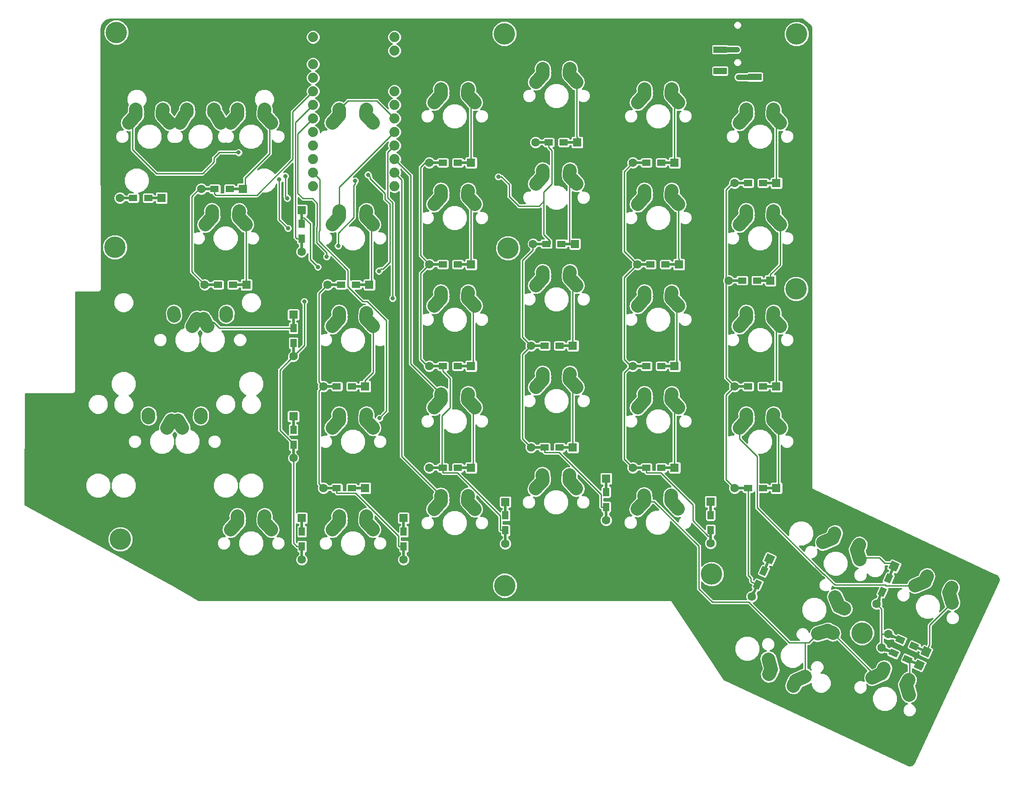
<source format=gbr>
G04 #@! TF.GenerationSoftware,KiCad,Pcbnew,(5.0.2)-1*
G04 #@! TF.CreationDate,2020-01-16T19:10:28+05:30*
G04 #@! TF.ProjectId,ergocape,6572676f-6361-4706-952e-6b696361645f,rev?*
G04 #@! TF.SameCoordinates,Original*
G04 #@! TF.FileFunction,Copper,L2,Bot*
G04 #@! TF.FilePolarity,Positive*
%FSLAX46Y46*%
G04 Gerber Fmt 4.6, Leading zero omitted, Abs format (unit mm)*
G04 Created by KiCad (PCBNEW (5.0.2)-1) date 1/16/2020 7:10:28 PM*
%MOMM*%
%LPD*%
G01*
G04 APERTURE LIST*
G04 #@! TA.AperFunction,ComponentPad*
%ADD10R,1.600000X1.600000*%
G04 #@! TD*
G04 #@! TA.AperFunction,ComponentPad*
%ADD11C,1.600000*%
G04 #@! TD*
G04 #@! TA.AperFunction,Conductor*
%ADD12R,2.900000X0.500000*%
G04 #@! TD*
G04 #@! TA.AperFunction,SMDPad,CuDef*
%ADD13R,1.600000X1.200000*%
G04 #@! TD*
G04 #@! TA.AperFunction,ComponentPad*
%ADD14C,4.000000*%
G04 #@! TD*
G04 #@! TA.AperFunction,ComponentPad*
%ADD15C,1.879600*%
G04 #@! TD*
G04 #@! TA.AperFunction,SMDPad,CuDef*
%ADD16C,2.500000*%
G04 #@! TD*
G04 #@! TA.AperFunction,Conductor*
%ADD17C,2.500000*%
G04 #@! TD*
G04 #@! TA.AperFunction,ComponentPad*
%ADD18C,2.000000*%
G04 #@! TD*
G04 #@! TA.AperFunction,Conductor*
%ADD19R,0.500000X2.900000*%
G04 #@! TD*
G04 #@! TA.AperFunction,SMDPad,CuDef*
%ADD20R,1.200000X1.600000*%
G04 #@! TD*
G04 #@! TA.AperFunction,Conductor*
%ADD21C,0.100000*%
G04 #@! TD*
G04 #@! TA.AperFunction,Conductor*
%ADD22C,0.500000*%
G04 #@! TD*
G04 #@! TA.AperFunction,SMDPad,CuDef*
%ADD23C,1.200000*%
G04 #@! TD*
G04 #@! TA.AperFunction,ComponentPad*
%ADD24C,2.500000*%
G04 #@! TD*
G04 #@! TA.AperFunction,SMDPad,CuDef*
%ADD25R,2.500000X1.200000*%
G04 #@! TD*
G04 #@! TA.AperFunction,ViaPad*
%ADD26C,0.800000*%
G04 #@! TD*
G04 #@! TA.AperFunction,Conductor*
%ADD27C,1.016000*%
G04 #@! TD*
G04 #@! TA.AperFunction,Conductor*
%ADD28C,0.250000*%
G04 #@! TD*
G04 #@! TA.AperFunction,Conductor*
%ADD29C,0.254000*%
G04 #@! TD*
G04 APERTURE END LIST*
D10*
G04 #@! TO.P,D_3,1*
G04 #@! TO.N,Net-(D_3-Pad1)*
X126138000Y-40798800D03*
D11*
G04 #@! TO.P,D_3,2*
G04 #@! TO.N,/COL4*
X118338000Y-40798800D03*
D12*
G04 #@! TD*
G04 #@! TO.N,Net-(D_3-Pad1)*
G04 #@! TO.C,D_3*
X124738000Y-40798800D03*
D13*
G04 #@! TO.P,D_3,1*
G04 #@! TO.N,Net-(D_3-Pad1)*
X123638000Y-40798800D03*
G04 #@! TO.P,D_3,2*
G04 #@! TO.N,/COL4*
X120838000Y-40798800D03*
D12*
G04 #@! TD*
G04 #@! TO.N,/COL4*
G04 #@! TO.C,D_3*
X119738000Y-40798800D03*
D14*
G04 #@! TO.P,H10,1*
G04 #@! TO.N,N/C*
X39624000Y-60452000D03*
G04 #@! TD*
D15*
G04 #@! TO.P,M1,24*
G04 #@! TO.N,Net-(M1-Pad24)*
X76708000Y-21082000D03*
G04 #@! TO.P,M1,23*
G04 #@! TO.N,GND*
X76708000Y-23622000D03*
G04 #@! TO.P,M1,22*
G04 #@! TO.N,Net-(M1-Pad22)*
X76708000Y-26162000D03*
G04 #@! TO.P,M1,21*
G04 #@! TO.N,VCC*
X76708000Y-28702000D03*
G04 #@! TO.P,M1,20*
G04 #@! TO.N,/COL1*
X76708000Y-31242000D03*
G04 #@! TO.P,M1,19*
G04 #@! TO.N,/COL2*
X76708000Y-33782000D03*
G04 #@! TO.P,M1,18*
G04 #@! TO.N,/COL3*
X76708000Y-36322000D03*
G04 #@! TO.P,M1,17*
G04 #@! TO.N,/COL4*
X76708000Y-38862000D03*
G04 #@! TO.P,M1,16*
G04 #@! TO.N,/COL5*
X76708000Y-41402000D03*
G04 #@! TO.P,M1,15*
G04 #@! TO.N,/COL6*
X76708000Y-43942000D03*
G04 #@! TO.P,M1,14*
G04 #@! TO.N,/COL7*
X76708000Y-46482000D03*
G04 #@! TO.P,M1,13*
G04 #@! TO.N,Net-(M1-Pad13)*
X76708000Y-49022000D03*
G04 #@! TO.P,M1,12*
G04 #@! TO.N,Net-(M1-Pad12)*
X91948000Y-49022000D03*
G04 #@! TO.P,M1,11*
G04 #@! TO.N,/ROW5*
X91948000Y-46482000D03*
G04 #@! TO.P,M1,10*
G04 #@! TO.N,/ROW4*
X91948000Y-43942000D03*
G04 #@! TO.P,M1,9*
G04 #@! TO.N,/ROW3*
X91948000Y-41402000D03*
G04 #@! TO.P,M1,8*
G04 #@! TO.N,/ROW2*
X91948000Y-38862000D03*
G04 #@! TO.P,M1,7*
G04 #@! TO.N,/ROW1*
X91948000Y-36322000D03*
G04 #@! TO.P,M1,6*
G04 #@! TO.N,/SERIAL*
X91948000Y-33782000D03*
G04 #@! TO.P,M1,5*
G04 #@! TO.N,Net-(M1-Pad5)*
X91948000Y-31242000D03*
G04 #@! TO.P,M1,4*
G04 #@! TO.N,GND*
X91948000Y-28702000D03*
G04 #@! TO.P,M1,3*
X91948000Y-26162000D03*
G04 #@! TO.P,M1,2*
G04 #@! TO.N,Net-(M1-Pad2)*
X91948000Y-23622000D03*
G04 #@! TO.P,M1,1*
G04 #@! TO.N,Net-(M1-Pad1)*
X91948000Y-21082000D03*
G04 #@! TD*
D16*
G04 #@! TO.P,K_1,1*
G04 #@! TO.N,Net-(D_1-Pad1)*
X86657500Y-34897500D03*
D17*
G04 #@! TD*
G04 #@! TO.N,Net-(D_1-Pad1)*
G04 #@! TO.C,K_1*
X86677499Y-34607500D02*
X86637501Y-35187500D01*
D18*
G04 #@! TO.P,K_1,2*
G04 #@! TO.N,/ROW1*
X81597500Y-34607500D03*
X81637500Y-35187500D03*
D16*
X81617500Y-34897500D03*
D17*
G04 #@! TD*
G04 #@! TO.N,/ROW1*
G04 #@! TO.C,K_1*
X81597501Y-34607500D02*
X81637499Y-35187500D01*
D18*
G04 #@! TO.P,K_1,1*
G04 #@! TO.N,Net-(D_1-Pad1)*
X87947500Y-37147500D03*
X86637500Y-35687500D03*
D16*
G04 #@! TO.P,K_1,2*
G04 #@! TO.N,/ROW1*
X80982500Y-36417500D03*
D17*
G04 #@! TD*
G04 #@! TO.N,/ROW1*
G04 #@! TO.C,K_1*
X80327505Y-37147504D02*
X81637495Y-35687496D01*
D16*
G04 #@! TO.P,K_1,1*
G04 #@! TO.N,Net-(D_1-Pad1)*
X87292500Y-36417500D03*
D17*
G04 #@! TD*
G04 #@! TO.N,Net-(D_1-Pad1)*
G04 #@! TO.C,K_1*
X87947495Y-37147504D02*
X86637505Y-35687496D01*
D18*
G04 #@! TO.P,K_1,2*
G04 #@! TO.N,/ROW1*
X80327500Y-37147500D03*
X81637500Y-35687500D03*
G04 #@! TO.P,K_1,1*
G04 #@! TO.N,Net-(D_1-Pad1)*
X86677500Y-34607500D03*
X86637500Y-35187500D03*
G04 #@! TD*
D16*
G04 #@! TO.P,K_TAB1,2*
G04 #@! TO.N,/ROW2*
X57170000Y-55467500D03*
D17*
G04 #@! TD*
G04 #@! TO.N,/ROW2*
G04 #@! TO.C,K_TAB1*
X57824995Y-54737496D02*
X56515005Y-56197504D01*
D16*
G04 #@! TO.P,K_TAB1,1*
G04 #@! TO.N,Net-(D_tAB1-Pad1)*
X62845000Y-53947500D03*
D17*
G04 #@! TD*
G04 #@! TO.N,Net-(D_tAB1-Pad1)*
G04 #@! TO.C,K_TAB1*
X62825001Y-54237500D02*
X62864999Y-53657500D01*
D16*
G04 #@! TO.P,K_TAB1,1*
G04 #@! TO.N,Net-(D_tAB1-Pad1)*
X63480000Y-55467500D03*
D17*
G04 #@! TD*
G04 #@! TO.N,Net-(D_tAB1-Pad1)*
G04 #@! TO.C,K_TAB1*
X62825005Y-54737496D02*
X64134995Y-56197504D01*
D18*
G04 #@! TO.P,K_TAB1,1*
G04 #@! TO.N,Net-(D_tAB1-Pad1)*
X62865000Y-53657500D03*
X62825000Y-54237500D03*
G04 #@! TO.P,K_TAB1,2*
G04 #@! TO.N,/ROW2*
X56515000Y-56197500D03*
X57825000Y-54737500D03*
G04 #@! TO.P,K_TAB1,1*
G04 #@! TO.N,Net-(D_tAB1-Pad1)*
X64135000Y-56197500D03*
X62825000Y-54737500D03*
G04 #@! TO.P,K_TAB1,2*
G04 #@! TO.N,/ROW2*
X57785000Y-53657500D03*
X57825000Y-54237500D03*
D16*
X57805000Y-53947500D03*
D17*
G04 #@! TD*
G04 #@! TO.N,/ROW2*
G04 #@! TO.C,K_TAB1*
X57824999Y-54237500D02*
X57785001Y-53657500D01*
D16*
G04 #@! TO.P,K_TH_1U_2,1*
G04 #@! TO.N,Net-(D_TH1_2-Pad1)*
X188057237Y-141731784D03*
D17*
G04 #@! TD*
G04 #@! TO.N,Net-(D_TH1_2-Pad1)*
G04 #@! TO.C,K_TH_1U_2*
X188197922Y-141477407D02*
X187916552Y-141986161D01*
D18*
G04 #@! TO.P,K_TH_1U_2,2*
G04 #@! TO.N,/ROW5*
X183593879Y-139330506D03*
X183385013Y-139873069D03*
D16*
X183489446Y-139601788D03*
D17*
G04 #@! TD*
G04 #@! TO.N,/ROW5*
G04 #@! TO.C,K_TH_1U_2*
X183593880Y-139330507D02*
X183385012Y-139873069D01*
D18*
G04 #@! TO.P,K_TH_1U_2,1*
G04 #@! TO.N,Net-(D_TH1_2-Pad1)*
X188275483Y-144316154D03*
X187705243Y-142439315D03*
D16*
G04 #@! TO.P,K_TH_1U_2,2*
G04 #@! TO.N,/ROW5*
X182271561Y-140711013D03*
D17*
G04 #@! TD*
G04 #@! TO.N,/ROW5*
G04 #@! TO.C,K_TH_1U_2*
X181369420Y-141095809D02*
X183173702Y-140326217D01*
D16*
G04 #@! TO.P,K_TH_1U_2,1*
G04 #@! TO.N,Net-(D_TH1_2-Pad1)*
X187990363Y-143377734D03*
D17*
G04 #@! TD*
G04 #@! TO.N,Net-(D_TH1_2-Pad1)*
G04 #@! TO.C,K_TH_1U_2*
X188275477Y-144316156D02*
X187705249Y-142439312D01*
D18*
G04 #@! TO.P,K_TH_1U_2,2*
G04 #@! TO.N,/ROW5*
X181369418Y-141095803D03*
X183173704Y-140326223D03*
G04 #@! TO.P,K_TH_1U_2,1*
G04 #@! TO.N,Net-(D_TH1_2-Pad1)*
X188197923Y-141477407D03*
X187916552Y-141986161D03*
G04 #@! TD*
D10*
G04 #@! TO.P,D_1,1*
G04 #@! TO.N,Net-(D_1-Pad1)*
X74549000Y-53504000D03*
D11*
G04 #@! TO.P,D_1,2*
G04 #@! TO.N,/COL2*
X74549000Y-61304000D03*
D19*
G04 #@! TD*
G04 #@! TO.N,Net-(D_1-Pad1)*
G04 #@! TO.C,D_1*
X74549000Y-54904000D03*
D20*
G04 #@! TO.P,D_1,1*
G04 #@! TO.N,Net-(D_1-Pad1)*
X74549000Y-56004000D03*
G04 #@! TO.P,D_1,2*
G04 #@! TO.N,/COL2*
X74549000Y-58804000D03*
D19*
G04 #@! TD*
G04 #@! TO.N,/COL2*
G04 #@! TO.C,D_1*
X74549000Y-59904000D03*
D10*
G04 #@! TO.P,D_2,1*
G04 #@! TO.N,Net-(D_2-Pad1)*
X106294000Y-44608800D03*
D11*
G04 #@! TO.P,D_2,2*
G04 #@! TO.N,/COL3*
X98494000Y-44608800D03*
D12*
G04 #@! TD*
G04 #@! TO.N,Net-(D_2-Pad1)*
G04 #@! TO.C,D_2*
X104894000Y-44608800D03*
D13*
G04 #@! TO.P,D_2,1*
G04 #@! TO.N,Net-(D_2-Pad1)*
X103794000Y-44608800D03*
G04 #@! TO.P,D_2,2*
G04 #@! TO.N,/COL3*
X100994000Y-44608800D03*
D12*
G04 #@! TD*
G04 #@! TO.N,/COL3*
G04 #@! TO.C,D_2*
X99894000Y-44608800D03*
D10*
G04 #@! TO.P,D_4,1*
G04 #@! TO.N,Net-(D_4-Pad1)*
X144394000Y-44608800D03*
D11*
G04 #@! TO.P,D_4,2*
G04 #@! TO.N,/COL5*
X136594000Y-44608800D03*
D12*
G04 #@! TD*
G04 #@! TO.N,Net-(D_4-Pad1)*
G04 #@! TO.C,D_4*
X142994000Y-44608800D03*
D13*
G04 #@! TO.P,D_4,1*
G04 #@! TO.N,Net-(D_4-Pad1)*
X141894000Y-44608800D03*
G04 #@! TO.P,D_4,2*
G04 #@! TO.N,/COL5*
X139094000Y-44608800D03*
D12*
G04 #@! TD*
G04 #@! TO.N,/COL5*
G04 #@! TO.C,D_4*
X137994000Y-44608800D03*
D10*
G04 #@! TO.P,D_5,1*
G04 #@! TO.N,Net-(D_5-Pad1)*
X163444000Y-48418800D03*
D11*
G04 #@! TO.P,D_5,2*
G04 #@! TO.N,/COL6*
X155644000Y-48418800D03*
D12*
G04 #@! TD*
G04 #@! TO.N,Net-(D_5-Pad1)*
G04 #@! TO.C,D_5*
X162044000Y-48418800D03*
D13*
G04 #@! TO.P,D_5,1*
G04 #@! TO.N,Net-(D_5-Pad1)*
X160944000Y-48418800D03*
G04 #@! TO.P,D_5,2*
G04 #@! TO.N,/COL6*
X158144000Y-48418800D03*
D12*
G04 #@! TD*
G04 #@! TO.N,/COL6*
G04 #@! TO.C,D_5*
X157044000Y-48418800D03*
D10*
G04 #@! TO.P,D_ALT1,1*
G04 #@! TO.N,Net-(D_ALT1-Pad1)*
X93662500Y-111194000D03*
D11*
G04 #@! TO.P,D_ALT1,2*
G04 #@! TO.N,/COL2*
X93662500Y-118994000D03*
D19*
G04 #@! TD*
G04 #@! TO.N,Net-(D_ALT1-Pad1)*
G04 #@! TO.C,D_ALT1*
X93662500Y-112594000D03*
D20*
G04 #@! TO.P,D_ALT1,1*
G04 #@! TO.N,Net-(D_ALT1-Pad1)*
X93662500Y-113694000D03*
G04 #@! TO.P,D_ALT1,2*
G04 #@! TO.N,/COL2*
X93662500Y-116494000D03*
D19*
G04 #@! TD*
G04 #@! TO.N,/COL2*
G04 #@! TO.C,D_ALT1*
X93662500Y-117594000D03*
D10*
G04 #@! TO.P,D_bot_1U_2,1*
G04 #@! TO.N,Net-(D_bot_1U_2-Pad1)*
X151130000Y-108114000D03*
D11*
G04 #@! TO.P,D_bot_1U_2,2*
G04 #@! TO.N,/COL5*
X151130000Y-115914000D03*
D19*
G04 #@! TD*
G04 #@! TO.N,Net-(D_bot_1U_2-Pad1)*
G04 #@! TO.C,D_bot_1U_2*
X151130000Y-109514000D03*
D20*
G04 #@! TO.P,D_bot_1U_2,1*
G04 #@! TO.N,Net-(D_bot_1U_2-Pad1)*
X151130000Y-110614000D03*
G04 #@! TO.P,D_bot_1U_2,2*
G04 #@! TO.N,/COL5*
X151130000Y-113414000D03*
D19*
G04 #@! TD*
G04 #@! TO.N,/COL5*
G04 #@! TO.C,D_bot_1U_2*
X151130000Y-114514000D03*
D10*
G04 #@! TO.P,D_Bpt_1U_1,1*
G04 #@! TO.N,Net-(D_Bpt_1U_1-Pad1)*
X131572000Y-103796000D03*
D11*
G04 #@! TO.P,D_Bpt_1U_1,2*
G04 #@! TO.N,/COL4*
X131572000Y-111596000D03*
D19*
G04 #@! TD*
G04 #@! TO.N,Net-(D_Bpt_1U_1-Pad1)*
G04 #@! TO.C,D_Bpt_1U_1*
X131572000Y-105196000D03*
D20*
G04 #@! TO.P,D_Bpt_1U_1,1*
G04 #@! TO.N,Net-(D_Bpt_1U_1-Pad1)*
X131572000Y-106296000D03*
G04 #@! TO.P,D_Bpt_1U_1,2*
G04 #@! TO.N,/COL4*
X131572000Y-109096000D03*
D19*
G04 #@! TD*
G04 #@! TO.N,/COL4*
G04 #@! TO.C,D_Bpt_1U_1*
X131572000Y-110196000D03*
D10*
G04 #@! TO.P,D_CAP1,1*
G04 #@! TO.N,Net-(D_CAP1-Pad1)*
X73025000Y-73093800D03*
D11*
G04 #@! TO.P,D_CAP1,2*
G04 #@! TO.N,/COL1*
X73025000Y-80893800D03*
D19*
G04 #@! TD*
G04 #@! TO.N,Net-(D_CAP1-Pad1)*
G04 #@! TO.C,D_CAP1*
X73025000Y-74493800D03*
D20*
G04 #@! TO.P,D_CAP1,1*
G04 #@! TO.N,Net-(D_CAP1-Pad1)*
X73025000Y-75593800D03*
G04 #@! TO.P,D_CAP1,2*
G04 #@! TO.N,/COL1*
X73025000Y-78393800D03*
D19*
G04 #@! TD*
G04 #@! TO.N,/COL1*
G04 #@! TO.C,D_CAP1*
X73025000Y-79493800D03*
D10*
G04 #@! TO.P,D_CTRL1,1*
G04 #@! TO.N,Net-(D_CTRL1-Pad1)*
X74612500Y-111194000D03*
D11*
G04 #@! TO.P,D_CTRL1,2*
G04 #@! TO.N,/COL1*
X74612500Y-118994000D03*
D19*
G04 #@! TD*
G04 #@! TO.N,Net-(D_CTRL1-Pad1)*
G04 #@! TO.C,D_CTRL1*
X74612500Y-112594000D03*
D20*
G04 #@! TO.P,D_CTRL1,1*
G04 #@! TO.N,Net-(D_CTRL1-Pad1)*
X74612500Y-113694000D03*
G04 #@! TO.P,D_CTRL1,2*
G04 #@! TO.N,/COL1*
X74612500Y-116494000D03*
D19*
G04 #@! TD*
G04 #@! TO.N,/COL1*
G04 #@! TO.C,D_CTRL1*
X74612500Y-117594000D03*
D10*
G04 #@! TO.P,D_D1,1*
G04 #@! TO.N,Net-(D_D1-Pad1)*
X125344000Y-78898800D03*
D11*
G04 #@! TO.P,D_D1,2*
G04 #@! TO.N,/COL4*
X117544000Y-78898800D03*
D12*
G04 #@! TD*
G04 #@! TO.N,Net-(D_D1-Pad1)*
G04 #@! TO.C,D_D1*
X123944000Y-78898800D03*
D13*
G04 #@! TO.P,D_D1,1*
G04 #@! TO.N,Net-(D_D1-Pad1)*
X122844000Y-78898800D03*
G04 #@! TO.P,D_D1,2*
G04 #@! TO.N,/COL4*
X120044000Y-78898800D03*
D12*
G04 #@! TD*
G04 #@! TO.N,/COL4*
G04 #@! TO.C,D_D1*
X118944000Y-78898800D03*
D10*
G04 #@! TO.P,D_ESC1,1*
G04 #@! TO.N,Net-(D_ESC1-Pad1)*
X63590000Y-49530000D03*
D11*
G04 #@! TO.P,D_ESC1,2*
G04 #@! TO.N,/COL1*
X55790000Y-49530000D03*
D12*
G04 #@! TD*
G04 #@! TO.N,Net-(D_ESC1-Pad1)*
G04 #@! TO.C,D_ESC1*
X62190000Y-49530000D03*
D13*
G04 #@! TO.P,D_ESC1,1*
G04 #@! TO.N,Net-(D_ESC1-Pad1)*
X61090000Y-49530000D03*
G04 #@! TO.P,D_ESC1,2*
G04 #@! TO.N,/COL1*
X58290000Y-49530000D03*
D12*
G04 #@! TD*
G04 #@! TO.N,/COL1*
G04 #@! TO.C,D_ESC1*
X57190000Y-49530000D03*
D10*
G04 #@! TO.P,D_SHIFT_1,1*
G04 #@! TO.N,Net-(D_SHIFT_1-Pad1)*
X73025000Y-92143800D03*
D11*
G04 #@! TO.P,D_SHIFT_1,2*
G04 #@! TO.N,/COL1*
X73025000Y-99943800D03*
D19*
G04 #@! TD*
G04 #@! TO.N,Net-(D_SHIFT_1-Pad1)*
G04 #@! TO.C,D_SHIFT_1*
X73025000Y-93543800D03*
D20*
G04 #@! TO.P,D_SHIFT_1,1*
G04 #@! TO.N,Net-(D_SHIFT_1-Pad1)*
X73025000Y-94643800D03*
G04 #@! TO.P,D_SHIFT_1,2*
G04 #@! TO.N,/COL1*
X73025000Y-97443800D03*
D19*
G04 #@! TD*
G04 #@! TO.N,/COL1*
G04 #@! TO.C,D_SHIFT_1*
X73025000Y-98543800D03*
D10*
G04 #@! TO.P,D_tAB1,1*
G04 #@! TO.N,Net-(D_tAB1-Pad1)*
X64225000Y-67468800D03*
D11*
G04 #@! TO.P,D_tAB1,2*
G04 #@! TO.N,/COL1*
X56425000Y-67468800D03*
D12*
G04 #@! TD*
G04 #@! TO.N,Net-(D_tAB1-Pad1)*
G04 #@! TO.C,D_tAB1*
X62825000Y-67468800D03*
D13*
G04 #@! TO.P,D_tAB1,1*
G04 #@! TO.N,Net-(D_tAB1-Pad1)*
X61725000Y-67468800D03*
G04 #@! TO.P,D_tAB1,2*
G04 #@! TO.N,/COL1*
X58925000Y-67468800D03*
D12*
G04 #@! TD*
G04 #@! TO.N,/COL1*
G04 #@! TO.C,D_tAB1*
X57825000Y-67468800D03*
D11*
G04 #@! TO.P,D_TH1_1,1*
G04 #@! TO.N,Net-(D_TH1_1-Pad1)*
X191469600Y-136224211D03*
D21*
G04 #@! TD*
G04 #@! TO.N,Net-(D_TH1_1-Pad1)*
G04 #@! TO.C,D_TH1_1*
G36*
X190406459Y-136611163D02*
X191082648Y-135161070D01*
X192532741Y-135837259D01*
X191856552Y-137287352D01*
X190406459Y-136611163D01*
X190406459Y-136611163D01*
G37*
D11*
G04 #@! TO.P,D_TH1_1,2*
G04 #@! TO.N,/COL7*
X184400400Y-132927789D03*
D22*
G04 #@! TD*
G04 #@! TO.N,Net-(D_TH1_1-Pad1)*
G04 #@! TO.C,D_TH1_1*
X190200769Y-135632546D03*
D21*
G04 #@! TO.N,Net-(D_TH1_1-Pad1)*
G04 #@! TO.C,D_TH1_1*
G36*
X188780968Y-135246326D02*
X188992277Y-134793173D01*
X191620570Y-136018766D01*
X191409261Y-136471919D01*
X188780968Y-135246326D01*
X188780968Y-135246326D01*
G37*
D23*
G04 #@! TD*
G04 #@! TO.P,D_TH1_1,1*
G04 #@! TO.N,Net-(D_TH1_1-Pad1)*
X189203831Y-135167666D03*
D21*
G04 #@! TO.N,Net-(D_TH1_1-Pad1)*
G04 #@! TO.C,D_TH1_1*
G36*
X188225214Y-135373356D02*
X188732356Y-134285787D01*
X190182448Y-134961976D01*
X189675306Y-136049545D01*
X188225214Y-135373356D01*
X188225214Y-135373356D01*
G37*
D23*
G04 #@! TD*
G04 #@! TO.P,D_TH1_1,2*
G04 #@! TO.N,/COL7*
X186666169Y-133984334D03*
D21*
G04 #@! TO.N,/COL7*
G04 #@! TO.C,D_TH1_1*
G36*
X185687552Y-134190024D02*
X186194694Y-133102455D01*
X187644786Y-133778644D01*
X187137644Y-134866213D01*
X185687552Y-134190024D01*
X185687552Y-134190024D01*
G37*
D22*
X185669231Y-133519454D03*
D21*
G36*
X184249430Y-133133234D02*
X184460739Y-132680081D01*
X187089032Y-133905674D01*
X186877723Y-134358827D01*
X184249430Y-133133234D01*
X184249430Y-133133234D01*
G37*
G04 #@! TD*
D11*
G04 #@! TO.P,D_TH1_2,1*
G04 #@! TO.N,Net-(D_TH1_2-Pad1)*
X190219600Y-138723211D03*
D21*
G04 #@! TD*
G04 #@! TO.N,Net-(D_TH1_2-Pad1)*
G04 #@! TO.C,D_TH1_2*
G36*
X189156459Y-139110163D02*
X189832648Y-137660070D01*
X191282741Y-138336259D01*
X190606552Y-139786352D01*
X189156459Y-139110163D01*
X189156459Y-139110163D01*
G37*
D11*
G04 #@! TO.P,D_TH1_2,2*
G04 #@! TO.N,/COL7*
X183150400Y-135426789D03*
D22*
G04 #@! TD*
G04 #@! TO.N,Net-(D_TH1_2-Pad1)*
G04 #@! TO.C,D_TH1_2*
X188950769Y-138131546D03*
D21*
G04 #@! TO.N,Net-(D_TH1_2-Pad1)*
G04 #@! TO.C,D_TH1_2*
G36*
X187530968Y-137745326D02*
X187742277Y-137292173D01*
X190370570Y-138517766D01*
X190159261Y-138970919D01*
X187530968Y-137745326D01*
X187530968Y-137745326D01*
G37*
D23*
G04 #@! TD*
G04 #@! TO.P,D_TH1_2,1*
G04 #@! TO.N,Net-(D_TH1_2-Pad1)*
X187953831Y-137666666D03*
D21*
G04 #@! TO.N,Net-(D_TH1_2-Pad1)*
G04 #@! TO.C,D_TH1_2*
G36*
X186975214Y-137872356D02*
X187482356Y-136784787D01*
X188932448Y-137460976D01*
X188425306Y-138548545D01*
X186975214Y-137872356D01*
X186975214Y-137872356D01*
G37*
D23*
G04 #@! TD*
G04 #@! TO.P,D_TH1_2,2*
G04 #@! TO.N,/COL7*
X185416169Y-136483334D03*
D21*
G04 #@! TO.N,/COL7*
G04 #@! TO.C,D_TH1_2*
G36*
X184437552Y-136689024D02*
X184944694Y-135601455D01*
X186394786Y-136277644D01*
X185887644Y-137365213D01*
X184437552Y-136689024D01*
X184437552Y-136689024D01*
G37*
D22*
X184419231Y-136018454D03*
D21*
G36*
X182999430Y-135632234D02*
X183210739Y-135179081D01*
X185839032Y-136404674D01*
X185627723Y-136857827D01*
X182999430Y-135632234D01*
X182999430Y-135632234D01*
G37*
G04 #@! TD*
D11*
G04 #@! TO.P,D_th_2U1,1*
G04 #@! TO.N,Net-(D_th_2U1-Pad1)*
X162151211Y-118849400D03*
D21*
G04 #@! TD*
G04 #@! TO.N,Net-(D_th_2U1-Pad1)*
G04 #@! TO.C,D_th_2U1*
G36*
X162538163Y-119912541D02*
X161088070Y-119236352D01*
X161764259Y-117786259D01*
X163214352Y-118462448D01*
X162538163Y-119912541D01*
X162538163Y-119912541D01*
G37*
D11*
G04 #@! TO.P,D_th_2U1,2*
G04 #@! TO.N,/COL6*
X158854789Y-125918600D03*
D22*
G04 #@! TD*
G04 #@! TO.N,Net-(D_th_2U1-Pad1)*
G04 #@! TO.C,D_th_2U1*
X161559546Y-120118231D03*
D21*
G04 #@! TO.N,Net-(D_th_2U1-Pad1)*
G04 #@! TO.C,D_th_2U1*
G36*
X161173326Y-121538032D02*
X160720173Y-121326723D01*
X161945766Y-118698430D01*
X162398919Y-118909739D01*
X161173326Y-121538032D01*
X161173326Y-121538032D01*
G37*
D23*
G04 #@! TD*
G04 #@! TO.P,D_th_2U1,1*
G04 #@! TO.N,Net-(D_th_2U1-Pad1)*
X161094666Y-121115169D03*
D21*
G04 #@! TO.N,Net-(D_th_2U1-Pad1)*
G04 #@! TO.C,D_th_2U1*
G36*
X161300356Y-122093786D02*
X160212787Y-121586644D01*
X160888976Y-120136552D01*
X161976545Y-120643694D01*
X161300356Y-122093786D01*
X161300356Y-122093786D01*
G37*
D23*
G04 #@! TD*
G04 #@! TO.P,D_th_2U1,2*
G04 #@! TO.N,/COL6*
X159911334Y-123652831D03*
D21*
G04 #@! TO.N,/COL6*
G04 #@! TO.C,D_th_2U1*
G36*
X160117024Y-124631448D02*
X159029455Y-124124306D01*
X159705644Y-122674214D01*
X160793213Y-123181356D01*
X160117024Y-124631448D01*
X160117024Y-124631448D01*
G37*
D22*
X159446454Y-124649769D03*
D21*
G36*
X159060234Y-126069570D02*
X158607081Y-125858261D01*
X159832674Y-123229968D01*
X160285827Y-123441277D01*
X159060234Y-126069570D01*
X159060234Y-126069570D01*
G37*
G04 #@! TD*
D10*
G04 #@! TO.P,D_WIN1,1*
G04 #@! TO.N,Net-(D_WIN1-Pad1)*
X112712000Y-108178000D03*
D11*
G04 #@! TO.P,D_WIN1,2*
G04 #@! TO.N,/COL3*
X112712000Y-115978000D03*
D19*
G04 #@! TD*
G04 #@! TO.N,Net-(D_WIN1-Pad1)*
G04 #@! TO.C,D_WIN1*
X112712000Y-109578000D03*
D20*
G04 #@! TO.P,D_WIN1,1*
G04 #@! TO.N,Net-(D_WIN1-Pad1)*
X112712000Y-110678000D03*
G04 #@! TO.P,D_WIN1,2*
G04 #@! TO.N,/COL3*
X112712000Y-113478000D03*
D19*
G04 #@! TD*
G04 #@! TO.N,/COL3*
G04 #@! TO.C,D_WIN1*
X112712000Y-114578000D03*
D10*
G04 #@! TO.P,DA1,1*
G04 #@! TO.N,Net-(DA1-Pad1)*
X86450000Y-86518800D03*
D11*
G04 #@! TO.P,DA1,2*
G04 #@! TO.N,/COL2*
X78650000Y-86518800D03*
D12*
G04 #@! TD*
G04 #@! TO.N,Net-(DA1-Pad1)*
G04 #@! TO.C,DA1*
X85050000Y-86518800D03*
D13*
G04 #@! TO.P,DA1,1*
G04 #@! TO.N,Net-(DA1-Pad1)*
X83950000Y-86518800D03*
G04 #@! TO.P,DA1,2*
G04 #@! TO.N,/COL2*
X81150000Y-86518800D03*
D12*
G04 #@! TD*
G04 #@! TO.N,/COL2*
G04 #@! TO.C,DA1*
X80050000Y-86518800D03*
D10*
G04 #@! TO.P,DB1,1*
G04 #@! TO.N,Net-(DB1-Pad1)*
X163444000Y-105569000D03*
D11*
G04 #@! TO.P,DB1,2*
G04 #@! TO.N,/COL6*
X155644000Y-105569000D03*
D12*
G04 #@! TD*
G04 #@! TO.N,Net-(DB1-Pad1)*
G04 #@! TO.C,DB1*
X162044000Y-105569000D03*
D13*
G04 #@! TO.P,DB1,1*
G04 #@! TO.N,Net-(DB1-Pad1)*
X160944000Y-105569000D03*
G04 #@! TO.P,DB1,2*
G04 #@! TO.N,/COL6*
X158144000Y-105569000D03*
D12*
G04 #@! TD*
G04 #@! TO.N,/COL6*
G04 #@! TO.C,DB1*
X157044000Y-105569000D03*
D10*
G04 #@! TO.P,DC1,1*
G04 #@! TO.N,Net-(DC1-Pad1)*
X125344000Y-97948800D03*
D11*
G04 #@! TO.P,DC1,2*
G04 #@! TO.N,/COL4*
X117544000Y-97948800D03*
D12*
G04 #@! TD*
G04 #@! TO.N,Net-(DC1-Pad1)*
G04 #@! TO.C,DC1*
X123944000Y-97948800D03*
D13*
G04 #@! TO.P,DC1,1*
G04 #@! TO.N,Net-(DC1-Pad1)*
X122844000Y-97948800D03*
G04 #@! TO.P,DC1,2*
G04 #@! TO.N,/COL4*
X120044000Y-97948800D03*
D12*
G04 #@! TD*
G04 #@! TO.N,/COL4*
G04 #@! TO.C,DC1*
X118944000Y-97948800D03*
D10*
G04 #@! TO.P,DE1,1*
G04 #@! TO.N,Net-(DE1-Pad1)*
X125693000Y-59817000D03*
D11*
G04 #@! TO.P,DE1,2*
G04 #@! TO.N,/COL4*
X117893000Y-59817000D03*
D12*
G04 #@! TD*
G04 #@! TO.N,Net-(DE1-Pad1)*
G04 #@! TO.C,DE1*
X124293000Y-59817000D03*
D13*
G04 #@! TO.P,DE1,1*
G04 #@! TO.N,Net-(DE1-Pad1)*
X123193000Y-59817000D03*
G04 #@! TO.P,DE1,2*
G04 #@! TO.N,/COL4*
X120393000Y-59817000D03*
D12*
G04 #@! TD*
G04 #@! TO.N,/COL4*
G04 #@! TO.C,DE1*
X119293000Y-59817000D03*
D10*
G04 #@! TO.P,DF1,1*
G04 #@! TO.N,Net-(DF1-Pad1)*
X144394000Y-82708800D03*
D11*
G04 #@! TO.P,DF1,2*
G04 #@! TO.N,/COL5*
X136594000Y-82708800D03*
D12*
G04 #@! TD*
G04 #@! TO.N,Net-(DF1-Pad1)*
G04 #@! TO.C,DF1*
X142994000Y-82708800D03*
D13*
G04 #@! TO.P,DF1,1*
G04 #@! TO.N,Net-(DF1-Pad1)*
X141894000Y-82708800D03*
G04 #@! TO.P,DF1,2*
G04 #@! TO.N,/COL5*
X139094000Y-82708800D03*
D12*
G04 #@! TD*
G04 #@! TO.N,/COL5*
G04 #@! TO.C,DF1*
X137994000Y-82708800D03*
D10*
G04 #@! TO.P,DG1,1*
G04 #@! TO.N,Net-(DG1-Pad1)*
X163444000Y-86518800D03*
D11*
G04 #@! TO.P,DG1,2*
G04 #@! TO.N,/COL6*
X155644000Y-86518800D03*
D12*
G04 #@! TD*
G04 #@! TO.N,Net-(DG1-Pad1)*
G04 #@! TO.C,DG1*
X162044000Y-86518800D03*
D13*
G04 #@! TO.P,DG1,1*
G04 #@! TO.N,Net-(DG1-Pad1)*
X160944000Y-86518800D03*
G04 #@! TO.P,DG1,2*
G04 #@! TO.N,/COL6*
X158144000Y-86518800D03*
D12*
G04 #@! TD*
G04 #@! TO.N,/COL6*
G04 #@! TO.C,DG1*
X157044000Y-86518800D03*
D10*
G04 #@! TO.P,DQ1,1*
G04 #@! TO.N,Net-(DQ1-Pad1)*
X87243800Y-67468800D03*
D11*
G04 #@! TO.P,DQ1,2*
G04 #@! TO.N,/COL2*
X79443800Y-67468800D03*
D12*
G04 #@! TD*
G04 #@! TO.N,Net-(DQ1-Pad1)*
G04 #@! TO.C,DQ1*
X85843800Y-67468800D03*
D13*
G04 #@! TO.P,DQ1,1*
G04 #@! TO.N,Net-(DQ1-Pad1)*
X84743800Y-67468800D03*
G04 #@! TO.P,DQ1,2*
G04 #@! TO.N,/COL2*
X81943800Y-67468800D03*
D12*
G04 #@! TD*
G04 #@! TO.N,/COL2*
G04 #@! TO.C,DQ1*
X80843800Y-67468800D03*
D10*
G04 #@! TO.P,DR1,1*
G04 #@! TO.N,Net-(DR1-Pad1)*
X145188000Y-63658800D03*
D11*
G04 #@! TO.P,DR1,2*
G04 #@! TO.N,/COL5*
X137388000Y-63658800D03*
D12*
G04 #@! TD*
G04 #@! TO.N,Net-(DR1-Pad1)*
G04 #@! TO.C,DR1*
X143788000Y-63658800D03*
D13*
G04 #@! TO.P,DR1,1*
G04 #@! TO.N,Net-(DR1-Pad1)*
X142688000Y-63658800D03*
G04 #@! TO.P,DR1,2*
G04 #@! TO.N,/COL5*
X139888000Y-63658800D03*
D12*
G04 #@! TD*
G04 #@! TO.N,/COL5*
G04 #@! TO.C,DR1*
X138788000Y-63658800D03*
D10*
G04 #@! TO.P,DS1,1*
G04 #@! TO.N,Net-(DS1-Pad1)*
X106294000Y-82708800D03*
D11*
G04 #@! TO.P,DS1,2*
G04 #@! TO.N,/COL3*
X98494000Y-82708800D03*
D12*
G04 #@! TD*
G04 #@! TO.N,Net-(DS1-Pad1)*
G04 #@! TO.C,DS1*
X104894000Y-82708800D03*
D13*
G04 #@! TO.P,DS1,1*
G04 #@! TO.N,Net-(DS1-Pad1)*
X103794000Y-82708800D03*
G04 #@! TO.P,DS1,2*
G04 #@! TO.N,/COL3*
X100994000Y-82708800D03*
D12*
G04 #@! TD*
G04 #@! TO.N,/COL3*
G04 #@! TO.C,DS1*
X99894000Y-82708800D03*
D10*
G04 #@! TO.P,DT1,1*
G04 #@! TO.N,Net-(DT1-Pad1)*
X162332000Y-66675000D03*
D11*
G04 #@! TO.P,DT1,2*
G04 #@! TO.N,/COL6*
X154532000Y-66675000D03*
D12*
G04 #@! TD*
G04 #@! TO.N,Net-(DT1-Pad1)*
G04 #@! TO.C,DT1*
X160932000Y-66675000D03*
D13*
G04 #@! TO.P,DT1,1*
G04 #@! TO.N,Net-(DT1-Pad1)*
X159832000Y-66675000D03*
G04 #@! TO.P,DT1,2*
G04 #@! TO.N,/COL6*
X157032000Y-66675000D03*
D12*
G04 #@! TD*
G04 #@! TO.N,/COL6*
G04 #@! TO.C,DT1*
X155932000Y-66675000D03*
D10*
G04 #@! TO.P,DV1,1*
G04 #@! TO.N,Net-(DV1-Pad1)*
X144394000Y-101759000D03*
D11*
G04 #@! TO.P,DV1,2*
G04 #@! TO.N,/COL5*
X136594000Y-101759000D03*
D12*
G04 #@! TD*
G04 #@! TO.N,Net-(DV1-Pad1)*
G04 #@! TO.C,DV1*
X142994000Y-101759000D03*
D13*
G04 #@! TO.P,DV1,1*
G04 #@! TO.N,Net-(DV1-Pad1)*
X141894000Y-101759000D03*
G04 #@! TO.P,DV1,2*
G04 #@! TO.N,/COL5*
X139094000Y-101759000D03*
D12*
G04 #@! TD*
G04 #@! TO.N,/COL5*
G04 #@! TO.C,DV1*
X137994000Y-101759000D03*
D10*
G04 #@! TO.P,DW1,1*
G04 #@! TO.N,Net-(DW1-Pad1)*
X106294000Y-63658800D03*
D11*
G04 #@! TO.P,DW1,2*
G04 #@! TO.N,/COL3*
X98494000Y-63658800D03*
D12*
G04 #@! TD*
G04 #@! TO.N,Net-(DW1-Pad1)*
G04 #@! TO.C,DW1*
X104894000Y-63658800D03*
D13*
G04 #@! TO.P,DW1,1*
G04 #@! TO.N,Net-(DW1-Pad1)*
X103794000Y-63658800D03*
G04 #@! TO.P,DW1,2*
G04 #@! TO.N,/COL3*
X100994000Y-63658800D03*
D12*
G04 #@! TD*
G04 #@! TO.N,/COL3*
G04 #@! TO.C,DW1*
X99894000Y-63658800D03*
D10*
G04 #@! TO.P,DX1,1*
G04 #@! TO.N,Net-(DX1-Pad1)*
X106294000Y-101759000D03*
D11*
G04 #@! TO.P,DX1,2*
G04 #@! TO.N,/COL3*
X98494000Y-101759000D03*
D12*
G04 #@! TD*
G04 #@! TO.N,Net-(DX1-Pad1)*
G04 #@! TO.C,DX1*
X104894000Y-101759000D03*
D13*
G04 #@! TO.P,DX1,1*
G04 #@! TO.N,Net-(DX1-Pad1)*
X103794000Y-101759000D03*
G04 #@! TO.P,DX1,2*
G04 #@! TO.N,/COL3*
X100994000Y-101759000D03*
D12*
G04 #@! TD*
G04 #@! TO.N,/COL3*
G04 #@! TO.C,DX1*
X99894000Y-101759000D03*
D10*
G04 #@! TO.P,DZ1,1*
G04 #@! TO.N,Net-(DZ1-Pad1)*
X86450000Y-105569000D03*
D11*
G04 #@! TO.P,DZ1,2*
G04 #@! TO.N,/COL2*
X78650000Y-105569000D03*
D12*
G04 #@! TD*
G04 #@! TO.N,Net-(DZ1-Pad1)*
G04 #@! TO.C,DZ1*
X85050000Y-105569000D03*
D13*
G04 #@! TO.P,DZ1,1*
G04 #@! TO.N,Net-(DZ1-Pad1)*
X83950000Y-105569000D03*
G04 #@! TO.P,DZ1,2*
G04 #@! TO.N,/COL2*
X81150000Y-105569000D03*
D12*
G04 #@! TD*
G04 #@! TO.N,/COL2*
G04 #@! TO.C,DZ1*
X80050000Y-105569000D03*
D16*
G04 #@! TO.P,K_2,1*
G04 #@! TO.N,Net-(D_2-Pad1)*
X105708000Y-31087500D03*
D17*
G04 #@! TD*
G04 #@! TO.N,Net-(D_2-Pad1)*
G04 #@! TO.C,K_2*
X105727999Y-30797500D02*
X105688001Y-31377500D01*
D18*
G04 #@! TO.P,K_2,2*
G04 #@! TO.N,/ROW1*
X100648000Y-30797500D03*
X100688000Y-31377500D03*
D16*
X100668000Y-31087500D03*
D17*
G04 #@! TD*
G04 #@! TO.N,/ROW1*
G04 #@! TO.C,K_2*
X100648001Y-30797500D02*
X100687999Y-31377500D01*
D18*
G04 #@! TO.P,K_2,1*
G04 #@! TO.N,Net-(D_2-Pad1)*
X106998000Y-33337500D03*
X105688000Y-31877500D03*
D16*
G04 #@! TO.P,K_2,2*
G04 #@! TO.N,/ROW1*
X100033000Y-32607500D03*
D17*
G04 #@! TD*
G04 #@! TO.N,/ROW1*
G04 #@! TO.C,K_2*
X99378005Y-33337504D02*
X100687995Y-31877496D01*
D16*
G04 #@! TO.P,K_2,1*
G04 #@! TO.N,Net-(D_2-Pad1)*
X106343000Y-32607500D03*
D17*
G04 #@! TD*
G04 #@! TO.N,Net-(D_2-Pad1)*
G04 #@! TO.C,K_2*
X106997995Y-33337504D02*
X105688005Y-31877496D01*
D18*
G04 #@! TO.P,K_2,2*
G04 #@! TO.N,/ROW1*
X99378000Y-33337500D03*
X100688000Y-31877500D03*
G04 #@! TO.P,K_2,1*
G04 #@! TO.N,Net-(D_2-Pad1)*
X105728000Y-30797500D03*
X105688000Y-31377500D03*
G04 #@! TD*
D16*
G04 #@! TO.P,K_3,1*
G04 #@! TO.N,Net-(D_3-Pad1)*
X124758000Y-27277500D03*
D17*
G04 #@! TD*
G04 #@! TO.N,Net-(D_3-Pad1)*
G04 #@! TO.C,K_3*
X124777999Y-26987500D02*
X124738001Y-27567500D01*
D18*
G04 #@! TO.P,K_3,2*
G04 #@! TO.N,/ROW1*
X119698000Y-26987500D03*
X119738000Y-27567500D03*
D16*
X119718000Y-27277500D03*
D17*
G04 #@! TD*
G04 #@! TO.N,/ROW1*
G04 #@! TO.C,K_3*
X119698001Y-26987500D02*
X119737999Y-27567500D01*
D18*
G04 #@! TO.P,K_3,1*
G04 #@! TO.N,Net-(D_3-Pad1)*
X126048000Y-29527500D03*
X124738000Y-28067500D03*
D16*
G04 #@! TO.P,K_3,2*
G04 #@! TO.N,/ROW1*
X119083000Y-28797500D03*
D17*
G04 #@! TD*
G04 #@! TO.N,/ROW1*
G04 #@! TO.C,K_3*
X118428005Y-29527504D02*
X119737995Y-28067496D01*
D16*
G04 #@! TO.P,K_3,1*
G04 #@! TO.N,Net-(D_3-Pad1)*
X125393000Y-28797500D03*
D17*
G04 #@! TD*
G04 #@! TO.N,Net-(D_3-Pad1)*
G04 #@! TO.C,K_3*
X126047995Y-29527504D02*
X124738005Y-28067496D01*
D18*
G04 #@! TO.P,K_3,2*
G04 #@! TO.N,/ROW1*
X118428000Y-29527500D03*
X119738000Y-28067500D03*
G04 #@! TO.P,K_3,1*
G04 #@! TO.N,Net-(D_3-Pad1)*
X124778000Y-26987500D03*
X124738000Y-27567500D03*
G04 #@! TD*
D16*
G04 #@! TO.P,K_4,1*
G04 #@! TO.N,Net-(D_4-Pad1)*
X143808000Y-31087500D03*
D17*
G04 #@! TD*
G04 #@! TO.N,Net-(D_4-Pad1)*
G04 #@! TO.C,K_4*
X143827999Y-30797500D02*
X143788001Y-31377500D01*
D18*
G04 #@! TO.P,K_4,2*
G04 #@! TO.N,/ROW1*
X138748000Y-30797500D03*
X138788000Y-31377500D03*
D16*
X138768000Y-31087500D03*
D17*
G04 #@! TD*
G04 #@! TO.N,/ROW1*
G04 #@! TO.C,K_4*
X138748001Y-30797500D02*
X138787999Y-31377500D01*
D18*
G04 #@! TO.P,K_4,1*
G04 #@! TO.N,Net-(D_4-Pad1)*
X145098000Y-33337500D03*
X143788000Y-31877500D03*
D16*
G04 #@! TO.P,K_4,2*
G04 #@! TO.N,/ROW1*
X138133000Y-32607500D03*
D17*
G04 #@! TD*
G04 #@! TO.N,/ROW1*
G04 #@! TO.C,K_4*
X137478005Y-33337504D02*
X138787995Y-31877496D01*
D16*
G04 #@! TO.P,K_4,1*
G04 #@! TO.N,Net-(D_4-Pad1)*
X144443000Y-32607500D03*
D17*
G04 #@! TD*
G04 #@! TO.N,Net-(D_4-Pad1)*
G04 #@! TO.C,K_4*
X145097995Y-33337504D02*
X143788005Y-31877496D01*
D18*
G04 #@! TO.P,K_4,2*
G04 #@! TO.N,/ROW1*
X137478000Y-33337500D03*
X138788000Y-31877500D03*
G04 #@! TO.P,K_4,1*
G04 #@! TO.N,Net-(D_4-Pad1)*
X143828000Y-30797500D03*
X143788000Y-31377500D03*
G04 #@! TD*
D16*
G04 #@! TO.P,K_5,1*
G04 #@! TO.N,Net-(D_5-Pad1)*
X162858000Y-34897500D03*
D17*
G04 #@! TD*
G04 #@! TO.N,Net-(D_5-Pad1)*
G04 #@! TO.C,K_5*
X162877999Y-34607500D02*
X162838001Y-35187500D01*
D18*
G04 #@! TO.P,K_5,2*
G04 #@! TO.N,/ROW1*
X157798000Y-34607500D03*
X157838000Y-35187500D03*
D16*
X157818000Y-34897500D03*
D17*
G04 #@! TD*
G04 #@! TO.N,/ROW1*
G04 #@! TO.C,K_5*
X157798001Y-34607500D02*
X157837999Y-35187500D01*
D18*
G04 #@! TO.P,K_5,1*
G04 #@! TO.N,Net-(D_5-Pad1)*
X164148000Y-37147500D03*
X162838000Y-35687500D03*
D16*
G04 #@! TO.P,K_5,2*
G04 #@! TO.N,/ROW1*
X157183000Y-36417500D03*
D17*
G04 #@! TD*
G04 #@! TO.N,/ROW1*
G04 #@! TO.C,K_5*
X156528005Y-37147504D02*
X157837995Y-35687496D01*
D16*
G04 #@! TO.P,K_5,1*
G04 #@! TO.N,Net-(D_5-Pad1)*
X163493000Y-36417500D03*
D17*
G04 #@! TD*
G04 #@! TO.N,Net-(D_5-Pad1)*
G04 #@! TO.C,K_5*
X164147995Y-37147504D02*
X162838005Y-35687496D01*
D18*
G04 #@! TO.P,K_5,2*
G04 #@! TO.N,/ROW1*
X156528000Y-37147500D03*
X157838000Y-35687500D03*
G04 #@! TO.P,K_5,1*
G04 #@! TO.N,Net-(D_5-Pad1)*
X162878000Y-34607500D03*
X162838000Y-35187500D03*
G04 #@! TD*
D16*
G04 #@! TO.P,K_A1,1*
G04 #@! TO.N,Net-(DA1-Pad1)*
X86657500Y-72997500D03*
D17*
G04 #@! TD*
G04 #@! TO.N,Net-(DA1-Pad1)*
G04 #@! TO.C,K_A1*
X86677499Y-72707500D02*
X86637501Y-73287500D01*
D18*
G04 #@! TO.P,K_A1,2*
G04 #@! TO.N,/ROW3*
X81597500Y-72707500D03*
X81637500Y-73287500D03*
D16*
X81617500Y-72997500D03*
D17*
G04 #@! TD*
G04 #@! TO.N,/ROW3*
G04 #@! TO.C,K_A1*
X81597501Y-72707500D02*
X81637499Y-73287500D01*
D18*
G04 #@! TO.P,K_A1,1*
G04 #@! TO.N,Net-(DA1-Pad1)*
X87947500Y-75247500D03*
X86637500Y-73787500D03*
D16*
G04 #@! TO.P,K_A1,2*
G04 #@! TO.N,/ROW3*
X80982500Y-74517500D03*
D17*
G04 #@! TD*
G04 #@! TO.N,/ROW3*
G04 #@! TO.C,K_A1*
X80327505Y-75247504D02*
X81637495Y-73787496D01*
D16*
G04 #@! TO.P,K_A1,1*
G04 #@! TO.N,Net-(DA1-Pad1)*
X87292500Y-74517500D03*
D17*
G04 #@! TD*
G04 #@! TO.N,Net-(DA1-Pad1)*
G04 #@! TO.C,K_A1*
X87947495Y-75247504D02*
X86637505Y-73787496D01*
D18*
G04 #@! TO.P,K_A1,2*
G04 #@! TO.N,/ROW3*
X80327500Y-75247500D03*
X81637500Y-73787500D03*
G04 #@! TO.P,K_A1,1*
G04 #@! TO.N,Net-(DA1-Pad1)*
X86677500Y-72707500D03*
X86637500Y-73287500D03*
G04 #@! TD*
D16*
G04 #@! TO.P,K_ALT1,1*
G04 #@! TO.N,Net-(D_ALT1-Pad1)*
X86657500Y-111098000D03*
D17*
G04 #@! TD*
G04 #@! TO.N,Net-(D_ALT1-Pad1)*
G04 #@! TO.C,K_ALT1*
X86677499Y-110808000D02*
X86637501Y-111388000D01*
D18*
G04 #@! TO.P,K_ALT1,2*
G04 #@! TO.N,/ROW5*
X81597500Y-110808000D03*
X81637500Y-111388000D03*
D16*
X81617500Y-111098000D03*
D17*
G04 #@! TD*
G04 #@! TO.N,/ROW5*
G04 #@! TO.C,K_ALT1*
X81597501Y-110808000D02*
X81637499Y-111388000D01*
D18*
G04 #@! TO.P,K_ALT1,1*
G04 #@! TO.N,Net-(D_ALT1-Pad1)*
X87947500Y-113348000D03*
X86637500Y-111888000D03*
D16*
G04 #@! TO.P,K_ALT1,2*
G04 #@! TO.N,/ROW5*
X80982500Y-112618000D03*
D17*
G04 #@! TD*
G04 #@! TO.N,/ROW5*
G04 #@! TO.C,K_ALT1*
X80327505Y-113348004D02*
X81637495Y-111887996D01*
D16*
G04 #@! TO.P,K_ALT1,1*
G04 #@! TO.N,Net-(D_ALT1-Pad1)*
X87292500Y-112618000D03*
D17*
G04 #@! TD*
G04 #@! TO.N,Net-(D_ALT1-Pad1)*
G04 #@! TO.C,K_ALT1*
X87947495Y-113348004D02*
X86637505Y-111887996D01*
D18*
G04 #@! TO.P,K_ALT1,2*
G04 #@! TO.N,/ROW5*
X80327500Y-113348000D03*
X81637500Y-111888000D03*
G04 #@! TO.P,K_ALT1,1*
G04 #@! TO.N,Net-(D_ALT1-Pad1)*
X86677500Y-110808000D03*
X86637500Y-111388000D03*
G04 #@! TD*
D16*
G04 #@! TO.P,K_B1,1*
G04 #@! TO.N,Net-(DB1-Pad1)*
X162858000Y-92047500D03*
D17*
G04 #@! TD*
G04 #@! TO.N,Net-(DB1-Pad1)*
G04 #@! TO.C,K_B1*
X162877999Y-91757500D02*
X162838001Y-92337500D01*
D18*
G04 #@! TO.P,K_B1,2*
G04 #@! TO.N,/ROW4*
X157798000Y-91757500D03*
X157838000Y-92337500D03*
D16*
X157818000Y-92047500D03*
D17*
G04 #@! TD*
G04 #@! TO.N,/ROW4*
G04 #@! TO.C,K_B1*
X157798001Y-91757500D02*
X157837999Y-92337500D01*
D18*
G04 #@! TO.P,K_B1,1*
G04 #@! TO.N,Net-(DB1-Pad1)*
X164148000Y-94297500D03*
X162838000Y-92837500D03*
D16*
G04 #@! TO.P,K_B1,2*
G04 #@! TO.N,/ROW4*
X157183000Y-93567500D03*
D17*
G04 #@! TD*
G04 #@! TO.N,/ROW4*
G04 #@! TO.C,K_B1*
X156528005Y-94297504D02*
X157837995Y-92837496D01*
D16*
G04 #@! TO.P,K_B1,1*
G04 #@! TO.N,Net-(DB1-Pad1)*
X163493000Y-93567500D03*
D17*
G04 #@! TD*
G04 #@! TO.N,Net-(DB1-Pad1)*
G04 #@! TO.C,K_B1*
X164147995Y-94297504D02*
X162838005Y-92837496D01*
D18*
G04 #@! TO.P,K_B1,2*
G04 #@! TO.N,/ROW4*
X156528000Y-94297500D03*
X157838000Y-92837500D03*
G04 #@! TO.P,K_B1,1*
G04 #@! TO.N,Net-(DB1-Pad1)*
X162878000Y-91757500D03*
X162838000Y-92337500D03*
G04 #@! TD*
D16*
G04 #@! TO.P,K_BOT_1U_1,1*
G04 #@! TO.N,Net-(D_Bpt_1U_1-Pad1)*
X124694000Y-103414000D03*
D17*
G04 #@! TD*
G04 #@! TO.N,Net-(D_Bpt_1U_1-Pad1)*
G04 #@! TO.C,K_BOT_1U_1*
X124713999Y-103124000D02*
X124674001Y-103704000D01*
D18*
G04 #@! TO.P,K_BOT_1U_1,2*
G04 #@! TO.N,/ROW5*
X119634000Y-103124000D03*
X119674000Y-103704000D03*
D16*
X119654000Y-103414000D03*
D17*
G04 #@! TD*
G04 #@! TO.N,/ROW5*
G04 #@! TO.C,K_BOT_1U_1*
X119634001Y-103124000D02*
X119673999Y-103704000D01*
D18*
G04 #@! TO.P,K_BOT_1U_1,1*
G04 #@! TO.N,Net-(D_Bpt_1U_1-Pad1)*
X125984000Y-105664000D03*
X124674000Y-104204000D03*
D16*
G04 #@! TO.P,K_BOT_1U_1,2*
G04 #@! TO.N,/ROW5*
X119019000Y-104934000D03*
D17*
G04 #@! TD*
G04 #@! TO.N,/ROW5*
G04 #@! TO.C,K_BOT_1U_1*
X118364005Y-105664004D02*
X119673995Y-104203996D01*
D16*
G04 #@! TO.P,K_BOT_1U_1,1*
G04 #@! TO.N,Net-(D_Bpt_1U_1-Pad1)*
X125329000Y-104934000D03*
D17*
G04 #@! TD*
G04 #@! TO.N,Net-(D_Bpt_1U_1-Pad1)*
G04 #@! TO.C,K_BOT_1U_1*
X125983995Y-105664004D02*
X124674005Y-104203996D01*
D18*
G04 #@! TO.P,K_BOT_1U_1,2*
G04 #@! TO.N,/ROW5*
X118364000Y-105664000D03*
X119674000Y-104204000D03*
G04 #@! TO.P,K_BOT_1U_1,1*
G04 #@! TO.N,Net-(D_Bpt_1U_1-Pad1)*
X124714000Y-103124000D03*
X124674000Y-103704000D03*
G04 #@! TD*
D16*
G04 #@! TO.P,K_BOT_1U_2,1*
G04 #@! TO.N,Net-(D_bot_1U_2-Pad1)*
X143744000Y-107224000D03*
D17*
G04 #@! TD*
G04 #@! TO.N,Net-(D_bot_1U_2-Pad1)*
G04 #@! TO.C,K_BOT_1U_2*
X143763999Y-106934000D02*
X143724001Y-107514000D01*
D18*
G04 #@! TO.P,K_BOT_1U_2,2*
G04 #@! TO.N,/ROW5*
X138684000Y-106934000D03*
X138724000Y-107514000D03*
D16*
X138704000Y-107224000D03*
D17*
G04 #@! TD*
G04 #@! TO.N,/ROW5*
G04 #@! TO.C,K_BOT_1U_2*
X138684001Y-106934000D02*
X138723999Y-107514000D01*
D18*
G04 #@! TO.P,K_BOT_1U_2,1*
G04 #@! TO.N,Net-(D_bot_1U_2-Pad1)*
X145034000Y-109474000D03*
X143724000Y-108014000D03*
D16*
G04 #@! TO.P,K_BOT_1U_2,2*
G04 #@! TO.N,/ROW5*
X138069000Y-108744000D03*
D17*
G04 #@! TD*
G04 #@! TO.N,/ROW5*
G04 #@! TO.C,K_BOT_1U_2*
X137414005Y-109474004D02*
X138723995Y-108013996D01*
D16*
G04 #@! TO.P,K_BOT_1U_2,1*
G04 #@! TO.N,Net-(D_bot_1U_2-Pad1)*
X144379000Y-108744000D03*
D17*
G04 #@! TD*
G04 #@! TO.N,Net-(D_bot_1U_2-Pad1)*
G04 #@! TO.C,K_BOT_1U_2*
X145033995Y-109474004D02*
X143724005Y-108013996D01*
D18*
G04 #@! TO.P,K_BOT_1U_2,2*
G04 #@! TO.N,/ROW5*
X137414000Y-109474000D03*
X138724000Y-108014000D03*
G04 #@! TO.P,K_BOT_1U_2,1*
G04 #@! TO.N,Net-(D_bot_1U_2-Pad1)*
X143764000Y-106934000D03*
X143724000Y-107514000D03*
G04 #@! TD*
D16*
G04 #@! TO.P,K_C1,1*
G04 #@! TO.N,Net-(DC1-Pad1)*
X124758000Y-84427500D03*
D17*
G04 #@! TD*
G04 #@! TO.N,Net-(DC1-Pad1)*
G04 #@! TO.C,K_C1*
X124777999Y-84137500D02*
X124738001Y-84717500D01*
D18*
G04 #@! TO.P,K_C1,2*
G04 #@! TO.N,/ROW4*
X119698000Y-84137500D03*
X119738000Y-84717500D03*
D16*
X119718000Y-84427500D03*
D17*
G04 #@! TD*
G04 #@! TO.N,/ROW4*
G04 #@! TO.C,K_C1*
X119698001Y-84137500D02*
X119737999Y-84717500D01*
D18*
G04 #@! TO.P,K_C1,1*
G04 #@! TO.N,Net-(DC1-Pad1)*
X126048000Y-86677500D03*
X124738000Y-85217500D03*
D16*
G04 #@! TO.P,K_C1,2*
G04 #@! TO.N,/ROW4*
X119083000Y-85947500D03*
D17*
G04 #@! TD*
G04 #@! TO.N,/ROW4*
G04 #@! TO.C,K_C1*
X118428005Y-86677504D02*
X119737995Y-85217496D01*
D16*
G04 #@! TO.P,K_C1,1*
G04 #@! TO.N,Net-(DC1-Pad1)*
X125393000Y-85947500D03*
D17*
G04 #@! TD*
G04 #@! TO.N,Net-(DC1-Pad1)*
G04 #@! TO.C,K_C1*
X126047995Y-86677504D02*
X124738005Y-85217496D01*
D18*
G04 #@! TO.P,K_C1,2*
G04 #@! TO.N,/ROW4*
X118428000Y-86677500D03*
X119738000Y-85217500D03*
G04 #@! TO.P,K_C1,1*
G04 #@! TO.N,Net-(DC1-Pad1)*
X124778000Y-84137500D03*
X124738000Y-84717500D03*
G04 #@! TD*
D24*
G04 #@! TO.P,K_CAPS1,1*
G04 #@! TO.N,Net-(D_CAP1-Pad1)*
X60463800Y-72997500D03*
D17*
G04 #@! TD*
G04 #@! TO.N,Net-(D_CAP1-Pad1)*
G04 #@! TO.C,K_CAPS1*
X60483524Y-72708172D02*
X60444076Y-73286828D01*
D24*
G04 #@! TO.P,K_CAPS1,2*
G04 #@! TO.N,/ROW3*
X54538800Y-74517500D03*
D17*
G04 #@! TD*
G04 #@! TO.N,/ROW3*
G04 #@! TO.C,K_CAPS1*
X54944890Y-73787900D02*
X54132710Y-75247100D01*
D16*
G04 #@! TO.P,K_CTRL1,1*
G04 #@! TO.N,Net-(D_CTRL1-Pad1)*
X67607500Y-111098000D03*
D17*
G04 #@! TD*
G04 #@! TO.N,Net-(D_CTRL1-Pad1)*
G04 #@! TO.C,K_CTRL1*
X67627499Y-110808000D02*
X67587501Y-111388000D01*
D18*
G04 #@! TO.P,K_CTRL1,2*
G04 #@! TO.N,/ROW5*
X62547500Y-110808000D03*
X62587500Y-111388000D03*
D16*
X62567500Y-111098000D03*
D17*
G04 #@! TD*
G04 #@! TO.N,/ROW5*
G04 #@! TO.C,K_CTRL1*
X62547501Y-110808000D02*
X62587499Y-111388000D01*
D18*
G04 #@! TO.P,K_CTRL1,1*
G04 #@! TO.N,Net-(D_CTRL1-Pad1)*
X68897500Y-113348000D03*
X67587500Y-111888000D03*
D16*
G04 #@! TO.P,K_CTRL1,2*
G04 #@! TO.N,/ROW5*
X61932500Y-112618000D03*
D17*
G04 #@! TD*
G04 #@! TO.N,/ROW5*
G04 #@! TO.C,K_CTRL1*
X61277505Y-113348004D02*
X62587495Y-111887996D01*
D16*
G04 #@! TO.P,K_CTRL1,1*
G04 #@! TO.N,Net-(D_CTRL1-Pad1)*
X68242500Y-112618000D03*
D17*
G04 #@! TD*
G04 #@! TO.N,Net-(D_CTRL1-Pad1)*
G04 #@! TO.C,K_CTRL1*
X68897495Y-113348004D02*
X67587505Y-111887996D01*
D18*
G04 #@! TO.P,K_CTRL1,2*
G04 #@! TO.N,/ROW5*
X61277500Y-113348000D03*
X62587500Y-111888000D03*
G04 #@! TO.P,K_CTRL1,1*
G04 #@! TO.N,Net-(D_CTRL1-Pad1)*
X67627500Y-110808000D03*
X67587500Y-111388000D03*
G04 #@! TD*
D16*
G04 #@! TO.P,K_D1,1*
G04 #@! TO.N,Net-(D_D1-Pad1)*
X124758000Y-65377500D03*
D17*
G04 #@! TD*
G04 #@! TO.N,Net-(D_D1-Pad1)*
G04 #@! TO.C,K_D1*
X124777999Y-65087500D02*
X124738001Y-65667500D01*
D18*
G04 #@! TO.P,K_D1,2*
G04 #@! TO.N,/ROW3*
X119698000Y-65087500D03*
X119738000Y-65667500D03*
D16*
X119718000Y-65377500D03*
D17*
G04 #@! TD*
G04 #@! TO.N,/ROW3*
G04 #@! TO.C,K_D1*
X119698001Y-65087500D02*
X119737999Y-65667500D01*
D18*
G04 #@! TO.P,K_D1,1*
G04 #@! TO.N,Net-(D_D1-Pad1)*
X126048000Y-67627500D03*
X124738000Y-66167500D03*
D16*
G04 #@! TO.P,K_D1,2*
G04 #@! TO.N,/ROW3*
X119083000Y-66897500D03*
D17*
G04 #@! TD*
G04 #@! TO.N,/ROW3*
G04 #@! TO.C,K_D1*
X118428005Y-67627504D02*
X119737995Y-66167496D01*
D16*
G04 #@! TO.P,K_D1,1*
G04 #@! TO.N,Net-(D_D1-Pad1)*
X125393000Y-66897500D03*
D17*
G04 #@! TD*
G04 #@! TO.N,Net-(D_D1-Pad1)*
G04 #@! TO.C,K_D1*
X126047995Y-67627504D02*
X124738005Y-66167496D01*
D18*
G04 #@! TO.P,K_D1,2*
G04 #@! TO.N,/ROW3*
X118428000Y-67627500D03*
X119738000Y-66167500D03*
G04 #@! TO.P,K_D1,1*
G04 #@! TO.N,Net-(D_D1-Pad1)*
X124778000Y-65087500D03*
X124738000Y-65667500D03*
G04 #@! TD*
D16*
G04 #@! TO.P,K_E1,1*
G04 #@! TO.N,Net-(DE1-Pad1)*
X124758000Y-46327500D03*
D17*
G04 #@! TD*
G04 #@! TO.N,Net-(DE1-Pad1)*
G04 #@! TO.C,K_E1*
X124777999Y-46037500D02*
X124738001Y-46617500D01*
D18*
G04 #@! TO.P,K_E1,2*
G04 #@! TO.N,/ROW2*
X119698000Y-46037500D03*
X119738000Y-46617500D03*
D16*
X119718000Y-46327500D03*
D17*
G04 #@! TD*
G04 #@! TO.N,/ROW2*
G04 #@! TO.C,K_E1*
X119698001Y-46037500D02*
X119737999Y-46617500D01*
D18*
G04 #@! TO.P,K_E1,1*
G04 #@! TO.N,Net-(DE1-Pad1)*
X126048000Y-48577500D03*
X124738000Y-47117500D03*
D16*
G04 #@! TO.P,K_E1,2*
G04 #@! TO.N,/ROW2*
X119083000Y-47847500D03*
D17*
G04 #@! TD*
G04 #@! TO.N,/ROW2*
G04 #@! TO.C,K_E1*
X118428005Y-48577504D02*
X119737995Y-47117496D01*
D16*
G04 #@! TO.P,K_E1,1*
G04 #@! TO.N,Net-(DE1-Pad1)*
X125393000Y-47847500D03*
D17*
G04 #@! TD*
G04 #@! TO.N,Net-(DE1-Pad1)*
G04 #@! TO.C,K_E1*
X126047995Y-48577504D02*
X124738005Y-47117496D01*
D18*
G04 #@! TO.P,K_E1,2*
G04 #@! TO.N,/ROW2*
X118428000Y-48577500D03*
X119738000Y-47117500D03*
G04 #@! TO.P,K_E1,1*
G04 #@! TO.N,Net-(DE1-Pad1)*
X124778000Y-46037500D03*
X124738000Y-46617500D03*
G04 #@! TD*
D24*
G04 #@! TO.P,K_ENTER_rev_2.25u_1,1*
G04 #@! TO.N,Net-(D_CAP1-Pad1)*
X50661200Y-72997500D03*
D17*
G04 #@! TD*
G04 #@! TO.N,Net-(D_CAP1-Pad1)*
G04 #@! TO.C,K_ENTER_rev_2.25u_1*
X50680924Y-73286828D02*
X50641476Y-72708172D01*
D24*
G04 #@! TO.P,K_ENTER_rev_2.25u_1,2*
G04 #@! TO.N,/ROW3*
X56586200Y-74517500D03*
D17*
G04 #@! TD*
G04 #@! TO.N,/ROW3*
G04 #@! TO.C,K_ENTER_rev_2.25u_1*
X56992290Y-75247100D02*
X56180110Y-73787900D01*
D16*
G04 #@! TO.P,K_ESC1,1*
G04 #@! TO.N,Net-(D_ESC1-Pad1)*
X67607500Y-34897500D03*
D17*
G04 #@! TD*
G04 #@! TO.N,Net-(D_ESC1-Pad1)*
G04 #@! TO.C,K_ESC1*
X67627499Y-34607500D02*
X67587501Y-35187500D01*
D18*
G04 #@! TO.P,K_ESC1,2*
G04 #@! TO.N,/ROW1*
X62547500Y-34607500D03*
X62587500Y-35187500D03*
D16*
X62567500Y-34897500D03*
D17*
G04 #@! TD*
G04 #@! TO.N,/ROW1*
G04 #@! TO.C,K_ESC1*
X62547501Y-34607500D02*
X62587499Y-35187500D01*
D18*
G04 #@! TO.P,K_ESC1,1*
G04 #@! TO.N,Net-(D_ESC1-Pad1)*
X68897500Y-37147500D03*
X67587500Y-35687500D03*
D16*
G04 #@! TO.P,K_ESC1,2*
G04 #@! TO.N,/ROW1*
X61932500Y-36417500D03*
D17*
G04 #@! TD*
G04 #@! TO.N,/ROW1*
G04 #@! TO.C,K_ESC1*
X61277505Y-37147504D02*
X62587495Y-35687496D01*
D16*
G04 #@! TO.P,K_ESC1,1*
G04 #@! TO.N,Net-(D_ESC1-Pad1)*
X68242500Y-36417500D03*
D17*
G04 #@! TD*
G04 #@! TO.N,Net-(D_ESC1-Pad1)*
G04 #@! TO.C,K_ESC1*
X68897495Y-37147504D02*
X67587505Y-35687496D01*
D18*
G04 #@! TO.P,K_ESC1,2*
G04 #@! TO.N,/ROW1*
X61277500Y-37147500D03*
X62587500Y-35687500D03*
G04 #@! TO.P,K_ESC1,1*
G04 #@! TO.N,Net-(D_ESC1-Pad1)*
X67627500Y-34607500D03*
X67587500Y-35187500D03*
G04 #@! TD*
D16*
G04 #@! TO.P,K_F1,1*
G04 #@! TO.N,Net-(DF1-Pad1)*
X143808000Y-69187500D03*
D17*
G04 #@! TD*
G04 #@! TO.N,Net-(DF1-Pad1)*
G04 #@! TO.C,K_F1*
X143827999Y-68897500D02*
X143788001Y-69477500D01*
D18*
G04 #@! TO.P,K_F1,2*
G04 #@! TO.N,/ROW3*
X138748000Y-68897500D03*
X138788000Y-69477500D03*
D16*
X138768000Y-69187500D03*
D17*
G04 #@! TD*
G04 #@! TO.N,/ROW3*
G04 #@! TO.C,K_F1*
X138748001Y-68897500D02*
X138787999Y-69477500D01*
D18*
G04 #@! TO.P,K_F1,1*
G04 #@! TO.N,Net-(DF1-Pad1)*
X145098000Y-71437500D03*
X143788000Y-69977500D03*
D16*
G04 #@! TO.P,K_F1,2*
G04 #@! TO.N,/ROW3*
X138133000Y-70707500D03*
D17*
G04 #@! TD*
G04 #@! TO.N,/ROW3*
G04 #@! TO.C,K_F1*
X137478005Y-71437504D02*
X138787995Y-69977496D01*
D16*
G04 #@! TO.P,K_F1,1*
G04 #@! TO.N,Net-(DF1-Pad1)*
X144443000Y-70707500D03*
D17*
G04 #@! TD*
G04 #@! TO.N,Net-(DF1-Pad1)*
G04 #@! TO.C,K_F1*
X145097995Y-71437504D02*
X143788005Y-69977496D01*
D18*
G04 #@! TO.P,K_F1,2*
G04 #@! TO.N,/ROW3*
X137478000Y-71437500D03*
X138788000Y-69977500D03*
G04 #@! TO.P,K_F1,1*
G04 #@! TO.N,Net-(DF1-Pad1)*
X143828000Y-68897500D03*
X143788000Y-69477500D03*
G04 #@! TD*
D16*
G04 #@! TO.P,K_G1,1*
G04 #@! TO.N,Net-(DG1-Pad1)*
X162858000Y-72997500D03*
D17*
G04 #@! TD*
G04 #@! TO.N,Net-(DG1-Pad1)*
G04 #@! TO.C,K_G1*
X162877999Y-72707500D02*
X162838001Y-73287500D01*
D18*
G04 #@! TO.P,K_G1,2*
G04 #@! TO.N,/ROW3*
X157798000Y-72707500D03*
X157838000Y-73287500D03*
D16*
X157818000Y-72997500D03*
D17*
G04 #@! TD*
G04 #@! TO.N,/ROW3*
G04 #@! TO.C,K_G1*
X157798001Y-72707500D02*
X157837999Y-73287500D01*
D18*
G04 #@! TO.P,K_G1,1*
G04 #@! TO.N,Net-(DG1-Pad1)*
X164148000Y-75247500D03*
X162838000Y-73787500D03*
D16*
G04 #@! TO.P,K_G1,2*
G04 #@! TO.N,/ROW3*
X157183000Y-74517500D03*
D17*
G04 #@! TD*
G04 #@! TO.N,/ROW3*
G04 #@! TO.C,K_G1*
X156528005Y-75247504D02*
X157837995Y-73787496D01*
D16*
G04 #@! TO.P,K_G1,1*
G04 #@! TO.N,Net-(DG1-Pad1)*
X163493000Y-74517500D03*
D17*
G04 #@! TD*
G04 #@! TO.N,Net-(DG1-Pad1)*
G04 #@! TO.C,K_G1*
X164147995Y-75247504D02*
X162838005Y-73787496D01*
D18*
G04 #@! TO.P,K_G1,2*
G04 #@! TO.N,/ROW3*
X156528000Y-75247500D03*
X157838000Y-73787500D03*
G04 #@! TO.P,K_G1,1*
G04 #@! TO.N,Net-(DG1-Pad1)*
X162878000Y-72707500D03*
X162838000Y-73287500D03*
G04 #@! TD*
D16*
G04 #@! TO.P,K_Q1,1*
G04 #@! TO.N,Net-(DQ1-Pad1)*
X86657500Y-53947500D03*
D17*
G04 #@! TD*
G04 #@! TO.N,Net-(DQ1-Pad1)*
G04 #@! TO.C,K_Q1*
X86677499Y-53657500D02*
X86637501Y-54237500D01*
D18*
G04 #@! TO.P,K_Q1,2*
G04 #@! TO.N,/ROW2*
X81597500Y-53657500D03*
X81637500Y-54237500D03*
D16*
X81617500Y-53947500D03*
D17*
G04 #@! TD*
G04 #@! TO.N,/ROW2*
G04 #@! TO.C,K_Q1*
X81597501Y-53657500D02*
X81637499Y-54237500D01*
D18*
G04 #@! TO.P,K_Q1,1*
G04 #@! TO.N,Net-(DQ1-Pad1)*
X87947500Y-56197500D03*
X86637500Y-54737500D03*
D16*
G04 #@! TO.P,K_Q1,2*
G04 #@! TO.N,/ROW2*
X80982500Y-55467500D03*
D17*
G04 #@! TD*
G04 #@! TO.N,/ROW2*
G04 #@! TO.C,K_Q1*
X80327505Y-56197504D02*
X81637495Y-54737496D01*
D16*
G04 #@! TO.P,K_Q1,1*
G04 #@! TO.N,Net-(DQ1-Pad1)*
X87292500Y-55467500D03*
D17*
G04 #@! TD*
G04 #@! TO.N,Net-(DQ1-Pad1)*
G04 #@! TO.C,K_Q1*
X87947495Y-56197504D02*
X86637505Y-54737496D01*
D18*
G04 #@! TO.P,K_Q1,2*
G04 #@! TO.N,/ROW2*
X80327500Y-56197500D03*
X81637500Y-54737500D03*
G04 #@! TO.P,K_Q1,1*
G04 #@! TO.N,Net-(DQ1-Pad1)*
X86677500Y-53657500D03*
X86637500Y-54237500D03*
G04 #@! TD*
D16*
G04 #@! TO.P,K_R1,1*
G04 #@! TO.N,Net-(DR1-Pad1)*
X143808000Y-50137500D03*
D17*
G04 #@! TD*
G04 #@! TO.N,Net-(DR1-Pad1)*
G04 #@! TO.C,K_R1*
X143827999Y-49847500D02*
X143788001Y-50427500D01*
D18*
G04 #@! TO.P,K_R1,2*
G04 #@! TO.N,/ROW2*
X138748000Y-49847500D03*
X138788000Y-50427500D03*
D16*
X138768000Y-50137500D03*
D17*
G04 #@! TD*
G04 #@! TO.N,/ROW2*
G04 #@! TO.C,K_R1*
X138748001Y-49847500D02*
X138787999Y-50427500D01*
D18*
G04 #@! TO.P,K_R1,1*
G04 #@! TO.N,Net-(DR1-Pad1)*
X145098000Y-52387500D03*
X143788000Y-50927500D03*
D16*
G04 #@! TO.P,K_R1,2*
G04 #@! TO.N,/ROW2*
X138133000Y-51657500D03*
D17*
G04 #@! TD*
G04 #@! TO.N,/ROW2*
G04 #@! TO.C,K_R1*
X137478005Y-52387504D02*
X138787995Y-50927496D01*
D16*
G04 #@! TO.P,K_R1,1*
G04 #@! TO.N,Net-(DR1-Pad1)*
X144443000Y-51657500D03*
D17*
G04 #@! TD*
G04 #@! TO.N,Net-(DR1-Pad1)*
G04 #@! TO.C,K_R1*
X145097995Y-52387504D02*
X143788005Y-50927496D01*
D18*
G04 #@! TO.P,K_R1,2*
G04 #@! TO.N,/ROW2*
X137478000Y-52387500D03*
X138788000Y-50927500D03*
G04 #@! TO.P,K_R1,1*
G04 #@! TO.N,Net-(DR1-Pad1)*
X143828000Y-49847500D03*
X143788000Y-50427500D03*
G04 #@! TD*
D16*
G04 #@! TO.P,K_S1,1*
G04 #@! TO.N,Net-(DS1-Pad1)*
X105708000Y-69187500D03*
D17*
G04 #@! TD*
G04 #@! TO.N,Net-(DS1-Pad1)*
G04 #@! TO.C,K_S1*
X105727999Y-68897500D02*
X105688001Y-69477500D01*
D18*
G04 #@! TO.P,K_S1,2*
G04 #@! TO.N,/ROW3*
X100648000Y-68897500D03*
X100688000Y-69477500D03*
D16*
X100668000Y-69187500D03*
D17*
G04 #@! TD*
G04 #@! TO.N,/ROW3*
G04 #@! TO.C,K_S1*
X100648001Y-68897500D02*
X100687999Y-69477500D01*
D18*
G04 #@! TO.P,K_S1,1*
G04 #@! TO.N,Net-(DS1-Pad1)*
X106998000Y-71437500D03*
X105688000Y-69977500D03*
D16*
G04 #@! TO.P,K_S1,2*
G04 #@! TO.N,/ROW3*
X100033000Y-70707500D03*
D17*
G04 #@! TD*
G04 #@! TO.N,/ROW3*
G04 #@! TO.C,K_S1*
X99378005Y-71437504D02*
X100687995Y-69977496D01*
D16*
G04 #@! TO.P,K_S1,1*
G04 #@! TO.N,Net-(DS1-Pad1)*
X106343000Y-70707500D03*
D17*
G04 #@! TD*
G04 #@! TO.N,Net-(DS1-Pad1)*
G04 #@! TO.C,K_S1*
X106997995Y-71437504D02*
X105688005Y-69977496D01*
D18*
G04 #@! TO.P,K_S1,2*
G04 #@! TO.N,/ROW3*
X99378000Y-71437500D03*
X100688000Y-69977500D03*
G04 #@! TO.P,K_S1,1*
G04 #@! TO.N,Net-(DS1-Pad1)*
X105728000Y-68897500D03*
X105688000Y-69477500D03*
G04 #@! TD*
D24*
G04 #@! TO.P,K_SHIFT1,1*
G04 #@! TO.N,Net-(D_SHIFT_1-Pad1)*
X55701200Y-92047500D03*
D17*
G04 #@! TD*
G04 #@! TO.N,Net-(D_SHIFT_1-Pad1)*
G04 #@! TO.C,K_SHIFT1*
X55720924Y-91758172D02*
X55681476Y-92336828D01*
D24*
G04 #@! TO.P,K_SHIFT1,2*
G04 #@! TO.N,/ROW4*
X49776200Y-93567500D03*
D17*
G04 #@! TD*
G04 #@! TO.N,/ROW4*
G04 #@! TO.C,K_SHIFT1*
X50182290Y-92837900D02*
X49370110Y-94297100D01*
D24*
G04 #@! TO.P,K_SHIFT_REV_2.75_1,2*
G04 #@! TO.N,/ROW4*
X45898800Y-92047500D03*
D17*
G04 #@! TD*
G04 #@! TO.N,/ROW4*
G04 #@! TO.C,K_SHIFT_REV_2.75_1*
X45918524Y-92336828D02*
X45879076Y-91758172D01*
D24*
G04 #@! TO.P,K_SHIFT_REV_2.75_1,1*
G04 #@! TO.N,Net-(D_SHIFT_1-Pad1)*
X51823800Y-93567500D03*
D17*
G04 #@! TD*
G04 #@! TO.N,Net-(D_SHIFT_1-Pad1)*
G04 #@! TO.C,K_SHIFT_REV_2.75_1*
X52229253Y-94297454D02*
X51418347Y-92837546D01*
D16*
G04 #@! TO.P,K_T1,1*
G04 #@! TO.N,Net-(DT1-Pad1)*
X162858000Y-53947500D03*
D17*
G04 #@! TD*
G04 #@! TO.N,Net-(DT1-Pad1)*
G04 #@! TO.C,K_T1*
X162877999Y-53657500D02*
X162838001Y-54237500D01*
D18*
G04 #@! TO.P,K_T1,2*
G04 #@! TO.N,/ROW2*
X157798000Y-53657500D03*
X157838000Y-54237500D03*
D16*
X157818000Y-53947500D03*
D17*
G04 #@! TD*
G04 #@! TO.N,/ROW2*
G04 #@! TO.C,K_T1*
X157798001Y-53657500D02*
X157837999Y-54237500D01*
D18*
G04 #@! TO.P,K_T1,1*
G04 #@! TO.N,Net-(DT1-Pad1)*
X164148000Y-56197500D03*
X162838000Y-54737500D03*
D16*
G04 #@! TO.P,K_T1,2*
G04 #@! TO.N,/ROW2*
X157183000Y-55467500D03*
D17*
G04 #@! TD*
G04 #@! TO.N,/ROW2*
G04 #@! TO.C,K_T1*
X156528005Y-56197504D02*
X157837995Y-54737496D01*
D16*
G04 #@! TO.P,K_T1,1*
G04 #@! TO.N,Net-(DT1-Pad1)*
X163493000Y-55467500D03*
D17*
G04 #@! TD*
G04 #@! TO.N,Net-(DT1-Pad1)*
G04 #@! TO.C,K_T1*
X164147995Y-56197504D02*
X162838005Y-54737496D01*
D18*
G04 #@! TO.P,K_T1,2*
G04 #@! TO.N,/ROW2*
X156528000Y-56197500D03*
X157838000Y-54737500D03*
G04 #@! TO.P,K_T1,1*
G04 #@! TO.N,Net-(DT1-Pad1)*
X162878000Y-53657500D03*
X162838000Y-54237500D03*
G04 #@! TD*
D16*
G04 #@! TO.P,K_TH_1U_1,1*
G04 #@! TO.N,Net-(D_TH1_1-Pad1)*
X196107237Y-124466784D03*
D17*
G04 #@! TD*
G04 #@! TO.N,Net-(D_TH1_1-Pad1)*
G04 #@! TO.C,K_TH_1U_1*
X196247922Y-124212407D02*
X195966552Y-124721161D01*
D18*
G04 #@! TO.P,K_TH_1U_1,2*
G04 #@! TO.N,/ROW4*
X191643879Y-122065506D03*
X191435013Y-122608069D03*
D16*
X191539446Y-122336788D03*
D17*
G04 #@! TD*
G04 #@! TO.N,/ROW4*
G04 #@! TO.C,K_TH_1U_1*
X191643880Y-122065507D02*
X191435012Y-122608069D01*
D18*
G04 #@! TO.P,K_TH_1U_1,1*
G04 #@! TO.N,Net-(D_TH1_1-Pad1)*
X196325483Y-127051154D03*
X195755243Y-125174315D03*
D16*
G04 #@! TO.P,K_TH_1U_1,2*
G04 #@! TO.N,/ROW4*
X190321561Y-123446013D03*
D17*
G04 #@! TD*
G04 #@! TO.N,/ROW4*
G04 #@! TO.C,K_TH_1U_1*
X189419420Y-123830809D02*
X191223702Y-123061217D01*
D16*
G04 #@! TO.P,K_TH_1U_1,1*
G04 #@! TO.N,Net-(D_TH1_1-Pad1)*
X196040363Y-126112734D03*
D17*
G04 #@! TD*
G04 #@! TO.N,Net-(D_TH1_1-Pad1)*
G04 #@! TO.C,K_TH_1U_1*
X196325477Y-127051156D02*
X195755249Y-125174312D01*
D18*
G04 #@! TO.P,K_TH_1U_1,2*
G04 #@! TO.N,/ROW4*
X189419418Y-123830803D03*
X191223704Y-123061223D03*
G04 #@! TO.P,K_TH_1U_1,1*
G04 #@! TO.N,Net-(D_TH1_1-Pad1)*
X196247923Y-124212407D03*
X195966552Y-124721161D03*
G04 #@! TD*
D16*
G04 #@! TO.P,K_V1,1*
G04 #@! TO.N,Net-(DV1-Pad1)*
X143808000Y-88237500D03*
D17*
G04 #@! TD*
G04 #@! TO.N,Net-(DV1-Pad1)*
G04 #@! TO.C,K_V1*
X143827999Y-87947500D02*
X143788001Y-88527500D01*
D18*
G04 #@! TO.P,K_V1,2*
G04 #@! TO.N,/ROW4*
X138748000Y-87947500D03*
X138788000Y-88527500D03*
D16*
X138768000Y-88237500D03*
D17*
G04 #@! TD*
G04 #@! TO.N,/ROW4*
G04 #@! TO.C,K_V1*
X138748001Y-87947500D02*
X138787999Y-88527500D01*
D18*
G04 #@! TO.P,K_V1,1*
G04 #@! TO.N,Net-(DV1-Pad1)*
X145098000Y-90487500D03*
X143788000Y-89027500D03*
D16*
G04 #@! TO.P,K_V1,2*
G04 #@! TO.N,/ROW4*
X138133000Y-89757500D03*
D17*
G04 #@! TD*
G04 #@! TO.N,/ROW4*
G04 #@! TO.C,K_V1*
X137478005Y-90487504D02*
X138787995Y-89027496D01*
D16*
G04 #@! TO.P,K_V1,1*
G04 #@! TO.N,Net-(DV1-Pad1)*
X144443000Y-89757500D03*
D17*
G04 #@! TD*
G04 #@! TO.N,Net-(DV1-Pad1)*
G04 #@! TO.C,K_V1*
X145097995Y-90487504D02*
X143788005Y-89027496D01*
D18*
G04 #@! TO.P,K_V1,2*
G04 #@! TO.N,/ROW4*
X137478000Y-90487500D03*
X138788000Y-89027500D03*
G04 #@! TO.P,K_V1,1*
G04 #@! TO.N,Net-(DV1-Pad1)*
X143828000Y-87947500D03*
X143788000Y-88527500D03*
G04 #@! TD*
D16*
G04 #@! TO.P,K_W1,1*
G04 #@! TO.N,Net-(DW1-Pad1)*
X105708000Y-50137500D03*
D17*
G04 #@! TD*
G04 #@! TO.N,Net-(DW1-Pad1)*
G04 #@! TO.C,K_W1*
X105727999Y-49847500D02*
X105688001Y-50427500D01*
D18*
G04 #@! TO.P,K_W1,2*
G04 #@! TO.N,/ROW2*
X100648000Y-49847500D03*
X100688000Y-50427500D03*
D16*
X100668000Y-50137500D03*
D17*
G04 #@! TD*
G04 #@! TO.N,/ROW2*
G04 #@! TO.C,K_W1*
X100648001Y-49847500D02*
X100687999Y-50427500D01*
D18*
G04 #@! TO.P,K_W1,1*
G04 #@! TO.N,Net-(DW1-Pad1)*
X106998000Y-52387500D03*
X105688000Y-50927500D03*
D16*
G04 #@! TO.P,K_W1,2*
G04 #@! TO.N,/ROW2*
X100033000Y-51657500D03*
D17*
G04 #@! TD*
G04 #@! TO.N,/ROW2*
G04 #@! TO.C,K_W1*
X99378005Y-52387504D02*
X100687995Y-50927496D01*
D16*
G04 #@! TO.P,K_W1,1*
G04 #@! TO.N,Net-(DW1-Pad1)*
X106343000Y-51657500D03*
D17*
G04 #@! TD*
G04 #@! TO.N,Net-(DW1-Pad1)*
G04 #@! TO.C,K_W1*
X106997995Y-52387504D02*
X105688005Y-50927496D01*
D18*
G04 #@! TO.P,K_W1,2*
G04 #@! TO.N,/ROW2*
X99378000Y-52387500D03*
X100688000Y-50927500D03*
G04 #@! TO.P,K_W1,1*
G04 #@! TO.N,Net-(DW1-Pad1)*
X105728000Y-49847500D03*
X105688000Y-50427500D03*
G04 #@! TD*
D16*
G04 #@! TO.P,K_WIN1,1*
G04 #@! TO.N,Net-(D_WIN1-Pad1)*
X105708000Y-107288000D03*
D17*
G04 #@! TD*
G04 #@! TO.N,Net-(D_WIN1-Pad1)*
G04 #@! TO.C,K_WIN1*
X105727999Y-106998000D02*
X105688001Y-107578000D01*
D18*
G04 #@! TO.P,K_WIN1,2*
G04 #@! TO.N,/ROW5*
X100648000Y-106998000D03*
X100688000Y-107578000D03*
D16*
X100668000Y-107288000D03*
D17*
G04 #@! TD*
G04 #@! TO.N,/ROW5*
G04 #@! TO.C,K_WIN1*
X100648001Y-106998000D02*
X100687999Y-107578000D01*
D18*
G04 #@! TO.P,K_WIN1,1*
G04 #@! TO.N,Net-(D_WIN1-Pad1)*
X106998000Y-109538000D03*
X105688000Y-108078000D03*
D16*
G04 #@! TO.P,K_WIN1,2*
G04 #@! TO.N,/ROW5*
X100033000Y-108808000D03*
D17*
G04 #@! TD*
G04 #@! TO.N,/ROW5*
G04 #@! TO.C,K_WIN1*
X99378005Y-109538004D02*
X100687995Y-108077996D01*
D16*
G04 #@! TO.P,K_WIN1,1*
G04 #@! TO.N,Net-(D_WIN1-Pad1)*
X106343000Y-108808000D03*
D17*
G04 #@! TD*
G04 #@! TO.N,Net-(D_WIN1-Pad1)*
G04 #@! TO.C,K_WIN1*
X106997995Y-109538004D02*
X105688005Y-108077996D01*
D18*
G04 #@! TO.P,K_WIN1,2*
G04 #@! TO.N,/ROW5*
X99378000Y-109538000D03*
X100688000Y-108078000D03*
G04 #@! TO.P,K_WIN1,1*
G04 #@! TO.N,Net-(D_WIN1-Pad1)*
X105728000Y-106998000D03*
X105688000Y-107578000D03*
G04 #@! TD*
D16*
G04 #@! TO.P,K_X1,1*
G04 #@! TO.N,Net-(DX1-Pad1)*
X105708000Y-88237500D03*
D17*
G04 #@! TD*
G04 #@! TO.N,Net-(DX1-Pad1)*
G04 #@! TO.C,K_X1*
X105727999Y-87947500D02*
X105688001Y-88527500D01*
D18*
G04 #@! TO.P,K_X1,2*
G04 #@! TO.N,/ROW4*
X100648000Y-87947500D03*
X100688000Y-88527500D03*
D16*
X100668000Y-88237500D03*
D17*
G04 #@! TD*
G04 #@! TO.N,/ROW4*
G04 #@! TO.C,K_X1*
X100648001Y-87947500D02*
X100687999Y-88527500D01*
D18*
G04 #@! TO.P,K_X1,1*
G04 #@! TO.N,Net-(DX1-Pad1)*
X106998000Y-90487500D03*
X105688000Y-89027500D03*
D16*
G04 #@! TO.P,K_X1,2*
G04 #@! TO.N,/ROW4*
X100033000Y-89757500D03*
D17*
G04 #@! TD*
G04 #@! TO.N,/ROW4*
G04 #@! TO.C,K_X1*
X99378005Y-90487504D02*
X100687995Y-89027496D01*
D16*
G04 #@! TO.P,K_X1,1*
G04 #@! TO.N,Net-(DX1-Pad1)*
X106343000Y-89757500D03*
D17*
G04 #@! TD*
G04 #@! TO.N,Net-(DX1-Pad1)*
G04 #@! TO.C,K_X1*
X106997995Y-90487504D02*
X105688005Y-89027496D01*
D18*
G04 #@! TO.P,K_X1,2*
G04 #@! TO.N,/ROW4*
X99378000Y-90487500D03*
X100688000Y-89027500D03*
G04 #@! TO.P,K_X1,1*
G04 #@! TO.N,Net-(DX1-Pad1)*
X105728000Y-87947500D03*
X105688000Y-88527500D03*
G04 #@! TD*
D16*
G04 #@! TO.P,K_Z1,1*
G04 #@! TO.N,Net-(DZ1-Pad1)*
X86657500Y-92047500D03*
D17*
G04 #@! TD*
G04 #@! TO.N,Net-(DZ1-Pad1)*
G04 #@! TO.C,K_Z1*
X86677499Y-91757500D02*
X86637501Y-92337500D01*
D18*
G04 #@! TO.P,K_Z1,2*
G04 #@! TO.N,/ROW4*
X81597500Y-91757500D03*
X81637500Y-92337500D03*
D16*
X81617500Y-92047500D03*
D17*
G04 #@! TD*
G04 #@! TO.N,/ROW4*
G04 #@! TO.C,K_Z1*
X81597501Y-91757500D02*
X81637499Y-92337500D01*
D18*
G04 #@! TO.P,K_Z1,1*
G04 #@! TO.N,Net-(DZ1-Pad1)*
X87947500Y-94297500D03*
X86637500Y-92837500D03*
D16*
G04 #@! TO.P,K_Z1,2*
G04 #@! TO.N,/ROW4*
X80982500Y-93567500D03*
D17*
G04 #@! TD*
G04 #@! TO.N,/ROW4*
G04 #@! TO.C,K_Z1*
X80327505Y-94297504D02*
X81637495Y-92837496D01*
D16*
G04 #@! TO.P,K_Z1,1*
G04 #@! TO.N,Net-(DZ1-Pad1)*
X87292500Y-93567500D03*
D17*
G04 #@! TD*
G04 #@! TO.N,Net-(DZ1-Pad1)*
G04 #@! TO.C,K_Z1*
X87947495Y-94297504D02*
X86637505Y-92837496D01*
D18*
G04 #@! TO.P,K_Z1,2*
G04 #@! TO.N,/ROW4*
X80327500Y-94297500D03*
X81637500Y-92837500D03*
G04 #@! TO.P,K_Z1,1*
G04 #@! TO.N,Net-(DZ1-Pad1)*
X86677500Y-91757500D03*
X86637500Y-92337500D03*
G04 #@! TD*
D11*
G04 #@! TO.P,D_TH1_3,1*
G04 #@! TO.N,Net-(D_TH1_3-Pad1)*
X185485211Y-120209400D03*
D21*
G04 #@! TD*
G04 #@! TO.N,Net-(D_TH1_3-Pad1)*
G04 #@! TO.C,D_TH1_3*
G36*
X185872163Y-121272541D02*
X184422070Y-120596352D01*
X185098259Y-119146259D01*
X186548352Y-119822448D01*
X185872163Y-121272541D01*
X185872163Y-121272541D01*
G37*
D11*
G04 #@! TO.P,D_TH1_3,2*
G04 #@! TO.N,/COL7*
X182188789Y-127278600D03*
D22*
G04 #@! TD*
G04 #@! TO.N,Net-(D_TH1_3-Pad1)*
G04 #@! TO.C,D_TH1_3*
X184893546Y-121478231D03*
D21*
G04 #@! TO.N,Net-(D_TH1_3-Pad1)*
G04 #@! TO.C,D_TH1_3*
G36*
X184507326Y-122898032D02*
X184054173Y-122686723D01*
X185279766Y-120058430D01*
X185732919Y-120269739D01*
X184507326Y-122898032D01*
X184507326Y-122898032D01*
G37*
D23*
G04 #@! TD*
G04 #@! TO.P,D_TH1_3,1*
G04 #@! TO.N,Net-(D_TH1_3-Pad1)*
X184428666Y-122475169D03*
D21*
G04 #@! TO.N,Net-(D_TH1_3-Pad1)*
G04 #@! TO.C,D_TH1_3*
G36*
X184634356Y-123453786D02*
X183546787Y-122946644D01*
X184222976Y-121496552D01*
X185310545Y-122003694D01*
X184634356Y-123453786D01*
X184634356Y-123453786D01*
G37*
D23*
G04 #@! TD*
G04 #@! TO.P,D_TH1_3,2*
G04 #@! TO.N,/COL7*
X183245334Y-125012831D03*
D21*
G04 #@! TO.N,/COL7*
G04 #@! TO.C,D_TH1_3*
G36*
X183451024Y-125991448D02*
X182363455Y-125484306D01*
X183039644Y-124034214D01*
X184127213Y-124541356D01*
X183451024Y-125991448D01*
X183451024Y-125991448D01*
G37*
D22*
X182780454Y-126009769D03*
D21*
G36*
X182394234Y-127429570D02*
X181941081Y-127218261D01*
X183166674Y-124589968D01*
X183619827Y-124801277D01*
X182394234Y-127429570D01*
X182394234Y-127429570D01*
G37*
G04 #@! TD*
D16*
G04 #@! TO.P,K_THUMB_1U_4,1*
G04 #@! TO.N,Net-(D_TH1_3-Pad1)*
X178830237Y-116403784D03*
D17*
G04 #@! TD*
G04 #@! TO.N,Net-(D_TH1_3-Pad1)*
G04 #@! TO.C,K_THUMB_1U_4*
X178970922Y-116149407D02*
X178689552Y-116658161D01*
D18*
G04 #@! TO.P,K_THUMB_1U_4,2*
G04 #@! TO.N,/ROW3*
X174366879Y-114002506D03*
X174158013Y-114545069D03*
D16*
X174262446Y-114273788D03*
D17*
G04 #@! TD*
G04 #@! TO.N,/ROW3*
G04 #@! TO.C,K_THUMB_1U_4*
X174366880Y-114002507D02*
X174158012Y-114545069D01*
D18*
G04 #@! TO.P,K_THUMB_1U_4,1*
G04 #@! TO.N,Net-(D_TH1_3-Pad1)*
X179048483Y-118988154D03*
X178478243Y-117111315D03*
D16*
G04 #@! TO.P,K_THUMB_1U_4,2*
G04 #@! TO.N,/ROW3*
X173044561Y-115383013D03*
D17*
G04 #@! TD*
G04 #@! TO.N,/ROW3*
G04 #@! TO.C,K_THUMB_1U_4*
X172142420Y-115767809D02*
X173946702Y-114998217D01*
D16*
G04 #@! TO.P,K_THUMB_1U_4,1*
G04 #@! TO.N,Net-(D_TH1_3-Pad1)*
X178763363Y-118049734D03*
D17*
G04 #@! TD*
G04 #@! TO.N,Net-(D_TH1_3-Pad1)*
G04 #@! TO.C,K_THUMB_1U_4*
X179048477Y-118988156D02*
X178478249Y-117111312D01*
D18*
G04 #@! TO.P,K_THUMB_1U_4,2*
G04 #@! TO.N,/ROW3*
X172142418Y-115767803D03*
X173946704Y-114998223D03*
G04 #@! TO.P,K_THUMB_1U_4,1*
G04 #@! TO.N,Net-(D_TH1_3-Pad1)*
X178970923Y-116149407D03*
X178689552Y-116658161D03*
G04 #@! TD*
D16*
G04 #@! TO.P,K_THUMB_1U_3,1*
G04 #@! TO.N,Net-(D_th_2U1-Pad1)*
X162162763Y-140221216D03*
D17*
G04 #@! TD*
G04 #@! TO.N,Net-(D_th_2U1-Pad1)*
G04 #@! TO.C,K_THUMB_1U_3*
X162022078Y-140475593D02*
X162303448Y-139966839D01*
D18*
G04 #@! TO.P,K_THUMB_1U_3,2*
G04 #@! TO.N,/ROW5*
X166626121Y-142622494D03*
X166834987Y-142079931D03*
D16*
X166730554Y-142351212D03*
D17*
G04 #@! TD*
G04 #@! TO.N,/ROW5*
G04 #@! TO.C,K_THUMB_1U_3*
X166626120Y-142622493D02*
X166834988Y-142079931D01*
D18*
G04 #@! TO.P,K_THUMB_1U_3,1*
G04 #@! TO.N,Net-(D_th_2U1-Pad1)*
X161944517Y-137636846D03*
X162514757Y-139513685D03*
D16*
G04 #@! TO.P,K_THUMB_1U_3,2*
G04 #@! TO.N,/ROW5*
X167948439Y-141241987D03*
D17*
G04 #@! TD*
G04 #@! TO.N,/ROW5*
G04 #@! TO.C,K_THUMB_1U_3*
X168850580Y-140857191D02*
X167046298Y-141626783D01*
D16*
G04 #@! TO.P,K_THUMB_1U_3,1*
G04 #@! TO.N,Net-(D_th_2U1-Pad1)*
X162229637Y-138575266D03*
D17*
G04 #@! TD*
G04 #@! TO.N,Net-(D_th_2U1-Pad1)*
G04 #@! TO.C,K_THUMB_1U_3*
X161944523Y-137636844D02*
X162514751Y-139513688D01*
D18*
G04 #@! TO.P,K_THUMB_1U_3,2*
G04 #@! TO.N,/ROW5*
X168850582Y-140857197D03*
X167046296Y-141626777D03*
G04 #@! TO.P,K_THUMB_1U_3,1*
G04 #@! TO.N,Net-(D_th_2U1-Pad1)*
X162022077Y-140475593D03*
X162303448Y-139966839D03*
G04 #@! TD*
D24*
G04 #@! TO.P,K_THUMB_2U1,1*
G04 #@! TO.N,Net-(D_th_2U1-Pad1)*
X176186494Y-128168879D03*
X175643931Y-127960013D03*
X175915212Y-128064446D03*
D17*
G04 #@! TD*
G04 #@! TO.N,Net-(D_th_2U1-Pad1)*
G04 #@! TO.C,K_THUMB_2U1*
X176186411Y-128169093D02*
X175644013Y-127959799D01*
D18*
G04 #@! TO.P,K_THUMB_2U1,2*
G04 #@! TO.N,/ROW5*
X171200846Y-132850483D03*
D24*
X173077685Y-132280243D03*
G04 #@! TO.P,K_THUMB_2U1,1*
G04 #@! TO.N,Net-(D_th_2U1-Pad1)*
X174805987Y-126846561D03*
D17*
G04 #@! TD*
G04 #@! TO.N,Net-(D_th_2U1-Pad1)*
G04 #@! TO.C,K_THUMB_2U1*
X174421191Y-125944420D02*
X175190783Y-127748702D01*
D24*
G04 #@! TO.P,K_THUMB_2U1,2*
G04 #@! TO.N,/ROW5*
X172139266Y-132565363D03*
D17*
G04 #@! TD*
G04 #@! TO.N,/ROW5*
G04 #@! TO.C,K_THUMB_2U1*
X171200844Y-132850477D02*
X173077688Y-132280249D01*
D18*
G04 #@! TO.P,K_THUMB_2U1,1*
G04 #@! TO.N,Net-(D_th_2U1-Pad1)*
X174421197Y-125944418D03*
D24*
X175190777Y-127748704D03*
D18*
G04 #@! TO.P,K_THUMB_2U1,2*
G04 #@! TO.N,/ROW5*
X174039593Y-132772923D03*
X173530839Y-132491552D03*
D24*
X173785216Y-132632237D03*
D17*
G04 #@! TD*
G04 #@! TO.N,/ROW5*
G04 #@! TO.C,K_THUMB_2U1*
X174039704Y-132772722D02*
X173530728Y-132491752D01*
D25*
G04 #@! TO.P,J1,R2*
G04 #@! TO.N,/SERIAL*
X152912000Y-23428700D03*
G04 #@! TO.P,J1,S*
G04 #@! TO.N,GND*
X152912000Y-20428700D03*
G04 #@! TO.P,J1,R1*
G04 #@! TO.N,Net-(J1-PadR1)*
X152912000Y-27428700D03*
G04 #@! TO.P,J1,T*
G04 #@! TO.N,VCC*
X159412000Y-28528700D03*
G04 #@! TD*
D14*
G04 #@! TO.P,H1,1*
G04 #@! TO.N,N/C*
X167196000Y-20510500D03*
G04 #@! TD*
G04 #@! TO.P,H2,1*
G04 #@! TO.N,N/C*
X112586000Y-123825000D03*
G04 #@! TD*
G04 #@! TO.P,H3,1*
G04 #@! TO.N,N/C*
X40640000Y-115126000D03*
G04 #@! TD*
G04 #@! TO.P,H5,1*
G04 #@! TO.N,N/C*
X113220000Y-60642500D03*
G04 #@! TD*
G04 #@! TO.P,H6,1*
G04 #@! TO.N,N/C*
X167132000Y-68262500D03*
G04 #@! TD*
G04 #@! TO.P,H8,1*
G04 #@! TO.N,N/C*
X179451000Y-132715000D03*
G04 #@! TD*
G04 #@! TO.P,H9,1*
G04 #@! TO.N,N/C*
X112522000Y-20447000D03*
G04 #@! TD*
G04 #@! TO.P,H11,1*
G04 #@! TO.N,N/C*
X39878000Y-20193000D03*
G04 #@! TD*
G04 #@! TO.P,H12,1*
G04 #@! TO.N,N/C*
X151320000Y-121666000D03*
G04 #@! TD*
D24*
G04 #@! TO.P,K_BKSP_1,2*
G04 #@! TO.N,/ROW1*
X58146000Y-34897500D03*
D17*
G04 #@! TD*
G04 #@! TO.N,/ROW1*
G04 #@! TO.C,K_BKSP_1*
X58165724Y-34608172D02*
X58126276Y-35186828D01*
D24*
G04 #@! TO.P,K_BKSP_1,1*
G04 #@! TO.N,Net-(D_EXTRA1-Pad1)*
X52221000Y-36417500D03*
D17*
G04 #@! TD*
G04 #@! TO.N,Net-(D_EXTRA1-Pad1)*
G04 #@! TO.C,K_BKSP_1*
X52626453Y-35687546D02*
X51815547Y-37147454D01*
D24*
G04 #@! TO.P,K_BKSP_1,2*
G04 #@! TO.N,/ROW1*
X59031000Y-36417500D03*
D17*
G04 #@! TD*
G04 #@! TO.N,/ROW1*
G04 #@! TO.C,K_BKSP_1*
X58625547Y-35687546D02*
X59436453Y-37147454D01*
D24*
G04 #@! TO.P,K_BKSP_1,1*
G04 #@! TO.N,Net-(D_EXTRA1-Pad1)*
X53106000Y-34897500D03*
D17*
G04 #@! TD*
G04 #@! TO.N,Net-(D_EXTRA1-Pad1)*
G04 #@! TO.C,K_BKSP_1*
X53086276Y-34608172D02*
X53125724Y-35186828D01*
D10*
G04 #@! TO.P,D_EXTRA1,1*
G04 #@! TO.N,Net-(D_EXTRA1-Pad1)*
X48350000Y-51231800D03*
D11*
G04 #@! TO.P,D_EXTRA1,2*
G04 #@! TO.N,/COL7*
X40550000Y-51231800D03*
D12*
G04 #@! TD*
G04 #@! TO.N,Net-(D_EXTRA1-Pad1)*
G04 #@! TO.C,D_EXTRA1*
X46950000Y-51231800D03*
D13*
G04 #@! TO.P,D_EXTRA1,1*
G04 #@! TO.N,Net-(D_EXTRA1-Pad1)*
X45850000Y-51231800D03*
G04 #@! TO.P,D_EXTRA1,2*
G04 #@! TO.N,/COL7*
X43050000Y-51231800D03*
D12*
G04 #@! TD*
G04 #@! TO.N,/COL7*
G04 #@! TO.C,D_EXTRA1*
X41950000Y-51231800D03*
D16*
G04 #@! TO.P,K_XTRA1,1*
G04 #@! TO.N,Net-(D_EXTRA1-Pad1)*
X48570200Y-34910200D03*
D17*
G04 #@! TD*
G04 #@! TO.N,Net-(D_EXTRA1-Pad1)*
G04 #@! TO.C,K_XTRA1*
X48590199Y-34620200D02*
X48550201Y-35200200D01*
D18*
G04 #@! TO.P,K_XTRA1,2*
G04 #@! TO.N,/ROW1*
X43510200Y-34620200D03*
X43550200Y-35200200D03*
D16*
X43530200Y-34910200D03*
D17*
G04 #@! TD*
G04 #@! TO.N,/ROW1*
G04 #@! TO.C,K_XTRA1*
X43510201Y-34620200D02*
X43550199Y-35200200D01*
D18*
G04 #@! TO.P,K_XTRA1,1*
G04 #@! TO.N,Net-(D_EXTRA1-Pad1)*
X49860200Y-37160200D03*
X48550200Y-35700200D03*
D16*
G04 #@! TO.P,K_XTRA1,2*
G04 #@! TO.N,/ROW1*
X42895200Y-36430200D03*
D17*
G04 #@! TD*
G04 #@! TO.N,/ROW1*
G04 #@! TO.C,K_XTRA1*
X42240205Y-37160204D02*
X43550195Y-35700196D01*
D16*
G04 #@! TO.P,K_XTRA1,1*
G04 #@! TO.N,Net-(D_EXTRA1-Pad1)*
X49205200Y-36430200D03*
D17*
G04 #@! TD*
G04 #@! TO.N,Net-(D_EXTRA1-Pad1)*
G04 #@! TO.C,K_XTRA1*
X49860195Y-37160204D02*
X48550205Y-35700196D01*
D18*
G04 #@! TO.P,K_XTRA1,2*
G04 #@! TO.N,/ROW1*
X42240200Y-37160200D03*
X43550200Y-35700200D03*
G04 #@! TO.P,K_XTRA1,1*
G04 #@! TO.N,Net-(D_EXTRA1-Pad1)*
X48590200Y-34620200D03*
X48550200Y-35200200D03*
G04 #@! TD*
D26*
G04 #@! TO.N,GND*
X156083000Y-20447000D03*
G04 #@! TO.N,VCC*
X156337000Y-28575000D03*
G04 #@! TO.N,Net-(D_1-Pad1)*
X77597000Y-64135000D03*
X89027000Y-64897000D03*
X86995000Y-46863000D03*
G04 #@! TO.N,/COL3*
X79248000Y-62230000D03*
G04 #@! TO.N,/COL4*
X71501000Y-47117000D03*
X71882000Y-51266700D03*
X111379000Y-47244000D03*
G04 #@! TO.N,/COL7*
X89159500Y-92436600D03*
G04 #@! TO.N,/ROW1*
X84582000Y-48006000D03*
X81407000Y-60198000D03*
X70358000Y-47752000D03*
X72009000Y-56896000D03*
X62765399Y-42699399D03*
G04 #@! TO.N,/ROW3*
X91592700Y-70033700D03*
G04 #@! TO.N,/SERIAL*
X156083000Y-23428700D03*
G04 #@! TO.N,/COL1*
X75057000Y-70612000D03*
G04 #@! TD*
D27*
G04 #@! TO.N,GND*
X152912000Y-20428700D02*
X156064700Y-20428700D01*
X156064700Y-20428700D02*
X156083000Y-20447000D01*
G04 #@! TO.N,VCC*
X159365700Y-28575000D02*
X159412000Y-28528700D01*
X156337000Y-28575000D02*
X159365700Y-28575000D01*
D28*
G04 #@! TO.N,Net-(D_1-Pad1)*
X86637500Y-35762500D02*
X86637500Y-35687500D01*
X87292500Y-36417500D02*
X86637500Y-35762500D01*
X74549000Y-54904000D02*
X74549000Y-53504000D01*
X86657500Y-34897500D02*
X86637500Y-34917500D01*
X86637500Y-34917500D02*
X86637500Y-35187500D01*
X86677500Y-34607500D02*
X86677500Y-34877500D01*
X86677500Y-34877500D02*
X86657500Y-34897500D01*
X87947500Y-37147500D02*
X87292500Y-36492500D01*
X87292500Y-36492500D02*
X87292500Y-36417500D01*
X86637500Y-35687500D02*
X86637500Y-35187500D01*
X74549000Y-56004000D02*
X74549000Y-54904000D01*
X75049000Y-54904000D02*
X76200000Y-56055000D01*
X74549000Y-54904000D02*
X75049000Y-54904000D01*
X76200000Y-56055000D02*
X76200000Y-62738000D01*
X76200000Y-62738000D02*
X77597000Y-64135000D01*
X89807999Y-64497001D02*
X90297000Y-64008000D01*
X89426999Y-64497001D02*
X89807999Y-64497001D01*
X89027000Y-64897000D02*
X89426999Y-64497001D01*
X90297000Y-64008000D02*
X90170000Y-64135000D01*
X86995000Y-46863000D02*
X87394999Y-47262999D01*
X87394999Y-47574684D02*
X90170000Y-50349685D01*
X91059000Y-63246000D02*
X90297000Y-64008000D01*
X87394999Y-47262999D02*
X87394999Y-47574684D01*
X90170000Y-50349685D02*
X90170000Y-51435000D01*
X90170000Y-51435000D02*
X91059000Y-52324000D01*
X91059000Y-52324000D02*
X91059000Y-63246000D01*
G04 #@! TO.N,/COL2*
X74549000Y-58804000D02*
X73620500Y-58804000D01*
X73620500Y-58804000D02*
X73378600Y-58562100D01*
X73378600Y-58562100D02*
X73378600Y-37111400D01*
X73378600Y-37111400D02*
X76708000Y-33782000D01*
X74549000Y-58804000D02*
X74549000Y-59904000D01*
X74549000Y-61304000D02*
X74549000Y-61682500D01*
X74549000Y-59904000D02*
X74549000Y-61304000D01*
X78650000Y-86518800D02*
X77815600Y-85684400D01*
X77815600Y-85684400D02*
X77815600Y-69097000D01*
X77815600Y-69097000D02*
X79443800Y-67468800D01*
X80050000Y-86518800D02*
X78650000Y-86518800D01*
X81150000Y-86518800D02*
X80050000Y-86518800D01*
X80843800Y-67468800D02*
X79443800Y-67468800D01*
X81943800Y-67468800D02*
X80843800Y-67468800D01*
X78650000Y-105569000D02*
X77811000Y-104730000D01*
X77811000Y-104730000D02*
X77811000Y-87357800D01*
X77811000Y-87357800D02*
X78650000Y-86518800D01*
X80050000Y-105569000D02*
X78650000Y-105569000D01*
X81150000Y-105569000D02*
X80050000Y-105569000D01*
X93662500Y-116494000D02*
X92734000Y-116494000D01*
X92734000Y-116494000D02*
X92734000Y-114560100D01*
X92734000Y-114560100D02*
X84671400Y-106497500D01*
X84671400Y-106497500D02*
X81150000Y-106497500D01*
X93662500Y-116494000D02*
X93662500Y-117594000D01*
X81150000Y-105569000D02*
X81150000Y-106497500D01*
X93662500Y-118994000D02*
X93662500Y-117594000D01*
G04 #@! TO.N,Net-(D_2-Pad1)*
X105708000Y-31087500D02*
X105688000Y-31107500D01*
X105688000Y-31107500D02*
X105688000Y-31377500D01*
X105728000Y-30797500D02*
X105728000Y-31067500D01*
X105728000Y-31067500D02*
X105708000Y-31087500D01*
X106343000Y-32607500D02*
X105688000Y-31952500D01*
X105688000Y-31952500D02*
X105688000Y-31877500D01*
X106775800Y-33337500D02*
X106775800Y-33040300D01*
X106775800Y-33040300D02*
X106343000Y-32607500D01*
X105688000Y-31877500D02*
X105688000Y-31377500D01*
X106294000Y-44608800D02*
X106294000Y-33819300D01*
X106294000Y-33819300D02*
X106775800Y-33337500D01*
X106775800Y-33337500D02*
X106998000Y-33337500D01*
X104894000Y-44608800D02*
X106294000Y-44608800D01*
X103794000Y-44608800D02*
X104894000Y-44608800D01*
G04 #@! TO.N,/COL3*
X100856500Y-101759000D02*
X99894000Y-101759000D01*
X100994000Y-101759000D02*
X100856500Y-101759000D01*
X100856500Y-101759000D02*
X100856500Y-91993100D01*
X100856500Y-91993100D02*
X102327200Y-90522400D01*
X102327200Y-90522400D02*
X102327200Y-84970500D01*
X102327200Y-84970500D02*
X100994000Y-83637300D01*
X100994000Y-82708800D02*
X100994000Y-83637300D01*
X97680000Y-44608800D02*
X98494000Y-44608800D01*
X98494000Y-63658800D02*
X96849300Y-62014100D01*
X96849300Y-62014100D02*
X96849300Y-45439500D01*
X96849300Y-45439500D02*
X97680000Y-44608800D01*
X99894000Y-44608800D02*
X98494000Y-44608800D01*
X100994000Y-44608800D02*
X99894000Y-44608800D01*
X112712000Y-113478000D02*
X111783500Y-113478000D01*
X111783500Y-113478000D02*
X111783500Y-110744800D01*
X111783500Y-110744800D02*
X103726200Y-102687500D01*
X103726200Y-102687500D02*
X100994000Y-102687500D01*
X112712000Y-113478000D02*
X112712000Y-114578000D01*
X100994000Y-101759000D02*
X100994000Y-102687500D01*
X112712000Y-114578000D02*
X112712000Y-115978000D01*
X99894000Y-63658800D02*
X98494000Y-63658800D01*
X100994000Y-63658800D02*
X99894000Y-63658800D01*
X98494000Y-82708800D02*
X98115500Y-82708800D01*
X99894000Y-82708800D02*
X98494000Y-82708800D01*
X100994000Y-82708800D02*
X99894000Y-82708800D01*
X98494000Y-101759000D02*
X99894000Y-101759000D01*
X98115500Y-82708800D02*
X96846300Y-81439600D01*
X96846300Y-81439600D02*
X96846300Y-65306500D01*
X96846300Y-65306500D02*
X98494000Y-63658800D01*
X76708000Y-36322000D02*
X73831810Y-39198190D01*
X73831810Y-39198190D02*
X73831810Y-50209810D01*
X73831810Y-50209810D02*
X73831810Y-50336810D01*
X73831810Y-50336810D02*
X74803000Y-51308000D01*
X74803000Y-51308000D02*
X76581000Y-51308000D01*
X76581000Y-51308000D02*
X77470000Y-52197000D01*
X77470000Y-52197000D02*
X77470000Y-56515000D01*
X77470000Y-56515000D02*
X77343000Y-56642000D01*
X77343000Y-56642000D02*
X77343000Y-59563000D01*
X77343000Y-59563000D02*
X79248000Y-61468000D01*
X79248000Y-61468000D02*
X79248000Y-62230000D01*
G04 #@! TO.N,/COL4*
X131572000Y-110196000D02*
X131572000Y-111596000D01*
X131572000Y-109096000D02*
X131572000Y-110196000D01*
X120044000Y-97948800D02*
X120044000Y-98877300D01*
X120044000Y-98877300D02*
X122789300Y-98877300D01*
X122789300Y-98877300D02*
X130643500Y-106731500D01*
X130643500Y-106731500D02*
X130643500Y-109096000D01*
X120044000Y-97948800D02*
X118944000Y-97948800D01*
X131572000Y-109096000D02*
X130643500Y-109096000D01*
X118944000Y-78898800D02*
X117544000Y-78898800D01*
X120044000Y-78898800D02*
X118944000Y-78898800D01*
X120838000Y-40798800D02*
X120838000Y-41727300D01*
X120838000Y-41727300D02*
X121407400Y-42296700D01*
X121407400Y-42296700D02*
X121407400Y-48605600D01*
X121407400Y-48605600D02*
X119904300Y-50108700D01*
X119904300Y-58071300D02*
X121071500Y-59238500D01*
X121071500Y-59238500D02*
X121071500Y-59817000D01*
X120393000Y-59817000D02*
X121071500Y-59817000D01*
X119293000Y-59817000D02*
X120393000Y-59817000D01*
X120838000Y-40798800D02*
X119738000Y-40798800D01*
X118338000Y-40798800D02*
X119738000Y-40798800D01*
X117544000Y-97948800D02*
X115929400Y-96334200D01*
X115929400Y-96334200D02*
X115929400Y-80513400D01*
X115929400Y-80513400D02*
X117544000Y-78898800D01*
X117544000Y-97948800D02*
X118944000Y-97948800D01*
X115905900Y-77260700D02*
X117544000Y-78898800D01*
X117893000Y-59817000D02*
X119293000Y-59817000D01*
X71501000Y-47117000D02*
X71501000Y-50885700D01*
X71501000Y-50885700D02*
X71882000Y-51266700D01*
X111944685Y-47244000D02*
X113411000Y-48710315D01*
X111379000Y-47244000D02*
X111944685Y-47244000D01*
X113411000Y-48710315D02*
X113411000Y-50927000D01*
X113411000Y-50927000D02*
X115189000Y-52705000D01*
X119015300Y-52705000D02*
X119904300Y-51816000D01*
X115189000Y-52705000D02*
X119015300Y-52705000D01*
X119904300Y-50108700D02*
X119904300Y-51816000D01*
X119904300Y-51816000D02*
X119904300Y-58071300D01*
X115905900Y-62935470D02*
X115905900Y-63500000D01*
X117893000Y-60948370D02*
X115905900Y-62935470D01*
X117893000Y-59817000D02*
X117893000Y-60948370D01*
X115905900Y-63500000D02*
X115905900Y-77260700D01*
G04 #@! TO.N,Net-(D_3-Pad1)*
X124738000Y-40798800D02*
X123638000Y-40798800D01*
X125438000Y-40798800D02*
X124738000Y-40798800D01*
X125438000Y-40798800D02*
X126138000Y-40798800D01*
X126048000Y-29527500D02*
X126048000Y-39751800D01*
X126048000Y-39751800D02*
X126516500Y-40220300D01*
X126516500Y-40220300D02*
X126516500Y-40798800D01*
X125393000Y-28797500D02*
X125393000Y-28872500D01*
X125393000Y-28872500D02*
X126048000Y-29527500D01*
X126138000Y-40798800D02*
X126516500Y-40798800D01*
X124738000Y-28067500D02*
X124738000Y-27567500D01*
X125393000Y-28797500D02*
X124738000Y-28142500D01*
X124738000Y-28142500D02*
X124738000Y-28067500D01*
X124778000Y-26987500D02*
X124758000Y-27007500D01*
X124758000Y-27007500D02*
X124758000Y-27277500D01*
X124738000Y-27567500D02*
X124758000Y-27547500D01*
X124758000Y-27547500D02*
X124758000Y-27277500D01*
G04 #@! TO.N,Net-(D_4-Pad1)*
X143788000Y-31377500D02*
X143788000Y-31877500D01*
X143808000Y-31087500D02*
X143788000Y-31107500D01*
X143788000Y-31107500D02*
X143788000Y-31377500D01*
X143828000Y-30797500D02*
X143828000Y-31067500D01*
X143828000Y-31067500D02*
X143808000Y-31087500D01*
X144443000Y-32607500D02*
X143788000Y-31952500D01*
X143788000Y-31952500D02*
X143788000Y-31877500D01*
X144819100Y-33337500D02*
X144443000Y-32961400D01*
X144443000Y-32961400D02*
X144443000Y-32607500D01*
X144819100Y-33337500D02*
X144394000Y-33762600D01*
X144394000Y-33762600D02*
X144394000Y-43480300D01*
X145098000Y-33337500D02*
X144819100Y-33337500D01*
X144394000Y-44608800D02*
X144394000Y-43480300D01*
X142994000Y-44608800D02*
X144394000Y-44608800D01*
X141894000Y-44608800D02*
X142994000Y-44608800D01*
G04 #@! TO.N,/COL5*
X137994000Y-44608800D02*
X136594000Y-44608800D01*
X139094000Y-44608800D02*
X137994000Y-44608800D01*
X141818600Y-102687500D02*
X139094000Y-102687500D01*
X151130000Y-113414000D02*
X151130000Y-114514000D01*
X139094000Y-101759000D02*
X139094000Y-102687500D01*
X151130000Y-114514000D02*
X151130000Y-115914000D01*
X137388000Y-63658800D02*
X134928000Y-61198800D01*
X134928000Y-61198800D02*
X134928000Y-46274800D01*
X134928000Y-46274800D02*
X136594000Y-44608800D01*
X136215500Y-82708800D02*
X134963500Y-81456800D01*
X134963500Y-81456800D02*
X134963500Y-66083300D01*
X134963500Y-66083300D02*
X137388000Y-63658800D01*
X138788000Y-63658800D02*
X137388000Y-63658800D01*
X139888000Y-63658800D02*
X138788000Y-63658800D01*
X136594000Y-101759000D02*
X134952700Y-100117700D01*
X134952700Y-100117700D02*
X134952700Y-83971600D01*
X134952700Y-83971600D02*
X136215500Y-82708800D01*
X136594000Y-82708800D02*
X136215500Y-82708800D01*
X137994000Y-82708800D02*
X136594000Y-82708800D01*
X139094000Y-82708800D02*
X137994000Y-82708800D01*
X137994000Y-101759000D02*
X136594000Y-101759000D01*
X139094000Y-101759000D02*
X137994000Y-101759000D01*
X147828000Y-111712000D02*
X147828000Y-108696900D01*
X150630000Y-114514000D02*
X147828000Y-111712000D01*
X151130000Y-114514000D02*
X150630000Y-114514000D01*
X147828000Y-108696900D02*
X141818600Y-102687500D01*
G04 #@! TO.N,/COL6*
X157044000Y-105569000D02*
X155644000Y-105569000D01*
X158144000Y-105569000D02*
X157044000Y-105569000D01*
X155644000Y-86518800D02*
X154018700Y-88144100D01*
X154018700Y-88144100D02*
X154018700Y-103943700D01*
X154018700Y-103943700D02*
X155644000Y-105569000D01*
X155644000Y-86518800D02*
X154015700Y-84890500D01*
X154015700Y-84890500D02*
X154015700Y-67191300D01*
X154015700Y-67191300D02*
X154532000Y-66675000D01*
X155644000Y-48418800D02*
X155265500Y-48418800D01*
X157044000Y-48418800D02*
X155644000Y-48418800D01*
X158144000Y-48418800D02*
X157044000Y-48418800D01*
X154532000Y-66675000D02*
X153983000Y-66126000D01*
X153983000Y-66126000D02*
X153983000Y-49701300D01*
X153983000Y-49701300D02*
X155265500Y-48418800D01*
X157044000Y-86518800D02*
X155644000Y-86518800D01*
X158144000Y-86518800D02*
X157044000Y-86518800D01*
X154532000Y-66675000D02*
X155932000Y-66675000D01*
X157032000Y-66675000D02*
X155932000Y-66675000D01*
X159911300Y-123652800D02*
X158697400Y-123086800D01*
X158697400Y-123086800D02*
X158697500Y-123086700D01*
X158697500Y-123086700D02*
X158697500Y-122439000D01*
X158697500Y-122439000D02*
X158144000Y-121885500D01*
X158144000Y-121885500D02*
X158144000Y-105569000D01*
X159911300Y-123652800D02*
X159911300Y-124185000D01*
X159911300Y-124185000D02*
X159446500Y-124649800D01*
X159446500Y-124649800D02*
X158854800Y-125241500D01*
X158854800Y-125241500D02*
X158854800Y-125918600D01*
G04 #@! TO.N,Net-(D_5-Pad1)*
X162858000Y-34897500D02*
X162838000Y-34917500D01*
X162838000Y-34917500D02*
X162838000Y-35187500D01*
X162878000Y-34607500D02*
X162878000Y-34877500D01*
X162878000Y-34877500D02*
X162858000Y-34897500D01*
X163493000Y-36417500D02*
X162838000Y-35762500D01*
X162838000Y-35762500D02*
X162838000Y-35687500D01*
X163925800Y-37147500D02*
X163925800Y-36850300D01*
X163925800Y-36850300D02*
X163493000Y-36417500D01*
X162838000Y-35687500D02*
X162838000Y-35187500D01*
X163444000Y-48418800D02*
X163444000Y-37629300D01*
X163444000Y-37629300D02*
X163925800Y-37147500D01*
X163925800Y-37147500D02*
X164148000Y-37147500D01*
X163444000Y-48418800D02*
X162044000Y-48418800D01*
X162044000Y-48418800D02*
X160944000Y-48418800D01*
G04 #@! TO.N,Net-(D_ALT1-Pad1)*
X93662500Y-112594000D02*
X93662500Y-113694000D01*
X93662500Y-111194000D02*
X93662500Y-112594000D01*
X87947500Y-113348000D02*
X87292500Y-112693000D01*
X87292500Y-112693000D02*
X87292500Y-112618000D01*
X86637500Y-111888000D02*
X86637500Y-111388000D01*
X87292500Y-112618000D02*
X86637500Y-111963000D01*
X86637500Y-111963000D02*
X86637500Y-111888000D01*
X86677500Y-110808000D02*
X86657500Y-110828000D01*
X86657500Y-110828000D02*
X86657500Y-111098000D01*
X86637500Y-111388000D02*
X86657500Y-111368000D01*
X86657500Y-111368000D02*
X86657500Y-111098000D01*
G04 #@! TO.N,Net-(D_bot_1U_2-Pad1)*
X151130000Y-109514000D02*
X151130000Y-108114000D01*
X151130000Y-110614000D02*
X151130000Y-109514000D01*
X145034000Y-109474000D02*
X144379000Y-108819000D01*
X144379000Y-108819000D02*
X144379000Y-108744000D01*
X143724000Y-108014000D02*
X143724000Y-107514000D01*
X144379000Y-108744000D02*
X143724000Y-108089000D01*
X143724000Y-108089000D02*
X143724000Y-108014000D01*
X143764000Y-106934000D02*
X143744000Y-106954000D01*
X143744000Y-106954000D02*
X143744000Y-107224000D01*
X143724000Y-107514000D02*
X143744000Y-107494000D01*
X143744000Y-107494000D02*
X143744000Y-107224000D01*
G04 #@! TO.N,Net-(D_Bpt_1U_1-Pad1)*
X131572000Y-105196000D02*
X131572000Y-103796000D01*
X131572000Y-106296000D02*
X131572000Y-105196000D01*
X125984000Y-105664000D02*
X125329000Y-105009000D01*
X125329000Y-105009000D02*
X125329000Y-104934000D01*
X124674000Y-104204000D02*
X124674000Y-103704000D01*
X125329000Y-104934000D02*
X124674000Y-104279000D01*
X124674000Y-104279000D02*
X124674000Y-104204000D01*
X124714000Y-103124000D02*
X124694000Y-103144000D01*
X124694000Y-103144000D02*
X124694000Y-103414000D01*
X124674000Y-103704000D02*
X124694000Y-103684000D01*
X124694000Y-103684000D02*
X124694000Y-103414000D01*
G04 #@! TO.N,Net-(D_CAP1-Pad1)*
X73025000Y-74493800D02*
X73025000Y-73093800D01*
X73025000Y-75593800D02*
X73025000Y-74493800D01*
X59192384Y-75593800D02*
X73025000Y-75593800D01*
X56586200Y-74517500D02*
X58116084Y-74517500D01*
X58116084Y-74517500D02*
X59192384Y-75593800D01*
G04 #@! TO.N,Net-(D_CTRL1-Pad1)*
X74612500Y-112594000D02*
X74612500Y-113694000D01*
X74612500Y-111194000D02*
X74612500Y-112594000D01*
X68897500Y-113348000D02*
X68242500Y-112693000D01*
X68242500Y-112693000D02*
X68242500Y-112618000D01*
X67587500Y-111888000D02*
X67587500Y-111388000D01*
X68242500Y-112618000D02*
X67587500Y-111963000D01*
X67587500Y-111963000D02*
X67587500Y-111888000D01*
X67627500Y-110808000D02*
X67607500Y-110828000D01*
X67607500Y-110828000D02*
X67607500Y-111098000D01*
X67587500Y-111388000D02*
X67607500Y-111368000D01*
X67607500Y-111368000D02*
X67607500Y-111098000D01*
G04 #@! TO.N,Net-(D_D1-Pad1)*
X124738000Y-65667500D02*
X124738000Y-66167500D01*
X124758000Y-65377500D02*
X124738000Y-65397500D01*
X124738000Y-65397500D02*
X124738000Y-65667500D01*
X124778000Y-65087500D02*
X124778000Y-65357500D01*
X124778000Y-65357500D02*
X124758000Y-65377500D01*
X125393000Y-66897500D02*
X124738000Y-66242500D01*
X124738000Y-66242500D02*
X124738000Y-66167500D01*
X125769100Y-67627500D02*
X125393000Y-67251400D01*
X125393000Y-67251400D02*
X125393000Y-66897500D01*
X125769100Y-67627500D02*
X125344000Y-68052600D01*
X125344000Y-68052600D02*
X125344000Y-77770300D01*
X126048000Y-67627500D02*
X125769100Y-67627500D01*
X125344000Y-78898800D02*
X125344000Y-77770300D01*
X123944000Y-78898800D02*
X125344000Y-78898800D01*
X122844000Y-78898800D02*
X123944000Y-78898800D01*
G04 #@! TO.N,Net-(D_ESC1-Pad1)*
X62190000Y-49530000D02*
X61090000Y-49530000D01*
X62890000Y-49530000D02*
X62190000Y-49530000D01*
X62890000Y-49530000D02*
X63590000Y-49530000D01*
X63590000Y-49530000D02*
X63968500Y-49530000D01*
X68570000Y-37147500D02*
X68570000Y-42894600D01*
X63968500Y-47496100D02*
X63968500Y-49530000D01*
X68242500Y-36417500D02*
X68242500Y-36820000D01*
X68242500Y-36820000D02*
X68570000Y-37147500D01*
X68897500Y-37147500D02*
X68570000Y-37147500D01*
X67587500Y-35687500D02*
X67587500Y-35187500D01*
X68242500Y-36417500D02*
X67587500Y-35762500D01*
X67587500Y-35762500D02*
X67587500Y-35687500D01*
X67627500Y-34607500D02*
X67607500Y-34627500D01*
X67607500Y-34627500D02*
X67607500Y-34897500D01*
X67587500Y-35187500D02*
X67607500Y-35167500D01*
X67607500Y-35167500D02*
X67607500Y-34897500D01*
X68570000Y-42894600D02*
X64093600Y-47371000D01*
X64093600Y-47371000D02*
X63968500Y-47496100D01*
G04 #@! TO.N,Net-(D_SHIFT_1-Pad1)*
X73025000Y-93543800D02*
X73025000Y-94643800D01*
X73025000Y-92143800D02*
X73025000Y-93543800D01*
G04 #@! TO.N,Net-(D_tAB1-Pad1)*
X63480000Y-55467500D02*
X62825000Y-54812500D01*
X62825000Y-54812500D02*
X62825000Y-54737500D01*
X64135000Y-56197500D02*
X64135000Y-56122500D01*
X64135000Y-56122500D02*
X63480000Y-55467500D01*
X62825000Y-54237500D02*
X62825000Y-54737500D01*
X62845000Y-53947500D02*
X62825000Y-53967500D01*
X62825000Y-53967500D02*
X62825000Y-54237500D01*
X62865000Y-53657500D02*
X62865000Y-53927500D01*
X62865000Y-53927500D02*
X62845000Y-53947500D01*
X64135000Y-67468800D02*
X62825000Y-67468800D01*
X64225000Y-67468800D02*
X64135000Y-67468800D01*
X64135000Y-67468800D02*
X64135000Y-56197500D01*
X62825000Y-67468800D02*
X61725000Y-67468800D01*
G04 #@! TO.N,Net-(D_TH1_1-Pad1)*
X196247900Y-124212400D02*
X196107200Y-124353100D01*
X196107200Y-124353100D02*
X196107200Y-124466800D01*
X196040400Y-126112700D02*
X195755200Y-125827500D01*
X195755200Y-125827500D02*
X195755200Y-125174300D01*
X196040400Y-127051200D02*
X196040400Y-126112700D01*
X195755200Y-125174300D02*
X195966600Y-124962900D01*
X195966600Y-124962900D02*
X195966600Y-124721200D01*
X192120100Y-134829100D02*
X192120100Y-131256600D01*
X192120100Y-131256600D02*
X196040400Y-127336300D01*
X196040400Y-127336300D02*
X196040400Y-127051200D01*
X196040400Y-127051200D02*
X196325500Y-127051200D01*
X196107200Y-124466800D02*
X195966600Y-124607400D01*
X195966600Y-124607400D02*
X195966600Y-124721200D01*
X191469600Y-136224200D02*
X192120100Y-134829100D01*
X191469600Y-136224200D02*
X190074400Y-135573700D01*
X189968400Y-135400100D02*
X190074500Y-135506200D01*
X190074500Y-135506200D02*
X190074500Y-135573600D01*
X190074500Y-135573600D02*
X190074400Y-135573700D01*
X189968400Y-135400100D02*
X190200800Y-135632500D01*
X189203800Y-135167700D02*
X189736000Y-135167700D01*
X189736000Y-135167700D02*
X189968400Y-135400100D01*
G04 #@! TO.N,/COL7*
X76708000Y-46482000D02*
X78009200Y-47783200D01*
X78009200Y-47783200D02*
X78009200Y-57301100D01*
X78009200Y-57301100D02*
X77811900Y-57498400D01*
X77811900Y-57498400D02*
X77811900Y-59304100D01*
X77811900Y-59304100D02*
X83248800Y-64741000D01*
X83248800Y-64741000D02*
X83248800Y-67847300D01*
X83248800Y-67847300D02*
X85986500Y-70585000D01*
X85986500Y-70585000D02*
X86840100Y-70585000D01*
X86840100Y-70585000D02*
X90456700Y-74201600D01*
X90456700Y-74201600D02*
X90456700Y-91139400D01*
X90456700Y-91139400D02*
X89159500Y-92436600D01*
X183150400Y-132927800D02*
X183150400Y-128240200D01*
X183150400Y-128240200D02*
X182188800Y-127278600D01*
X185669200Y-133519500D02*
X184992100Y-133519500D01*
X184992100Y-133519500D02*
X184400400Y-132927800D01*
X186666200Y-133984300D02*
X186201400Y-133519500D01*
X186201400Y-133519500D02*
X185669200Y-133519500D01*
X184419200Y-136018500D02*
X183742100Y-136018500D01*
X183742100Y-136018500D02*
X183150400Y-135426800D01*
X185416200Y-136483300D02*
X184884000Y-136483300D01*
X184884000Y-136483300D02*
X184419200Y-136018500D01*
X183150400Y-132927800D02*
X183150400Y-135426800D01*
X183150400Y-132927800D02*
X184400400Y-132927800D01*
X182188800Y-127278600D02*
X182780500Y-126686900D01*
X182780500Y-126686900D02*
X182780500Y-126009800D01*
X183245300Y-125012800D02*
X182780500Y-125477600D01*
X182780500Y-125477600D02*
X182780500Y-126009800D01*
G04 #@! TO.N,Net-(D_TH1_2-Pad1)*
X188197900Y-141477400D02*
X188057200Y-141618100D01*
X188057200Y-141618100D02*
X188057200Y-141731800D01*
X188418600Y-138131500D02*
X188418600Y-141256700D01*
X188418600Y-141256700D02*
X188197900Y-141477400D01*
X187990400Y-143377700D02*
X187705200Y-143092500D01*
X187705200Y-143092500D02*
X187705200Y-142439300D01*
X188275500Y-144316200D02*
X187990400Y-144031100D01*
X187990400Y-144031100D02*
X187990400Y-143377700D01*
X187705200Y-142439300D02*
X187916600Y-142227900D01*
X187916600Y-142227900D02*
X187916600Y-141986200D01*
X188057200Y-141731800D02*
X187916600Y-141872400D01*
X187916600Y-141872400D02*
X187916600Y-141986200D01*
X188418600Y-138131500D02*
X187953800Y-137666700D01*
X188950800Y-138131500D02*
X188418600Y-138131500D01*
G04 #@! TO.N,Net-(D_th_2U1-Pad1)*
X161944500Y-137636800D02*
X162229600Y-137921900D01*
X162229600Y-137921900D02*
X162229600Y-138575300D01*
X162022100Y-140475600D02*
X162162800Y-140334900D01*
X162162800Y-140334900D02*
X162162800Y-140221200D01*
X162229600Y-138575300D02*
X162514800Y-138860500D01*
X162514800Y-138860500D02*
X162514800Y-139513700D01*
X162514800Y-139513700D02*
X162303400Y-139725100D01*
X162303400Y-139725100D02*
X162303400Y-139966800D01*
X162162800Y-140221200D02*
X162303400Y-140080600D01*
X162303400Y-140080600D02*
X162303400Y-139966800D01*
X162151200Y-118849400D02*
X161500700Y-120244600D01*
X161559500Y-120384300D02*
X161559500Y-120303400D01*
X161559500Y-120303400D02*
X161500700Y-120244600D01*
X161559500Y-120384300D02*
X161559500Y-120118200D01*
X161094700Y-121115200D02*
X161559500Y-120650400D01*
X161559500Y-120650400D02*
X161559500Y-120384300D01*
X174421200Y-125944400D02*
X174806000Y-126329200D01*
X174806000Y-126329200D02*
X174806000Y-126846600D01*
X174806000Y-126846600D02*
X175190800Y-127231400D01*
X175190800Y-127231400D02*
X175190800Y-127748700D01*
G04 #@! TO.N,Net-(D_WIN1-Pad1)*
X105708000Y-107288000D02*
X105688000Y-107308000D01*
X105688000Y-107308000D02*
X105688000Y-107578000D01*
X105728000Y-106998000D02*
X105728000Y-107268000D01*
X105728000Y-107268000D02*
X105708000Y-107288000D01*
X106343000Y-108808000D02*
X105688000Y-108153000D01*
X105688000Y-108153000D02*
X105688000Y-108078000D01*
X106998000Y-109538000D02*
X106343000Y-108883000D01*
X106343000Y-108883000D02*
X106343000Y-108808000D01*
X105688000Y-108078000D02*
X105688000Y-107578000D01*
X112712000Y-109578000D02*
X112712000Y-108178000D01*
X112712000Y-110678000D02*
X112712000Y-109578000D01*
G04 #@! TO.N,Net-(DA1-Pad1)*
X86657500Y-72997500D02*
X86637500Y-73017500D01*
X86637500Y-73017500D02*
X86637500Y-73287500D01*
X86677500Y-72707500D02*
X86677500Y-72977500D01*
X86677500Y-72977500D02*
X86657500Y-72997500D01*
X87292500Y-74517500D02*
X86637500Y-73862500D01*
X86637500Y-73862500D02*
X86637500Y-73787500D01*
X87947500Y-75247500D02*
X87292500Y-74592500D01*
X87292500Y-74592500D02*
X87292500Y-74517500D01*
X86637500Y-73787500D02*
X86637500Y-73287500D01*
X86450000Y-85390300D02*
X87947500Y-83892800D01*
X87947500Y-83892800D02*
X87947500Y-75247500D01*
X86450000Y-86518800D02*
X86450000Y-85390300D01*
X85050000Y-86518800D02*
X86450000Y-86518800D01*
X83950000Y-86518800D02*
X85050000Y-86518800D01*
G04 #@! TO.N,Net-(DB1-Pad1)*
X163444000Y-105569000D02*
X163822500Y-105569000D01*
X162044000Y-105569000D02*
X163444000Y-105569000D01*
X160944000Y-105569000D02*
X162044000Y-105569000D01*
X163820500Y-93970000D02*
X163822500Y-93972000D01*
X163822500Y-93972000D02*
X163822500Y-105569000D01*
X163820500Y-93970000D02*
X163493000Y-93642500D01*
X163493000Y-93642500D02*
X163493000Y-93567500D01*
X164148000Y-94297500D02*
X163820500Y-93970000D01*
X162838000Y-92837500D02*
X162838000Y-92337500D01*
X163493000Y-93567500D02*
X162838000Y-92912500D01*
X162838000Y-92912500D02*
X162838000Y-92837500D01*
X162878000Y-91757500D02*
X162858000Y-91777500D01*
X162858000Y-91777500D02*
X162858000Y-92047500D01*
X162838000Y-92337500D02*
X162858000Y-92317500D01*
X162858000Y-92317500D02*
X162858000Y-92047500D01*
G04 #@! TO.N,Net-(DC1-Pad1)*
X124758000Y-84427500D02*
X124738000Y-84447500D01*
X124738000Y-84447500D02*
X124738000Y-84717500D01*
X124778000Y-84137500D02*
X124778000Y-84407500D01*
X124778000Y-84407500D02*
X124758000Y-84427500D01*
X125393000Y-85947500D02*
X124738000Y-85292500D01*
X124738000Y-85292500D02*
X124738000Y-85217500D01*
X125825800Y-86677500D02*
X125825800Y-86380300D01*
X125825800Y-86380300D02*
X125393000Y-85947500D01*
X124738000Y-85217500D02*
X124738000Y-84717500D01*
X125344000Y-97948800D02*
X125344000Y-87159300D01*
X125344000Y-87159300D02*
X125825800Y-86677500D01*
X125825800Y-86677500D02*
X126048000Y-86677500D01*
X125344000Y-97948800D02*
X123944000Y-97948800D01*
X123944000Y-97948800D02*
X122844000Y-97948800D01*
G04 #@! TO.N,Net-(DE1-Pad1)*
X124758000Y-46327500D02*
X124738000Y-46347500D01*
X124738000Y-46347500D02*
X124738000Y-46617500D01*
X124778000Y-46037500D02*
X124778000Y-46307500D01*
X124778000Y-46307500D02*
X124758000Y-46327500D01*
X125393000Y-48250000D02*
X124738000Y-48250000D01*
X126048000Y-48577500D02*
X125720500Y-48250000D01*
X125720500Y-48250000D02*
X125393000Y-48250000D01*
X125393000Y-48250000D02*
X125393000Y-47847500D01*
X124738000Y-48250000D02*
X124738000Y-47117500D01*
X124738000Y-59817000D02*
X124738000Y-48250000D01*
X124738000Y-47117500D02*
X124738000Y-46617500D01*
X124738000Y-59817000D02*
X124293000Y-59817000D01*
X125693000Y-59817000D02*
X124738000Y-59817000D01*
X124293000Y-59817000D02*
X123193000Y-59817000D01*
G04 #@! TO.N,Net-(DF1-Pad1)*
X142994000Y-82708800D02*
X141894000Y-82708800D01*
X143694000Y-82708800D02*
X142994000Y-82708800D01*
X143694000Y-82708800D02*
X144394000Y-82708800D01*
X144394000Y-82708800D02*
X144772500Y-82708800D01*
X144770500Y-71110000D02*
X144772500Y-71112000D01*
X144772500Y-71112000D02*
X144772500Y-82708800D01*
X144770500Y-71110000D02*
X144443000Y-70782500D01*
X144443000Y-70782500D02*
X144443000Y-70707500D01*
X145098000Y-71437500D02*
X144770500Y-71110000D01*
X143788000Y-69977500D02*
X143788000Y-69477500D01*
X144443000Y-70707500D02*
X143788000Y-70052500D01*
X143788000Y-70052500D02*
X143788000Y-69977500D01*
X143828000Y-68897500D02*
X143808000Y-68917500D01*
X143808000Y-68917500D02*
X143808000Y-69187500D01*
X143788000Y-69477500D02*
X143808000Y-69457500D01*
X143808000Y-69457500D02*
X143808000Y-69187500D01*
G04 #@! TO.N,Net-(DG1-Pad1)*
X162858000Y-72997500D02*
X162838000Y-73017500D01*
X162838000Y-73017500D02*
X162838000Y-73287500D01*
X162878000Y-72707500D02*
X162878000Y-72977500D01*
X162878000Y-72977500D02*
X162858000Y-72997500D01*
X163493000Y-74517500D02*
X162838000Y-73862500D01*
X162838000Y-73862500D02*
X162838000Y-73787500D01*
X163925800Y-75247500D02*
X163925800Y-74950300D01*
X163925800Y-74950300D02*
X163493000Y-74517500D01*
X162838000Y-73787500D02*
X162838000Y-73287500D01*
X163444000Y-86518800D02*
X163444000Y-75729300D01*
X163444000Y-75729300D02*
X163925800Y-75247500D01*
X163925800Y-75247500D02*
X164148000Y-75247500D01*
X163444000Y-86518800D02*
X162044000Y-86518800D01*
X162044000Y-86518800D02*
X160944000Y-86518800D01*
G04 #@! TO.N,Net-(DQ1-Pad1)*
X87243800Y-67468800D02*
X87622300Y-67468800D01*
X85843800Y-67468800D02*
X87243800Y-67468800D01*
X84743800Y-67468800D02*
X85843800Y-67468800D01*
X87620000Y-55870000D02*
X87622300Y-55872300D01*
X87622300Y-55872300D02*
X87622300Y-67468800D01*
X87620000Y-55870000D02*
X87292500Y-55542500D01*
X87292500Y-55542500D02*
X87292500Y-55467500D01*
X87947500Y-56197500D02*
X87620000Y-55870000D01*
X86637500Y-54737500D02*
X86637500Y-54237500D01*
X87292500Y-55467500D02*
X86637500Y-54812500D01*
X86637500Y-54812500D02*
X86637500Y-54737500D01*
X86677500Y-53657500D02*
X86657500Y-53677500D01*
X86657500Y-53677500D02*
X86657500Y-53947500D01*
X86637500Y-54237500D02*
X86657500Y-54217500D01*
X86657500Y-54217500D02*
X86657500Y-53947500D01*
G04 #@! TO.N,Net-(DR1-Pad1)*
X143788000Y-63658800D02*
X145188000Y-63658800D01*
X142688000Y-63658800D02*
X143788000Y-63658800D01*
X145098000Y-52387500D02*
X145098000Y-62440300D01*
X145098000Y-62440300D02*
X145188000Y-62530300D01*
X144443000Y-51657500D02*
X144443000Y-51732500D01*
X144443000Y-51732500D02*
X145098000Y-52387500D01*
X145188000Y-63658800D02*
X145188000Y-62530300D01*
X143788000Y-50927500D02*
X143788000Y-50427500D01*
X144443000Y-51657500D02*
X143788000Y-51002500D01*
X143788000Y-51002500D02*
X143788000Y-50927500D01*
X143828000Y-49847500D02*
X143808000Y-49867500D01*
X143808000Y-49867500D02*
X143808000Y-50137500D01*
X143788000Y-50427500D02*
X143808000Y-50407500D01*
X143808000Y-50407500D02*
X143808000Y-50137500D01*
G04 #@! TO.N,Net-(DS1-Pad1)*
X104894000Y-82708800D02*
X103794000Y-82708800D01*
X105594000Y-82708800D02*
X104894000Y-82708800D01*
X105594000Y-82708800D02*
X106294000Y-82708800D01*
X106294000Y-82708800D02*
X106672500Y-82708800D01*
X106670500Y-71110000D02*
X106672500Y-71112000D01*
X106672500Y-71112000D02*
X106672500Y-82708800D01*
X106670500Y-71110000D02*
X106343000Y-70782500D01*
X106343000Y-70782500D02*
X106343000Y-70707500D01*
X106998000Y-71437500D02*
X106670500Y-71110000D01*
X105688000Y-69977500D02*
X105688000Y-69477500D01*
X106343000Y-70707500D02*
X105688000Y-70052500D01*
X105688000Y-70052500D02*
X105688000Y-69977500D01*
X105728000Y-68897500D02*
X105708000Y-68917500D01*
X105708000Y-68917500D02*
X105708000Y-69187500D01*
X105688000Y-69477500D02*
X105708000Y-69457500D01*
X105708000Y-69457500D02*
X105708000Y-69187500D01*
G04 #@! TO.N,Net-(DT1-Pad1)*
X162858000Y-53947500D02*
X162838000Y-53967500D01*
X162838000Y-53967500D02*
X162838000Y-54237500D01*
X162878000Y-53657500D02*
X162878000Y-53927500D01*
X162878000Y-53927500D02*
X162858000Y-53947500D01*
X163493000Y-55467500D02*
X162838000Y-54812500D01*
X162838000Y-54812500D02*
X162838000Y-54737500D01*
X164148000Y-56197500D02*
X163493000Y-55542500D01*
X163493000Y-55542500D02*
X163493000Y-55467500D01*
X162838000Y-54737500D02*
X162838000Y-54237500D01*
X162332000Y-65546500D02*
X164148000Y-63730500D01*
X164148000Y-63730500D02*
X164148000Y-56197500D01*
X162332000Y-66675000D02*
X162332000Y-65546500D01*
X160932000Y-66675000D02*
X162332000Y-66675000D01*
X160932000Y-66675000D02*
X159832000Y-66675000D01*
G04 #@! TO.N,Net-(DV1-Pad1)*
X143808000Y-88237500D02*
X143788000Y-88257500D01*
X143788000Y-88257500D02*
X143788000Y-88527500D01*
X143828000Y-87947500D02*
X143828000Y-88217500D01*
X143828000Y-88217500D02*
X143808000Y-88237500D01*
X144443000Y-89757500D02*
X143788000Y-89102500D01*
X143788000Y-89102500D02*
X143788000Y-89027500D01*
X144875800Y-90487500D02*
X144875800Y-90190300D01*
X144875800Y-90190300D02*
X144443000Y-89757500D01*
X143788000Y-89027500D02*
X143788000Y-88527500D01*
X144394000Y-101759000D02*
X144394000Y-90969300D01*
X144394000Y-90969300D02*
X144875800Y-90487500D01*
X144875800Y-90487500D02*
X145098000Y-90487500D01*
X144394000Y-101759000D02*
X142994000Y-101759000D01*
X142994000Y-101759000D02*
X141894000Y-101759000D01*
G04 #@! TO.N,Net-(DW1-Pad1)*
X105708000Y-50137500D02*
X105688000Y-50157500D01*
X105688000Y-50157500D02*
X105688000Y-50427500D01*
X105728000Y-49847500D02*
X105728000Y-50117500D01*
X105728000Y-50117500D02*
X105708000Y-50137500D01*
X106343000Y-51657500D02*
X105688000Y-51002500D01*
X105688000Y-51002500D02*
X105688000Y-50927500D01*
X106775800Y-52387500D02*
X106775800Y-52090300D01*
X106775800Y-52090300D02*
X106343000Y-51657500D01*
X105688000Y-50927500D02*
X105688000Y-50427500D01*
X106294000Y-63658800D02*
X106294000Y-52869300D01*
X106294000Y-52869300D02*
X106775800Y-52387500D01*
X106775800Y-52387500D02*
X106998000Y-52387500D01*
X104894000Y-63658800D02*
X106294000Y-63658800D01*
X103794000Y-63658800D02*
X104894000Y-63658800D01*
G04 #@! TO.N,Net-(DX1-Pad1)*
X104894000Y-101759000D02*
X103794000Y-101759000D01*
X105594000Y-101759000D02*
X104894000Y-101759000D01*
X105594000Y-101759000D02*
X106294000Y-101759000D01*
X106294000Y-101759000D02*
X106672500Y-101759000D01*
X106670500Y-90160000D02*
X106672500Y-90162000D01*
X106672500Y-90162000D02*
X106672500Y-101759000D01*
X106670500Y-90160000D02*
X106343000Y-89832500D01*
X106343000Y-89832500D02*
X106343000Y-89757500D01*
X106998000Y-90487500D02*
X106670500Y-90160000D01*
X105688000Y-89027500D02*
X105688000Y-88527500D01*
X106343000Y-89757500D02*
X105688000Y-89102500D01*
X105688000Y-89102500D02*
X105688000Y-89027500D01*
X105728000Y-87947500D02*
X105708000Y-87967500D01*
X105708000Y-87967500D02*
X105708000Y-88237500D01*
X105688000Y-88527500D02*
X105708000Y-88507500D01*
X105708000Y-88507500D02*
X105708000Y-88237500D01*
G04 #@! TO.N,Net-(DZ1-Pad1)*
X85050000Y-105569000D02*
X86450000Y-105569000D01*
X83950000Y-105569000D02*
X85050000Y-105569000D01*
X87292500Y-93567500D02*
X87292500Y-93970000D01*
X87292500Y-93970000D02*
X87620000Y-94297500D01*
X87947500Y-94297500D02*
X87620000Y-94297500D01*
X86637500Y-92837500D02*
X86637500Y-92337500D01*
X87292500Y-93567500D02*
X86637500Y-92912500D01*
X86637500Y-92912500D02*
X86637500Y-92837500D01*
X86677500Y-91757500D02*
X86657500Y-91777500D01*
X86657500Y-91777500D02*
X86657500Y-92047500D01*
X86637500Y-92337500D02*
X86657500Y-92317500D01*
X86657500Y-92317500D02*
X86657500Y-92047500D01*
G04 #@! TO.N,/ROW1*
X42895200Y-36430200D02*
X43550200Y-35775200D01*
X43550200Y-35775200D02*
X43550200Y-35700200D01*
X42240200Y-37160200D02*
X42240200Y-37085200D01*
X42240200Y-37085200D02*
X42895200Y-36430200D01*
X43550200Y-35200200D02*
X43550200Y-35700200D01*
X43530200Y-34910200D02*
X43530200Y-35180200D01*
X43530200Y-35180200D02*
X43550200Y-35200200D01*
X43510200Y-34620200D02*
X43530200Y-34640200D01*
X43530200Y-34640200D02*
X43530200Y-34910200D01*
X81617500Y-34627500D02*
X81617500Y-34897500D01*
X81597500Y-34607500D02*
X81617500Y-34627500D01*
X81617500Y-34627500D02*
X83266800Y-32978200D01*
X83266800Y-32978200D02*
X88604200Y-32978200D01*
X88604200Y-32978200D02*
X91948000Y-36322000D01*
X80982500Y-36417500D02*
X81637500Y-35762500D01*
X81637500Y-35762500D02*
X81637500Y-35687500D01*
X80327500Y-37147500D02*
X80327500Y-37072500D01*
X80327500Y-37072500D02*
X80982500Y-36417500D01*
X81637500Y-35187500D02*
X81637500Y-35687500D01*
X81617500Y-34897500D02*
X81617500Y-35167500D01*
X81617500Y-35167500D02*
X81637500Y-35187500D01*
X100033000Y-32607500D02*
X100688000Y-31952500D01*
X100688000Y-31952500D02*
X100688000Y-31877500D01*
X99378000Y-33337500D02*
X99378000Y-33262500D01*
X99378000Y-33262500D02*
X100033000Y-32607500D01*
X100688000Y-31377500D02*
X100688000Y-31877500D01*
X100668000Y-31087500D02*
X100668000Y-31357500D01*
X100668000Y-31357500D02*
X100688000Y-31377500D01*
X100648000Y-30797500D02*
X100668000Y-30817500D01*
X100668000Y-30817500D02*
X100668000Y-31087500D01*
X138133000Y-32607500D02*
X138788000Y-31952500D01*
X138788000Y-31952500D02*
X138788000Y-31877500D01*
X137478000Y-33337500D02*
X137478000Y-33262500D01*
X137478000Y-33262500D02*
X138133000Y-32607500D01*
X138788000Y-31377500D02*
X138788000Y-31877500D01*
X138768000Y-31087500D02*
X138768000Y-31357500D01*
X138768000Y-31357500D02*
X138788000Y-31377500D01*
X138748000Y-30797500D02*
X138768000Y-30817500D01*
X138768000Y-30817500D02*
X138768000Y-31087500D01*
X157183000Y-36417500D02*
X157838000Y-35762500D01*
X157838000Y-35762500D02*
X157838000Y-35687500D01*
X156528000Y-37147500D02*
X156528000Y-37072500D01*
X156528000Y-37072500D02*
X157183000Y-36417500D01*
X157838000Y-35187500D02*
X157838000Y-35687500D01*
X157818000Y-34897500D02*
X157818000Y-35167500D01*
X157818000Y-35167500D02*
X157838000Y-35187500D01*
X157798000Y-34607500D02*
X157818000Y-34627500D01*
X157818000Y-34627500D02*
X157818000Y-34897500D01*
X119718000Y-27277500D02*
X119698000Y-27257500D01*
X119698000Y-27257500D02*
X119698000Y-26987500D01*
X119738000Y-27567500D02*
X119738000Y-27297500D01*
X119738000Y-27297500D02*
X119718000Y-27277500D01*
X119083000Y-28797500D02*
X119738000Y-28142500D01*
X119738000Y-28142500D02*
X119738000Y-28067500D01*
X118428000Y-29527500D02*
X119083000Y-28872500D01*
X119083000Y-28872500D02*
X119083000Y-28797500D01*
X119738000Y-28067500D02*
X119738000Y-27567500D01*
X62567500Y-34897500D02*
X62547500Y-34877500D01*
X62547500Y-34877500D02*
X62547500Y-34607500D01*
X62587500Y-35187500D02*
X62587500Y-34917500D01*
X62587500Y-34917500D02*
X62567500Y-34897500D01*
X61932500Y-36417500D02*
X62587500Y-35762500D01*
X62587500Y-35762500D02*
X62587500Y-35687500D01*
X61277500Y-37072500D02*
X61932500Y-36417500D01*
X62587500Y-35687500D02*
X62587500Y-35187500D01*
X84582000Y-48571685D02*
X84328000Y-48825685D01*
X84582000Y-48006000D02*
X84582000Y-48571685D01*
X84328000Y-48825685D02*
X84328000Y-54864000D01*
X84328000Y-54864000D02*
X81407000Y-57785000D01*
X81407000Y-57785000D02*
X81407000Y-60198000D01*
X70358000Y-47752000D02*
X70358000Y-55245000D01*
X70358000Y-55245000D02*
X72009000Y-56896000D01*
X59154601Y-42699399D02*
X62765399Y-42699399D01*
X58146000Y-44477500D02*
X58146000Y-43708000D01*
X58146000Y-43708000D02*
X59154601Y-42699399D01*
X42895200Y-36430200D02*
X42895200Y-38319687D01*
X56014500Y-46609000D02*
X58146000Y-44477500D01*
X42895200Y-38319687D02*
X42926000Y-38350487D01*
X42926000Y-38350487D02*
X42926000Y-42164000D01*
X42926000Y-42164000D02*
X47371000Y-46609000D01*
X47371000Y-46609000D02*
X56014500Y-46609000D01*
G04 #@! TO.N,/ROW3*
X80982500Y-74517500D02*
X81637500Y-73862500D01*
X81637500Y-73862500D02*
X81637500Y-73787500D01*
X80327500Y-75247500D02*
X80327500Y-75172500D01*
X80327500Y-75172500D02*
X80982500Y-74517500D01*
X81637500Y-73287500D02*
X81637500Y-73787500D01*
X81617500Y-72997500D02*
X81617500Y-73267500D01*
X81617500Y-73267500D02*
X81637500Y-73287500D01*
X81597500Y-72707500D02*
X81617500Y-72727500D01*
X81617500Y-72727500D02*
X81617500Y-72997500D01*
X119083000Y-66897500D02*
X119738000Y-66242500D01*
X119738000Y-66242500D02*
X119738000Y-66167500D01*
X118428000Y-67627500D02*
X118428000Y-67552500D01*
X118428000Y-67552500D02*
X119083000Y-66897500D01*
X119738000Y-65667500D02*
X119738000Y-66167500D01*
X119718000Y-65377500D02*
X119718000Y-65647500D01*
X119718000Y-65647500D02*
X119738000Y-65667500D01*
X119698000Y-65087500D02*
X119718000Y-65107500D01*
X119718000Y-65107500D02*
X119718000Y-65377500D01*
X157183000Y-74517500D02*
X157838000Y-73862500D01*
X157838000Y-73862500D02*
X157838000Y-73787500D01*
X156528000Y-75247500D02*
X156528000Y-75172500D01*
X156528000Y-75172500D02*
X157183000Y-74517500D01*
X157838000Y-73287500D02*
X157838000Y-73787500D01*
X157818000Y-72997500D02*
X157818000Y-73267500D01*
X157818000Y-73267500D02*
X157838000Y-73287500D01*
X157798000Y-72707500D02*
X157818000Y-72727500D01*
X157818000Y-72727500D02*
X157818000Y-72997500D01*
X173044600Y-115383000D02*
X173561900Y-115383000D01*
X173561900Y-115383000D02*
X173946700Y-114998200D01*
X174158000Y-114545100D02*
X173946700Y-114756400D01*
X173946700Y-114756400D02*
X173946700Y-114998200D01*
X174262400Y-114273800D02*
X174262400Y-114440700D01*
X174262400Y-114440700D02*
X174158000Y-114545100D01*
X174366900Y-114002500D02*
X174262400Y-114107000D01*
X174262400Y-114107000D02*
X174262400Y-114273800D01*
X138768000Y-69187500D02*
X138748000Y-69167500D01*
X138748000Y-69167500D02*
X138748000Y-68897500D01*
X138788000Y-69477500D02*
X138788000Y-69207500D01*
X138788000Y-69207500D02*
X138768000Y-69187500D01*
X138133000Y-70707500D02*
X138788000Y-70052500D01*
X138788000Y-70052500D02*
X138788000Y-69977500D01*
X137478000Y-71437500D02*
X138133000Y-70782500D01*
X138133000Y-70782500D02*
X138133000Y-70707500D01*
X138788000Y-69977500D02*
X138788000Y-69477500D01*
X100668000Y-69187500D02*
X100648000Y-69167500D01*
X100648000Y-69167500D02*
X100648000Y-68897500D01*
X100688000Y-69477500D02*
X100688000Y-69207500D01*
X100688000Y-69207500D02*
X100668000Y-69187500D01*
X100033000Y-70707500D02*
X100688000Y-70052500D01*
X100688000Y-70052500D02*
X100688000Y-69977500D01*
X99378000Y-71437500D02*
X100033000Y-70782500D01*
X100033000Y-70782500D02*
X100033000Y-70707500D01*
X100688000Y-69977500D02*
X100688000Y-69477500D01*
X90676400Y-42673600D02*
X91948000Y-41402000D01*
X90676400Y-51179400D02*
X90676400Y-42673600D01*
X91592700Y-52095700D02*
X90676400Y-51179400D01*
X91592700Y-70033700D02*
X91592700Y-52095700D01*
G04 #@! TO.N,/ROW5*
X91948000Y-46482000D02*
X93267400Y-47801400D01*
X93267400Y-47801400D02*
X93267400Y-99617400D01*
X93267400Y-99617400D02*
X100648000Y-106998000D01*
X168850600Y-134565200D02*
X165866500Y-134565200D01*
X148945100Y-116450400D02*
X140583700Y-108089000D01*
X140583700Y-108089000D02*
X138724000Y-108089000D01*
X171200800Y-132850500D02*
X169486100Y-134565200D01*
X169486100Y-134565200D02*
X168850600Y-134565200D01*
X168850600Y-134565200D02*
X168850600Y-140857200D01*
X138724000Y-108089000D02*
X138724000Y-108014000D01*
X138069000Y-108744000D02*
X138724000Y-108089000D01*
X181369400Y-140711000D02*
X181369400Y-141095800D01*
X174039600Y-132772900D02*
X181369400Y-140102700D01*
X181369400Y-140102700D02*
X181369400Y-140711000D01*
X182271600Y-140711000D02*
X181369400Y-140711000D01*
X183385000Y-139873100D02*
X183173700Y-140084400D01*
X183173700Y-140084400D02*
X183173700Y-140326200D01*
X183489400Y-139601800D02*
X183489400Y-139768700D01*
X183489400Y-139768700D02*
X183385000Y-139873100D01*
X183593900Y-139330500D02*
X183593900Y-139497300D01*
X183593900Y-139497300D02*
X183489400Y-139601800D01*
X100033000Y-108808000D02*
X100688000Y-108153000D01*
X100688000Y-108153000D02*
X100688000Y-108078000D01*
X99378000Y-109538000D02*
X99378000Y-109463000D01*
X99378000Y-109463000D02*
X100033000Y-108808000D01*
X100688000Y-107578000D02*
X100688000Y-108078000D01*
X100668000Y-107288000D02*
X100668000Y-107558000D01*
X100668000Y-107558000D02*
X100688000Y-107578000D01*
X100648000Y-106998000D02*
X100668000Y-107018000D01*
X100668000Y-107018000D02*
X100668000Y-107288000D01*
X167948400Y-141242000D02*
X167431100Y-141242000D01*
X167431100Y-141242000D02*
X167046300Y-141626800D01*
X81617500Y-111098000D02*
X81597500Y-111078000D01*
X81597500Y-111078000D02*
X81597500Y-110808000D01*
X81637500Y-111388000D02*
X81637500Y-111118000D01*
X81637500Y-111118000D02*
X81617500Y-111098000D01*
X80982500Y-112618000D02*
X81637500Y-111963000D01*
X81637500Y-111963000D02*
X81637500Y-111888000D01*
X80327500Y-113348000D02*
X80982500Y-112693000D01*
X80982500Y-112693000D02*
X80982500Y-112618000D01*
X81637500Y-111888000D02*
X81637500Y-111388000D01*
X119654000Y-103414000D02*
X119634000Y-103394000D01*
X119634000Y-103394000D02*
X119634000Y-103124000D01*
X119674000Y-103704000D02*
X119674000Y-103434000D01*
X119674000Y-103434000D02*
X119654000Y-103414000D01*
X119019000Y-104934000D02*
X119674000Y-104279000D01*
X119674000Y-104279000D02*
X119674000Y-104204000D01*
X118364000Y-105664000D02*
X119019000Y-105009000D01*
X119019000Y-105009000D02*
X119019000Y-104934000D01*
X119674000Y-104204000D02*
X119674000Y-103704000D01*
X138704000Y-107224000D02*
X138684000Y-107204000D01*
X138684000Y-107204000D02*
X138684000Y-106934000D01*
X138724000Y-107514000D02*
X138724000Y-107244000D01*
X138724000Y-107244000D02*
X138704000Y-107224000D01*
X137414000Y-109474000D02*
X138069000Y-108819000D01*
X138069000Y-108819000D02*
X138069000Y-108744000D01*
X138724000Y-108014000D02*
X138724000Y-107514000D01*
X62567500Y-111098000D02*
X62547500Y-111078000D01*
X62547500Y-111078000D02*
X62547500Y-110808000D01*
X62587500Y-111388000D02*
X62587500Y-111118000D01*
X62587500Y-111118000D02*
X62567500Y-111098000D01*
X61932500Y-112618000D02*
X62587500Y-111963000D01*
X62587500Y-111963000D02*
X62587500Y-111888000D01*
X61277500Y-113348000D02*
X61932500Y-112693000D01*
X61932500Y-112693000D02*
X61932500Y-112618000D01*
X62587500Y-111888000D02*
X62587500Y-111388000D01*
X148945100Y-116450400D02*
X148945100Y-124434100D01*
X151451700Y-126940700D02*
X158242000Y-126940700D01*
X148945100Y-124434100D02*
X151451700Y-126940700D01*
X165866500Y-134565200D02*
X158242000Y-126940700D01*
G04 #@! TO.N,/ROW4*
X91948000Y-43942000D02*
X95020300Y-47014300D01*
X95020300Y-47014300D02*
X95020300Y-82319800D01*
X95020300Y-82319800D02*
X100648000Y-87947500D01*
X119738000Y-85217500D02*
X119083000Y-85872500D01*
X119083000Y-85872500D02*
X119083000Y-85947500D01*
X119738000Y-84717500D02*
X119738000Y-85217500D01*
X119083000Y-85947500D02*
X118428000Y-86602500D01*
X118428000Y-86602500D02*
X118428000Y-86677500D01*
X119718000Y-84427500D02*
X119718000Y-84697500D01*
X119718000Y-84697500D02*
X119738000Y-84717500D01*
X119698000Y-84137500D02*
X119718000Y-84157500D01*
X119718000Y-84157500D02*
X119718000Y-84427500D01*
X189419400Y-123830800D02*
X183966300Y-123830800D01*
X183966300Y-123830800D02*
X183813900Y-123678400D01*
X183813900Y-123678400D02*
X174379000Y-123678400D01*
X174379000Y-123678400D02*
X172333800Y-121633200D01*
X172333800Y-121633200D02*
X172223400Y-121633200D01*
X172223400Y-121633200D02*
X159815400Y-109225200D01*
X159815400Y-109225200D02*
X159815400Y-99657400D01*
X159815400Y-99657400D02*
X156528000Y-96370000D01*
X156528000Y-96370000D02*
X156528000Y-94297500D01*
X190321600Y-123446000D02*
X190838900Y-123446000D01*
X190838900Y-123446000D02*
X191223700Y-123061200D01*
X191435000Y-122608100D02*
X191223700Y-122819400D01*
X191223700Y-122819400D02*
X191223700Y-123061200D01*
X191539400Y-122336800D02*
X191539400Y-122503700D01*
X191539400Y-122503700D02*
X191435000Y-122608100D01*
X191643900Y-122065500D02*
X191539400Y-122170000D01*
X191539400Y-122170000D02*
X191539400Y-122336800D01*
X138133000Y-89757500D02*
X138788000Y-89102500D01*
X138788000Y-89102500D02*
X138788000Y-89027500D01*
X137478000Y-90487500D02*
X137478000Y-90412500D01*
X137478000Y-90412500D02*
X138133000Y-89757500D01*
X138788000Y-88527500D02*
X138788000Y-89027500D01*
X138768000Y-88237500D02*
X138768000Y-88507500D01*
X138768000Y-88507500D02*
X138788000Y-88527500D01*
X138748000Y-87947500D02*
X138768000Y-87967500D01*
X138768000Y-87967500D02*
X138768000Y-88237500D01*
X157818000Y-92047500D02*
X157798000Y-92027500D01*
X157798000Y-92027500D02*
X157798000Y-91757500D01*
X157838000Y-92337500D02*
X157838000Y-92067500D01*
X157838000Y-92067500D02*
X157818000Y-92047500D01*
X157183000Y-93567500D02*
X157838000Y-92912500D01*
X157838000Y-92912500D02*
X157838000Y-92837500D01*
X156528000Y-94297500D02*
X157183000Y-93642500D01*
X157183000Y-93642500D02*
X157183000Y-93567500D01*
X157838000Y-92837500D02*
X157838000Y-92337500D01*
X99378000Y-90487500D02*
X100033000Y-89832500D01*
X100033000Y-89832500D02*
X100033000Y-89757500D01*
X100668000Y-88237500D02*
X100648000Y-88217500D01*
X100648000Y-88217500D02*
X100648000Y-87947500D01*
X100688000Y-88527500D02*
X100688000Y-88257500D01*
X100688000Y-88257500D02*
X100668000Y-88237500D01*
X100033000Y-89757500D02*
X100688000Y-89102500D01*
X100688000Y-89102500D02*
X100688000Y-89027500D01*
X100688000Y-89027500D02*
X100688000Y-88527500D01*
X81617500Y-92047500D02*
X81597500Y-92027500D01*
X81597500Y-92027500D02*
X81597500Y-91757500D01*
X81637500Y-92337500D02*
X81637500Y-92067500D01*
X81637500Y-92067500D02*
X81617500Y-92047500D01*
X80982500Y-93567500D02*
X81637500Y-92912500D01*
X81637500Y-92912500D02*
X81637500Y-92837500D01*
X80327500Y-94297500D02*
X80982500Y-93642500D01*
X80982500Y-93642500D02*
X80982500Y-93567500D01*
X81637500Y-92837500D02*
X81637500Y-92337500D01*
G04 #@! TO.N,/ROW2*
X91948000Y-38862000D02*
X81597500Y-49212500D01*
X81597500Y-49212500D02*
X81597500Y-53657500D01*
X119083000Y-47847500D02*
X119738000Y-47192500D01*
X119738000Y-47192500D02*
X119738000Y-47117500D01*
X118428000Y-48577500D02*
X118428000Y-48502500D01*
X118428000Y-48502500D02*
X119083000Y-47847500D01*
X119738000Y-46617500D02*
X119738000Y-47117500D01*
X119718000Y-46327500D02*
X119718000Y-46597500D01*
X119718000Y-46597500D02*
X119738000Y-46617500D01*
X119698000Y-46037500D02*
X119718000Y-46057500D01*
X119718000Y-46057500D02*
X119718000Y-46327500D01*
X157183000Y-55467500D02*
X157838000Y-54812500D01*
X157838000Y-54812500D02*
X157838000Y-54737500D01*
X156528000Y-56197500D02*
X156528000Y-56122500D01*
X156528000Y-56122500D02*
X157183000Y-55467500D01*
X157838000Y-54237500D02*
X157838000Y-54737500D01*
X157818000Y-53947500D02*
X157818000Y-54217500D01*
X157818000Y-54217500D02*
X157838000Y-54237500D01*
X157798000Y-53657500D02*
X157818000Y-53677500D01*
X157818000Y-53677500D02*
X157818000Y-53947500D01*
X100688000Y-50927500D02*
X100033000Y-51582500D01*
X100033000Y-51582500D02*
X100033000Y-51657500D01*
X100688000Y-50427500D02*
X100688000Y-50927500D01*
X100033000Y-51657500D02*
X99378000Y-52312500D01*
X99378000Y-52312500D02*
X99378000Y-52387500D01*
X100668000Y-50137500D02*
X100668000Y-50407500D01*
X100668000Y-50407500D02*
X100688000Y-50427500D01*
X100648000Y-49847500D02*
X100668000Y-49867500D01*
X100668000Y-49867500D02*
X100668000Y-50137500D01*
X57825000Y-54237500D02*
X57805000Y-54217500D01*
X57805000Y-54217500D02*
X57805000Y-53947500D01*
X57825000Y-54737500D02*
X57825000Y-54237500D01*
X57785000Y-53657500D02*
X57805000Y-53677500D01*
X57805000Y-53677500D02*
X57805000Y-53947500D01*
X57170000Y-55467500D02*
X57825000Y-54812500D01*
X57825000Y-54812500D02*
X57825000Y-54737500D01*
X56515000Y-56197500D02*
X56515000Y-56122500D01*
X56515000Y-56122500D02*
X57170000Y-55467500D01*
X81617500Y-53947500D02*
X81597500Y-53927500D01*
X81597500Y-53927500D02*
X81597500Y-53657500D01*
X81637500Y-54237500D02*
X81637500Y-53967500D01*
X81637500Y-53967500D02*
X81617500Y-53947500D01*
X80982500Y-55467500D02*
X81637500Y-54812500D01*
X81637500Y-54812500D02*
X81637500Y-54737500D01*
X80327500Y-56197500D02*
X80982500Y-55542500D01*
X80982500Y-55542500D02*
X80982500Y-55467500D01*
X81637500Y-54737500D02*
X81637500Y-54237500D01*
X138768000Y-50137500D02*
X138748000Y-50117500D01*
X138748000Y-50117500D02*
X138748000Y-49847500D01*
X138788000Y-50427500D02*
X138788000Y-50157500D01*
X138788000Y-50157500D02*
X138768000Y-50137500D01*
X138133000Y-51657500D02*
X138788000Y-51002500D01*
X138788000Y-51002500D02*
X138788000Y-50927500D01*
X137478000Y-52387500D02*
X138133000Y-51732500D01*
X138133000Y-51732500D02*
X138133000Y-51657500D01*
X138788000Y-50927500D02*
X138788000Y-50427500D01*
D27*
G04 #@! TO.N,/SERIAL*
X152912000Y-23428700D02*
X156083000Y-23428700D01*
D28*
G04 #@! TO.N,/COL1*
X58290000Y-49530000D02*
X58290000Y-50458500D01*
X76708000Y-31242000D02*
X72925000Y-35025000D01*
X72925000Y-35025000D02*
X72925000Y-43943400D01*
X72925000Y-43943400D02*
X66195000Y-50673400D01*
X66195000Y-50673400D02*
X58504900Y-50673400D01*
X58504900Y-50673400D02*
X58290000Y-50458500D01*
X58290000Y-49530000D02*
X57190000Y-49530000D01*
X73025000Y-79493800D02*
X73025000Y-80893800D01*
X73025000Y-78393800D02*
X73025000Y-79493800D01*
X74148300Y-116494000D02*
X74612500Y-116958200D01*
X74612500Y-116958200D02*
X74612500Y-117594000D01*
X74148300Y-116494000D02*
X73684000Y-116494000D01*
X74612500Y-116494000D02*
X74148300Y-116494000D01*
X74612500Y-118994000D02*
X74612500Y-117594000D01*
X58925000Y-67468800D02*
X57825000Y-67468800D01*
X55790000Y-49530000D02*
X55411500Y-49530000D01*
X57190000Y-49530000D02*
X55790000Y-49530000D01*
X56425000Y-67468800D02*
X53981500Y-65025300D01*
X53981500Y-65025300D02*
X53981500Y-50960000D01*
X53981500Y-50960000D02*
X55411500Y-49530000D01*
X73025000Y-99943800D02*
X73025000Y-115835000D01*
X73025000Y-115835000D02*
X73684000Y-116494000D01*
X73025000Y-98543800D02*
X73025000Y-99943800D01*
X56425000Y-67468800D02*
X57825000Y-67468800D01*
X75057000Y-78861800D02*
X73025000Y-80893800D01*
X75057000Y-70612000D02*
X75057000Y-78861800D01*
X72225001Y-81693799D02*
X72225001Y-81698999D01*
X73025000Y-80893800D02*
X72225001Y-81693799D01*
X72225001Y-81698999D02*
X70485000Y-83439000D01*
X73025000Y-97243800D02*
X73025000Y-97443800D01*
X70485000Y-94703800D02*
X73025000Y-97243800D01*
X70485000Y-83439000D02*
X70485000Y-94703800D01*
G04 #@! TO.N,Net-(D_TH1_3-Pad1)*
X178970900Y-116149400D02*
X178830200Y-116290100D01*
X178830200Y-116290100D02*
X178830200Y-116403800D01*
X178763400Y-118049700D02*
X178478200Y-117764500D01*
X178478200Y-117764500D02*
X178478200Y-117111300D01*
X179048500Y-118988200D02*
X178763400Y-118703100D01*
X178763400Y-118703100D02*
X178763400Y-118049700D01*
X178478200Y-117111300D02*
X178689600Y-116899900D01*
X178689600Y-116899900D02*
X178689600Y-116658200D01*
X178830200Y-116403800D02*
X178689600Y-116544400D01*
X178689600Y-116544400D02*
X178689600Y-116658200D01*
X184893500Y-121478200D02*
X185734100Y-119675400D01*
X185734100Y-119675400D02*
X185680500Y-119621800D01*
X185680500Y-119621800D02*
X183729800Y-119621800D01*
X183729800Y-119621800D02*
X182711900Y-118603900D01*
X182711900Y-118603900D02*
X179432800Y-118603900D01*
X179432800Y-118603900D02*
X179048500Y-118988200D01*
X184428700Y-122475200D02*
X184428700Y-121943000D01*
X184428700Y-121943000D02*
X184893500Y-121478200D01*
G04 #@! TO.N,Net-(D_EXTRA1-Pad1)*
X48570200Y-34910200D02*
X48550200Y-34930200D01*
X48550200Y-34930200D02*
X48550200Y-35200200D01*
X48590200Y-34620200D02*
X48590200Y-34890200D01*
X48590200Y-34890200D02*
X48570200Y-34910200D01*
X49205200Y-36430200D02*
X48550200Y-35775200D01*
X48550200Y-35775200D02*
X48550200Y-35700200D01*
X49638000Y-37160200D02*
X49638000Y-36863000D01*
X49638000Y-36863000D02*
X49205200Y-36430200D01*
X48550200Y-35700200D02*
X48550200Y-35200200D01*
X49638000Y-37160200D02*
X49860200Y-37160200D01*
G04 #@! TD*
D29*
G04 #@! TO.N,GND*
G36*
X169919684Y-18950013D02*
X169960605Y-19086843D01*
X169978000Y-19320920D01*
X169978001Y-105354489D01*
X169969558Y-105388651D01*
X169978001Y-105444357D01*
X169978001Y-105454909D01*
X169984719Y-105488684D01*
X169996742Y-105568009D01*
X170002344Y-105577289D01*
X170004459Y-105587922D01*
X170049032Y-105654630D01*
X170090494Y-105723314D01*
X170099222Y-105729745D01*
X170105244Y-105738757D01*
X170171949Y-105783328D01*
X170199678Y-105803758D01*
X170209233Y-105808240D01*
X170256079Y-105839542D01*
X170290592Y-105846407D01*
X204144987Y-121727979D01*
X204158950Y-121738217D01*
X204623900Y-121955028D01*
X204886655Y-122139011D01*
X205017667Y-122326114D01*
X205078188Y-122483468D01*
X205119939Y-122639288D01*
X205093737Y-122938773D01*
X205062181Y-123025475D01*
X205058683Y-123030245D01*
X189185707Y-157069952D01*
X188997580Y-157338625D01*
X188768007Y-157499375D01*
X188497302Y-157571909D01*
X188197818Y-157545708D01*
X188046205Y-157490526D01*
X188028674Y-157487435D01*
X160253380Y-144535603D01*
X181374100Y-144535603D01*
X181374100Y-145480397D01*
X181735657Y-146353273D01*
X182403727Y-147021343D01*
X183276603Y-147382900D01*
X184221397Y-147382900D01*
X185094273Y-147021343D01*
X185762343Y-146353273D01*
X186123900Y-145480397D01*
X186123900Y-144535603D01*
X185762343Y-143662727D01*
X185094273Y-142994657D01*
X184221397Y-142633100D01*
X183276603Y-142633100D01*
X182403727Y-142994657D01*
X181735657Y-143662727D01*
X181374100Y-144535603D01*
X160253380Y-144535603D01*
X153737595Y-141497243D01*
X153667472Y-141464544D01*
X149493714Y-135182392D01*
X155607312Y-135182392D01*
X155607312Y-136127186D01*
X155968869Y-137000062D01*
X156636939Y-137668132D01*
X157509815Y-138029689D01*
X158454609Y-138029689D01*
X159327485Y-137668132D01*
X159521049Y-137474568D01*
X160289507Y-137474568D01*
X160337263Y-137957278D01*
X160767627Y-139373774D01*
X160517073Y-139826808D01*
X160369636Y-140288926D01*
X160423986Y-140935496D01*
X160721630Y-141512051D01*
X161217257Y-141930816D01*
X161835411Y-142128035D01*
X162481981Y-142073685D01*
X163058536Y-141776041D01*
X163371595Y-141405521D01*
X163808453Y-140615624D01*
X163864541Y-140439826D01*
X163981685Y-140296958D01*
X164169767Y-139675964D01*
X164122011Y-139193253D01*
X163458388Y-137009009D01*
X163229542Y-136581318D01*
X162727793Y-136169910D01*
X162251090Y-136025530D01*
X162592584Y-135884078D01*
X162952935Y-135523727D01*
X163147956Y-135052906D01*
X163147956Y-134543292D01*
X162952935Y-134072471D01*
X162592584Y-133712120D01*
X162121763Y-133517099D01*
X161612149Y-133517099D01*
X161141328Y-133712120D01*
X160780977Y-134072471D01*
X160585956Y-134543292D01*
X160585956Y-135052906D01*
X160780977Y-135523727D01*
X161141328Y-135884078D01*
X161517957Y-136040083D01*
X161461100Y-136045708D01*
X160888997Y-136351825D01*
X160477589Y-136853574D01*
X160289507Y-137474568D01*
X159521049Y-137474568D01*
X159995555Y-137000062D01*
X160357112Y-136127186D01*
X160357112Y-135182392D01*
X159995555Y-134309516D01*
X159327485Y-133641446D01*
X158454609Y-133279889D01*
X157509815Y-133279889D01*
X156636939Y-133641446D01*
X155968869Y-134309516D01*
X155607312Y-135182392D01*
X149493714Y-135182392D01*
X143939664Y-126822690D01*
X143939542Y-126822078D01*
X143889451Y-126747111D01*
X143864962Y-126710252D01*
X143864536Y-126709823D01*
X143838757Y-126671243D01*
X143801185Y-126646138D01*
X143769318Y-126614103D01*
X143726501Y-126596235D01*
X143687922Y-126570458D01*
X143643602Y-126561642D01*
X143601902Y-126544241D01*
X143555507Y-126544119D01*
X143554909Y-126544000D01*
X143510248Y-126544000D01*
X143420495Y-126543764D01*
X143419921Y-126544000D01*
X55244305Y-126544000D01*
X54118685Y-125868629D01*
X54116556Y-125866745D01*
X54080163Y-125845516D01*
X54044100Y-125823878D01*
X54041429Y-125822921D01*
X51062857Y-124085421D01*
X51057782Y-124081184D01*
X51024072Y-124062797D01*
X50990973Y-124043489D01*
X50984735Y-124041340D01*
X49719827Y-123351390D01*
X110205000Y-123351390D01*
X110205000Y-124298610D01*
X110567485Y-125173728D01*
X111237272Y-125843515D01*
X112112390Y-126206000D01*
X113059610Y-126206000D01*
X113934728Y-125843515D01*
X114604515Y-125173728D01*
X114967000Y-124298610D01*
X114967000Y-123351390D01*
X114604515Y-122476272D01*
X113934728Y-121806485D01*
X113059610Y-121444000D01*
X112112390Y-121444000D01*
X111237272Y-121806485D01*
X110567485Y-122476272D01*
X110205000Y-123351390D01*
X49719827Y-123351390D01*
X33771660Y-114652390D01*
X38259000Y-114652390D01*
X38259000Y-115599610D01*
X38621485Y-116474728D01*
X39291272Y-117144515D01*
X40166390Y-117507000D01*
X41113610Y-117507000D01*
X41988728Y-117144515D01*
X42658515Y-116474728D01*
X43007089Y-115633193D01*
X58726500Y-115633193D01*
X58726500Y-116142807D01*
X58921521Y-116613628D01*
X59281872Y-116973979D01*
X59752693Y-117169000D01*
X60262307Y-117169000D01*
X60733128Y-116973979D01*
X61093479Y-116613628D01*
X61288500Y-116142807D01*
X61288500Y-115633193D01*
X61198372Y-115415603D01*
X62712600Y-115415603D01*
X62712600Y-116360397D01*
X63074157Y-117233273D01*
X63742227Y-117901343D01*
X64615103Y-118262900D01*
X65559897Y-118262900D01*
X66432773Y-117901343D01*
X67100843Y-117233273D01*
X67462400Y-116360397D01*
X67462400Y-115415603D01*
X67100843Y-114542727D01*
X66432773Y-113874657D01*
X65559897Y-113513100D01*
X64615103Y-113513100D01*
X63742227Y-113874657D01*
X63074157Y-114542727D01*
X62712600Y-115415603D01*
X61198372Y-115415603D01*
X61093479Y-115162372D01*
X60868123Y-114937016D01*
X61367435Y-115008523D01*
X61996042Y-114847709D01*
X62384197Y-114556803D01*
X63908746Y-112857666D01*
X64156030Y-112440364D01*
X64248014Y-111798066D01*
X65926986Y-111798066D01*
X66018970Y-112440363D01*
X66266254Y-112857666D01*
X67790802Y-114556803D01*
X68178957Y-114847709D01*
X68807564Y-115008523D01*
X69306877Y-114937016D01*
X69081521Y-115162372D01*
X68886500Y-115633193D01*
X68886500Y-116142807D01*
X69081521Y-116613628D01*
X69441872Y-116973979D01*
X69912693Y-117169000D01*
X70422307Y-117169000D01*
X70893128Y-116973979D01*
X71253479Y-116613628D01*
X71448500Y-116142807D01*
X71448500Y-115633193D01*
X71253479Y-115162372D01*
X70893128Y-114802021D01*
X70422307Y-114607000D01*
X69972224Y-114607000D01*
X70008069Y-114585759D01*
X70397200Y-114066542D01*
X70558014Y-113437934D01*
X70466030Y-112795636D01*
X70218746Y-112378334D01*
X69230068Y-111276435D01*
X69265686Y-110759953D01*
X69204009Y-110278823D01*
X68881497Y-109715801D01*
X68368076Y-109319055D01*
X67741907Y-109148987D01*
X67098322Y-109231490D01*
X66535300Y-109554002D01*
X66138554Y-110067423D01*
X66011416Y-110535532D01*
X65949314Y-111436046D01*
X65972777Y-111619074D01*
X65926986Y-111798066D01*
X64248014Y-111798066D01*
X64202223Y-111619074D01*
X64225686Y-111436047D01*
X64163584Y-110535532D01*
X64036446Y-110067423D01*
X63639700Y-109554002D01*
X63076678Y-109231490D01*
X62433093Y-109148988D01*
X61806924Y-109319055D01*
X61293503Y-109715801D01*
X60970991Y-110278823D01*
X60909314Y-110759954D01*
X60944932Y-111276434D01*
X59956254Y-112378334D01*
X59708970Y-112795637D01*
X59616986Y-113437934D01*
X59777800Y-114066541D01*
X60166931Y-114585759D01*
X60202776Y-114607000D01*
X59752693Y-114607000D01*
X59281872Y-114802021D01*
X58921521Y-115162372D01*
X58726500Y-115633193D01*
X43007089Y-115633193D01*
X43021000Y-115599610D01*
X43021000Y-114652390D01*
X42658515Y-113777272D01*
X41988728Y-113107485D01*
X41113610Y-112745000D01*
X40166390Y-112745000D01*
X39291272Y-113107485D01*
X38621485Y-113777272D01*
X38259000Y-114652390D01*
X33771660Y-114652390D01*
X23110576Y-108837254D01*
X23104096Y-108832225D01*
X23071217Y-108815785D01*
X23038931Y-108798175D01*
X23031099Y-108795727D01*
X22808000Y-108684177D01*
X22808000Y-104620103D01*
X34105900Y-104620103D01*
X34105900Y-105564897D01*
X34467457Y-106437773D01*
X35135527Y-107105843D01*
X36008403Y-107467400D01*
X36953197Y-107467400D01*
X37826073Y-107105843D01*
X38494143Y-106437773D01*
X38855700Y-105564897D01*
X38855700Y-104620103D01*
X38868300Y-104620103D01*
X38868300Y-105564897D01*
X39229857Y-106437773D01*
X39897927Y-107105843D01*
X40770803Y-107467400D01*
X41715597Y-107467400D01*
X42588473Y-107105843D01*
X43256543Y-106437773D01*
X43618100Y-105564897D01*
X43618100Y-104620103D01*
X57981900Y-104620103D01*
X57981900Y-105564897D01*
X58343457Y-106437773D01*
X59011527Y-107105843D01*
X59884403Y-107467400D01*
X60829197Y-107467400D01*
X61702073Y-107105843D01*
X62370143Y-106437773D01*
X62731700Y-105564897D01*
X62731700Y-104620103D01*
X62744300Y-104620103D01*
X62744300Y-105564897D01*
X63105857Y-106437773D01*
X63773927Y-107105843D01*
X64646803Y-107467400D01*
X65591597Y-107467400D01*
X66464473Y-107105843D01*
X67132543Y-106437773D01*
X67494100Y-105564897D01*
X67494100Y-104620103D01*
X67132543Y-103747227D01*
X66464473Y-103079157D01*
X65591597Y-102717600D01*
X64646803Y-102717600D01*
X63773927Y-103079157D01*
X63105857Y-103747227D01*
X62744300Y-104620103D01*
X62731700Y-104620103D01*
X62370143Y-103747227D01*
X61702073Y-103079157D01*
X60829197Y-102717600D01*
X59884403Y-102717600D01*
X59011527Y-103079157D01*
X58343457Y-103747227D01*
X57981900Y-104620103D01*
X43618100Y-104620103D01*
X43256543Y-103747227D01*
X42588473Y-103079157D01*
X41715597Y-102717600D01*
X40770803Y-102717600D01*
X39897927Y-103079157D01*
X39229857Y-103747227D01*
X38868300Y-104620103D01*
X38855700Y-104620103D01*
X38494143Y-103747227D01*
X37826073Y-103079157D01*
X36953197Y-102717600D01*
X36008403Y-102717600D01*
X35135527Y-103079157D01*
X34467457Y-103747227D01*
X34105900Y-104620103D01*
X22808000Y-104620103D01*
X22808000Y-98217057D01*
X22833000Y-98091373D01*
X22833000Y-96582693D01*
X42057800Y-96582693D01*
X42057800Y-97092307D01*
X42252821Y-97563128D01*
X42613172Y-97923479D01*
X43083993Y-98118500D01*
X43593607Y-98118500D01*
X44064428Y-97923479D01*
X44424779Y-97563128D01*
X44619800Y-97092307D01*
X44619800Y-96582693D01*
X44529672Y-96365103D01*
X46043900Y-96365103D01*
X46043900Y-97309897D01*
X46405457Y-98182773D01*
X47073527Y-98850843D01*
X47946403Y-99212400D01*
X48891197Y-99212400D01*
X49764073Y-98850843D01*
X50432143Y-98182773D01*
X50793700Y-97309897D01*
X50793700Y-96365103D01*
X50452713Y-95541887D01*
X50717108Y-95230673D01*
X50799587Y-95082487D01*
X50881441Y-95229851D01*
X51146886Y-95542855D01*
X50806300Y-96365103D01*
X50806300Y-97309897D01*
X51167857Y-98182773D01*
X51835927Y-98850843D01*
X52708803Y-99212400D01*
X53653597Y-99212400D01*
X54526473Y-98850843D01*
X55194543Y-98182773D01*
X55556100Y-97309897D01*
X55556100Y-96582693D01*
X56980200Y-96582693D01*
X56980200Y-97092307D01*
X57175221Y-97563128D01*
X57535572Y-97923479D01*
X58006393Y-98118500D01*
X58516007Y-98118500D01*
X58986828Y-97923479D01*
X59347179Y-97563128D01*
X59542200Y-97092307D01*
X59542200Y-96582693D01*
X59347179Y-96111872D01*
X58986828Y-95751521D01*
X58516007Y-95556500D01*
X58006393Y-95556500D01*
X57535572Y-95751521D01*
X57175221Y-96111872D01*
X56980200Y-96582693D01*
X55556100Y-96582693D01*
X55556100Y-96365103D01*
X55194543Y-95492227D01*
X54526473Y-94824157D01*
X53845637Y-94542146D01*
X53881351Y-94107761D01*
X53733068Y-93645914D01*
X53033339Y-92386163D01*
X54043328Y-92386163D01*
X54105383Y-92867244D01*
X54428338Y-93430013D01*
X54942071Y-93826355D01*
X55568373Y-93995930D01*
X56211892Y-93912921D01*
X56774661Y-93589966D01*
X57171003Y-93076233D01*
X57297773Y-92608024D01*
X57359072Y-91708837D01*
X57297017Y-91227756D01*
X56974062Y-90664987D01*
X56460329Y-90268645D01*
X55834027Y-90099070D01*
X55190508Y-90182079D01*
X54627739Y-90505034D01*
X54231397Y-91018767D01*
X54104627Y-91486976D01*
X54043328Y-92386163D01*
X53033339Y-92386163D01*
X52766159Y-91905149D01*
X52452423Y-91535203D01*
X51875324Y-91238615D01*
X51228655Y-91185448D01*
X50799590Y-91323205D01*
X50373424Y-91185969D01*
X49726708Y-91238571D01*
X49149351Y-91534655D01*
X48835292Y-91904327D01*
X47866864Y-93644249D01*
X47718178Y-94105966D01*
X47753679Y-94542429D01*
X47073527Y-94824157D01*
X46405457Y-95492227D01*
X46043900Y-96365103D01*
X44529672Y-96365103D01*
X44424779Y-96111872D01*
X44064428Y-95751521D01*
X43593607Y-95556500D01*
X43083993Y-95556500D01*
X42613172Y-95751521D01*
X42252821Y-96111872D01*
X42057800Y-96582693D01*
X22833000Y-96582693D01*
X22833000Y-89473572D01*
X34575800Y-89473572D01*
X34575800Y-90231428D01*
X34865819Y-90931596D01*
X35401704Y-91467481D01*
X36101872Y-91757500D01*
X36859728Y-91757500D01*
X37559896Y-91467481D01*
X38095781Y-90931596D01*
X38385800Y-90231428D01*
X38385800Y-89473572D01*
X38095781Y-88773404D01*
X37559896Y-88237519D01*
X36859728Y-87947500D01*
X36101872Y-87947500D01*
X35401704Y-88237519D01*
X34865819Y-88773404D01*
X34575800Y-89473572D01*
X22833000Y-89473572D01*
X22833000Y-87857000D01*
X31702627Y-87857000D01*
X31750000Y-87866423D01*
X31797373Y-87857000D01*
X31937677Y-87829092D01*
X32096781Y-87722781D01*
X32203092Y-87563677D01*
X32240423Y-87376000D01*
X32231000Y-87328627D01*
X32231000Y-85570103D01*
X38868300Y-85570103D01*
X38868300Y-86514897D01*
X39229857Y-87387773D01*
X39897927Y-88055843D01*
X40250318Y-88201808D01*
X40164104Y-88237519D01*
X39628219Y-88773404D01*
X39338200Y-89473572D01*
X39338200Y-90231428D01*
X39628219Y-90931596D01*
X40164104Y-91467481D01*
X40864272Y-91757500D01*
X41622128Y-91757500D01*
X41739610Y-91708837D01*
X44240928Y-91708837D01*
X44302227Y-92608024D01*
X44428997Y-93076233D01*
X44825339Y-93589966D01*
X45388108Y-93912921D01*
X46031627Y-93995930D01*
X46657929Y-93826355D01*
X47171662Y-93430013D01*
X47494617Y-92867244D01*
X47556672Y-92386163D01*
X47495373Y-91486976D01*
X47368603Y-91018767D01*
X46972261Y-90505034D01*
X46409492Y-90182079D01*
X45765973Y-90099070D01*
X45139671Y-90268645D01*
X44625938Y-90664987D01*
X44302983Y-91227756D01*
X44240928Y-91708837D01*
X41739610Y-91708837D01*
X42322296Y-91467481D01*
X42858181Y-90931596D01*
X43148200Y-90231428D01*
X43148200Y-89473572D01*
X58451800Y-89473572D01*
X58451800Y-90231428D01*
X58741819Y-90931596D01*
X59277704Y-91467481D01*
X59977872Y-91757500D01*
X60735728Y-91757500D01*
X61435896Y-91467481D01*
X61971781Y-90931596D01*
X62261800Y-90231428D01*
X62261800Y-89473572D01*
X61971781Y-88773404D01*
X61435896Y-88237519D01*
X60735728Y-87947500D01*
X59977872Y-87947500D01*
X59277704Y-88237519D01*
X58741819Y-88773404D01*
X58451800Y-89473572D01*
X43148200Y-89473572D01*
X42858181Y-88773404D01*
X42322296Y-88237519D01*
X42236082Y-88201808D01*
X42588473Y-88055843D01*
X43256543Y-87387773D01*
X43618100Y-86514897D01*
X43618100Y-85570103D01*
X62744300Y-85570103D01*
X62744300Y-86514897D01*
X63105857Y-87387773D01*
X63773927Y-88055843D01*
X64126318Y-88201808D01*
X64040104Y-88237519D01*
X63504219Y-88773404D01*
X63214200Y-89473572D01*
X63214200Y-90231428D01*
X63504219Y-90931596D01*
X64040104Y-91467481D01*
X64740272Y-91757500D01*
X65498128Y-91757500D01*
X66198296Y-91467481D01*
X66734181Y-90931596D01*
X67024200Y-90231428D01*
X67024200Y-89473572D01*
X66734181Y-88773404D01*
X66198296Y-88237519D01*
X66112082Y-88201808D01*
X66464473Y-88055843D01*
X67132543Y-87387773D01*
X67494100Y-86514897D01*
X67494100Y-85570103D01*
X67132543Y-84697227D01*
X66464473Y-84029157D01*
X65591597Y-83667600D01*
X64646803Y-83667600D01*
X63773927Y-84029157D01*
X63105857Y-84697227D01*
X62744300Y-85570103D01*
X43618100Y-85570103D01*
X43256543Y-84697227D01*
X42588473Y-84029157D01*
X41715597Y-83667600D01*
X40770803Y-83667600D01*
X39897927Y-84029157D01*
X39229857Y-84697227D01*
X38868300Y-85570103D01*
X32231000Y-85570103D01*
X32231000Y-83439000D01*
X69969087Y-83439000D01*
X69979000Y-83488834D01*
X69979001Y-94653961D01*
X69969087Y-94703800D01*
X69996425Y-94841231D01*
X70008360Y-94901231D01*
X70120195Y-95068606D01*
X70162446Y-95096837D01*
X72036536Y-96970928D01*
X72036536Y-98243800D01*
X72066106Y-98392459D01*
X72150314Y-98518486D01*
X72276341Y-98602694D01*
X72386536Y-98624613D01*
X72386536Y-98929956D01*
X72356017Y-98942597D01*
X72023797Y-99274817D01*
X71844000Y-99708885D01*
X71844000Y-100178715D01*
X72023797Y-100612783D01*
X72356017Y-100945003D01*
X72519000Y-101012513D01*
X72519001Y-115785161D01*
X72509087Y-115835000D01*
X72545362Y-116017359D01*
X72548360Y-116032431D01*
X72660195Y-116199806D01*
X72702445Y-116228036D01*
X73290963Y-116816555D01*
X73319194Y-116858806D01*
X73410349Y-116919713D01*
X73486568Y-116970641D01*
X73624036Y-116997985D01*
X73624036Y-117294000D01*
X73653606Y-117442659D01*
X73737814Y-117568686D01*
X73863841Y-117652894D01*
X73974036Y-117674813D01*
X73974036Y-117980156D01*
X73943517Y-117992797D01*
X73611297Y-118325017D01*
X73431500Y-118759085D01*
X73431500Y-119228915D01*
X73611297Y-119662983D01*
X73943517Y-119995203D01*
X74377585Y-120175000D01*
X74847415Y-120175000D01*
X75281483Y-119995203D01*
X75613703Y-119662983D01*
X75793500Y-119228915D01*
X75793500Y-118759085D01*
X75613703Y-118325017D01*
X75281483Y-117992797D01*
X75250964Y-117980156D01*
X75250964Y-117674813D01*
X75361159Y-117652894D01*
X75487186Y-117568686D01*
X75571394Y-117442659D01*
X75600964Y-117294000D01*
X75600964Y-115694000D01*
X75588869Y-115633193D01*
X77776500Y-115633193D01*
X77776500Y-116142807D01*
X77971521Y-116613628D01*
X78331872Y-116973979D01*
X78802693Y-117169000D01*
X79312307Y-117169000D01*
X79783128Y-116973979D01*
X80143479Y-116613628D01*
X80338500Y-116142807D01*
X80338500Y-115633193D01*
X80248372Y-115415603D01*
X81762600Y-115415603D01*
X81762600Y-116360397D01*
X82124157Y-117233273D01*
X82792227Y-117901343D01*
X83665103Y-118262900D01*
X84609897Y-118262900D01*
X85482773Y-117901343D01*
X86150843Y-117233273D01*
X86512400Y-116360397D01*
X86512400Y-115415603D01*
X86150843Y-114542727D01*
X85482773Y-113874657D01*
X84609897Y-113513100D01*
X83665103Y-113513100D01*
X82792227Y-113874657D01*
X82124157Y-114542727D01*
X81762600Y-115415603D01*
X80248372Y-115415603D01*
X80143479Y-115162372D01*
X79918123Y-114937016D01*
X80417435Y-115008523D01*
X81046042Y-114847709D01*
X81434197Y-114556803D01*
X82958746Y-112857666D01*
X83206030Y-112440364D01*
X83298014Y-111798066D01*
X83252223Y-111619074D01*
X83275686Y-111436047D01*
X83213584Y-110535532D01*
X83086446Y-110067423D01*
X82689700Y-109554002D01*
X82126678Y-109231490D01*
X81483093Y-109148988D01*
X80856924Y-109319055D01*
X80343503Y-109715801D01*
X80020991Y-110278823D01*
X79959314Y-110759954D01*
X79994932Y-111276434D01*
X79006254Y-112378334D01*
X78758970Y-112795637D01*
X78666986Y-113437934D01*
X78827800Y-114066541D01*
X79216931Y-114585759D01*
X79252776Y-114607000D01*
X78802693Y-114607000D01*
X78331872Y-114802021D01*
X77971521Y-115162372D01*
X77776500Y-115633193D01*
X75588869Y-115633193D01*
X75571394Y-115545341D01*
X75487186Y-115419314D01*
X75361159Y-115335106D01*
X75212500Y-115305536D01*
X74012500Y-115305536D01*
X73863841Y-115335106D01*
X73737814Y-115419314D01*
X73653606Y-115545341D01*
X73624036Y-115694000D01*
X73624036Y-115718445D01*
X73531000Y-115625409D01*
X73531000Y-112258488D01*
X73537814Y-112268686D01*
X73663841Y-112352894D01*
X73812500Y-112382464D01*
X73974036Y-112382464D01*
X73974036Y-112513187D01*
X73863841Y-112535106D01*
X73737814Y-112619314D01*
X73653606Y-112745341D01*
X73624036Y-112894000D01*
X73624036Y-114494000D01*
X73653606Y-114642659D01*
X73737814Y-114768686D01*
X73863841Y-114852894D01*
X74012500Y-114882464D01*
X75212500Y-114882464D01*
X75361159Y-114852894D01*
X75487186Y-114768686D01*
X75571394Y-114642659D01*
X75600964Y-114494000D01*
X75600964Y-112894000D01*
X75571394Y-112745341D01*
X75487186Y-112619314D01*
X75361159Y-112535106D01*
X75250964Y-112513187D01*
X75250964Y-112382464D01*
X75412500Y-112382464D01*
X75561159Y-112352894D01*
X75687186Y-112268686D01*
X75771394Y-112142659D01*
X75800964Y-111994000D01*
X75800964Y-110394000D01*
X75771394Y-110245341D01*
X75687186Y-110119314D01*
X75561159Y-110035106D01*
X75412500Y-110005536D01*
X73812500Y-110005536D01*
X73663841Y-110035106D01*
X73537814Y-110119314D01*
X73531000Y-110129512D01*
X73531000Y-101012513D01*
X73693983Y-100945003D01*
X74026203Y-100612783D01*
X74206000Y-100178715D01*
X74206000Y-99708885D01*
X74026203Y-99274817D01*
X73693983Y-98942597D01*
X73663464Y-98929956D01*
X73663464Y-98624613D01*
X73773659Y-98602694D01*
X73899686Y-98518486D01*
X73983894Y-98392459D01*
X74013464Y-98243800D01*
X74013464Y-96643800D01*
X73983894Y-96495141D01*
X73899686Y-96369114D01*
X73773659Y-96284906D01*
X73625000Y-96255336D01*
X72752128Y-96255336D01*
X72305232Y-95808441D01*
X72425000Y-95832264D01*
X73625000Y-95832264D01*
X73773659Y-95802694D01*
X73899686Y-95718486D01*
X73983894Y-95592459D01*
X74013464Y-95443800D01*
X74013464Y-93843800D01*
X73983894Y-93695141D01*
X73899686Y-93569114D01*
X73773659Y-93484906D01*
X73663464Y-93462987D01*
X73663464Y-93332264D01*
X73825000Y-93332264D01*
X73973659Y-93302694D01*
X74099686Y-93218486D01*
X74183894Y-93092459D01*
X74213464Y-92943800D01*
X74213464Y-91343800D01*
X74183894Y-91195141D01*
X74099686Y-91069114D01*
X73973659Y-90984906D01*
X73825000Y-90955336D01*
X72225000Y-90955336D01*
X72076341Y-90984906D01*
X71950314Y-91069114D01*
X71866106Y-91195141D01*
X71836536Y-91343800D01*
X71836536Y-92943800D01*
X71866106Y-93092459D01*
X71950314Y-93218486D01*
X72076341Y-93302694D01*
X72225000Y-93332264D01*
X72386536Y-93332264D01*
X72386536Y-93462987D01*
X72276341Y-93484906D01*
X72150314Y-93569114D01*
X72066106Y-93695141D01*
X72036536Y-93843800D01*
X72036536Y-95443800D01*
X72060359Y-95563568D01*
X70991000Y-94494209D01*
X70991000Y-83648591D01*
X72547556Y-82092036D01*
X72589807Y-82063805D01*
X72627467Y-82007441D01*
X72790085Y-82074800D01*
X73259915Y-82074800D01*
X73693983Y-81895003D01*
X74026203Y-81562783D01*
X74206000Y-81128715D01*
X74206000Y-80658885D01*
X74138490Y-80495901D01*
X75379555Y-79254837D01*
X75421806Y-79226606D01*
X75533641Y-79059231D01*
X75563000Y-78911635D01*
X75563000Y-78911634D01*
X75572913Y-78861800D01*
X75563000Y-78811966D01*
X75563000Y-71210501D01*
X75719100Y-71054401D01*
X75838000Y-70767351D01*
X75838000Y-70456649D01*
X75719100Y-70169599D01*
X75499401Y-69949900D01*
X75212351Y-69831000D01*
X74901649Y-69831000D01*
X74614599Y-69949900D01*
X74394900Y-70169599D01*
X74276000Y-70456649D01*
X74276000Y-70767351D01*
X74394900Y-71054401D01*
X74551000Y-71210501D01*
X74551001Y-78652207D01*
X74013464Y-79189744D01*
X74013464Y-77593800D01*
X73983894Y-77445141D01*
X73899686Y-77319114D01*
X73773659Y-77234906D01*
X73625000Y-77205336D01*
X72425000Y-77205336D01*
X72276341Y-77234906D01*
X72150314Y-77319114D01*
X72066106Y-77445141D01*
X72036536Y-77593800D01*
X72036536Y-79193800D01*
X72066106Y-79342459D01*
X72150314Y-79468486D01*
X72276341Y-79552694D01*
X72386536Y-79574613D01*
X72386536Y-79879956D01*
X72356017Y-79892597D01*
X72023797Y-80224817D01*
X71844000Y-80658885D01*
X71844000Y-81128715D01*
X71911510Y-81291699D01*
X71902448Y-81300761D01*
X71860195Y-81328993D01*
X71821494Y-81386914D01*
X70162447Y-83045961D01*
X70120194Y-83074194D01*
X70008359Y-83241570D01*
X69981264Y-83377783D01*
X69969087Y-83439000D01*
X32231000Y-83439000D01*
X32231000Y-77532693D01*
X46820200Y-77532693D01*
X46820200Y-78042307D01*
X47015221Y-78513128D01*
X47375572Y-78873479D01*
X47846393Y-79068500D01*
X48356007Y-79068500D01*
X48826828Y-78873479D01*
X49187179Y-78513128D01*
X49382200Y-78042307D01*
X49382200Y-77532693D01*
X49292072Y-77315103D01*
X50806300Y-77315103D01*
X50806300Y-78259897D01*
X51167857Y-79132773D01*
X51835927Y-79800843D01*
X52708803Y-80162400D01*
X53653597Y-80162400D01*
X54526473Y-79800843D01*
X55194543Y-79132773D01*
X55556100Y-78259897D01*
X55556100Y-77315103D01*
X55215178Y-76492045D01*
X55479708Y-76180673D01*
X55562500Y-76031925D01*
X55645292Y-76180673D01*
X55909822Y-76492045D01*
X55568900Y-77315103D01*
X55568900Y-78259897D01*
X55930457Y-79132773D01*
X56598527Y-79800843D01*
X57471403Y-80162400D01*
X58416197Y-80162400D01*
X59289073Y-79800843D01*
X59957143Y-79132773D01*
X60318700Y-78259897D01*
X60318700Y-77532693D01*
X61742800Y-77532693D01*
X61742800Y-78042307D01*
X61937821Y-78513128D01*
X62298172Y-78873479D01*
X62768993Y-79068500D01*
X63278607Y-79068500D01*
X63749428Y-78873479D01*
X64109779Y-78513128D01*
X64304800Y-78042307D01*
X64304800Y-77532693D01*
X64109779Y-77061872D01*
X63749428Y-76701521D01*
X63278607Y-76506500D01*
X62768993Y-76506500D01*
X62298172Y-76701521D01*
X61937821Y-77061872D01*
X61742800Y-77532693D01*
X60318700Y-77532693D01*
X60318700Y-77315103D01*
X59957143Y-76442227D01*
X59614716Y-76099800D01*
X72036536Y-76099800D01*
X72036536Y-76393800D01*
X72066106Y-76542459D01*
X72150314Y-76668486D01*
X72276341Y-76752694D01*
X72425000Y-76782264D01*
X73625000Y-76782264D01*
X73773659Y-76752694D01*
X73899686Y-76668486D01*
X73983894Y-76542459D01*
X74013464Y-76393800D01*
X74013464Y-74793800D01*
X73983894Y-74645141D01*
X73899686Y-74519114D01*
X73773659Y-74434906D01*
X73663464Y-74412987D01*
X73663464Y-74282264D01*
X73825000Y-74282264D01*
X73973659Y-74252694D01*
X74099686Y-74168486D01*
X74183894Y-74042459D01*
X74213464Y-73893800D01*
X74213464Y-72293800D01*
X74183894Y-72145141D01*
X74099686Y-72019114D01*
X73973659Y-71934906D01*
X73825000Y-71905336D01*
X72225000Y-71905336D01*
X72076341Y-71934906D01*
X71950314Y-72019114D01*
X71866106Y-72145141D01*
X71836536Y-72293800D01*
X71836536Y-73893800D01*
X71866106Y-74042459D01*
X71950314Y-74168486D01*
X72076341Y-74252694D01*
X72225000Y-74282264D01*
X72386536Y-74282264D01*
X72386536Y-74412987D01*
X72276341Y-74434906D01*
X72150314Y-74519114D01*
X72066106Y-74645141D01*
X72036536Y-74793800D01*
X72036536Y-75087800D01*
X59401976Y-75087800D01*
X58509122Y-74194947D01*
X58480890Y-74152694D01*
X58313515Y-74040859D01*
X58171838Y-74012677D01*
X57795295Y-73336163D01*
X58805928Y-73336163D01*
X58867983Y-73817244D01*
X59190938Y-74380013D01*
X59704671Y-74776355D01*
X60330973Y-74945930D01*
X60974492Y-74862921D01*
X61537261Y-74539966D01*
X61933603Y-74026233D01*
X62060373Y-73558024D01*
X62121672Y-72658837D01*
X62059617Y-72177756D01*
X61736662Y-71614987D01*
X61222929Y-71218645D01*
X60596627Y-71049070D01*
X59953108Y-71132079D01*
X59390339Y-71455034D01*
X58993997Y-71968767D01*
X58867227Y-72436976D01*
X58805928Y-73336163D01*
X57795295Y-73336163D01*
X57527108Y-72854327D01*
X57213049Y-72484655D01*
X56635691Y-72188570D01*
X55988976Y-72135968D01*
X55562500Y-72273305D01*
X55136024Y-72135969D01*
X54489308Y-72188571D01*
X53911951Y-72484655D01*
X53597892Y-72854327D01*
X52629464Y-74594249D01*
X52480778Y-75055966D01*
X52516272Y-75492349D01*
X51835927Y-75774157D01*
X51167857Y-76442227D01*
X50806300Y-77315103D01*
X49292072Y-77315103D01*
X49187179Y-77061872D01*
X48826828Y-76701521D01*
X48356007Y-76506500D01*
X47846393Y-76506500D01*
X47375572Y-76701521D01*
X47015221Y-77061872D01*
X46820200Y-77532693D01*
X32231000Y-77532693D01*
X32231000Y-70423572D01*
X39338200Y-70423572D01*
X39338200Y-71181428D01*
X39628219Y-71881596D01*
X40164104Y-72417481D01*
X40864272Y-72707500D01*
X41622128Y-72707500D01*
X41739610Y-72658837D01*
X49003328Y-72658837D01*
X49064627Y-73558024D01*
X49191397Y-74026233D01*
X49587739Y-74539966D01*
X50150508Y-74862921D01*
X50794027Y-74945930D01*
X51420329Y-74776355D01*
X51934062Y-74380013D01*
X52257017Y-73817244D01*
X52319072Y-73336163D01*
X52257773Y-72436976D01*
X52131003Y-71968767D01*
X51734661Y-71455034D01*
X51171892Y-71132079D01*
X50528373Y-71049070D01*
X49902071Y-71218645D01*
X49388338Y-71614987D01*
X49065383Y-72177756D01*
X49003328Y-72658837D01*
X41739610Y-72658837D01*
X42322296Y-72417481D01*
X42858181Y-71881596D01*
X43148200Y-71181428D01*
X43148200Y-70423572D01*
X63214200Y-70423572D01*
X63214200Y-71181428D01*
X63504219Y-71881596D01*
X64040104Y-72417481D01*
X64740272Y-72707500D01*
X65498128Y-72707500D01*
X66198296Y-72417481D01*
X66734181Y-71881596D01*
X67024200Y-71181428D01*
X67024200Y-70423572D01*
X66734181Y-69723404D01*
X66198296Y-69187519D01*
X65498128Y-68897500D01*
X64740272Y-68897500D01*
X64040104Y-69187519D01*
X63504219Y-69723404D01*
X63214200Y-70423572D01*
X43148200Y-70423572D01*
X42858181Y-69723404D01*
X42322296Y-69187519D01*
X41622128Y-68897500D01*
X40864272Y-68897500D01*
X40164104Y-69187519D01*
X39628219Y-69723404D01*
X39338200Y-70423572D01*
X32231000Y-70423572D01*
X32231000Y-68807000D01*
X36528627Y-68807000D01*
X36576000Y-68816423D01*
X36623373Y-68807000D01*
X36763677Y-68779092D01*
X36922781Y-68672781D01*
X37029092Y-68513677D01*
X37066423Y-68326000D01*
X37057000Y-68278627D01*
X37057000Y-59978390D01*
X37243000Y-59978390D01*
X37243000Y-60925610D01*
X37605485Y-61800728D01*
X38275272Y-62470515D01*
X39150390Y-62833000D01*
X40097610Y-62833000D01*
X40972728Y-62470515D01*
X41642515Y-61800728D01*
X42005000Y-60925610D01*
X42005000Y-59978390D01*
X41642515Y-59103272D01*
X40972728Y-58433485D01*
X40097610Y-58071000D01*
X39150390Y-58071000D01*
X38275272Y-58433485D01*
X37605485Y-59103272D01*
X37243000Y-59978390D01*
X37057000Y-59978390D01*
X37057000Y-50996885D01*
X39369000Y-50996885D01*
X39369000Y-51466715D01*
X39548797Y-51900783D01*
X39881017Y-52233003D01*
X40315085Y-52412800D01*
X40784915Y-52412800D01*
X41218983Y-52233003D01*
X41551203Y-51900783D01*
X41563844Y-51870264D01*
X41869187Y-51870264D01*
X41891106Y-51980459D01*
X41975314Y-52106486D01*
X42101341Y-52190694D01*
X42250000Y-52220264D01*
X43850000Y-52220264D01*
X43998659Y-52190694D01*
X44124686Y-52106486D01*
X44208894Y-51980459D01*
X44238464Y-51831800D01*
X44238464Y-50631800D01*
X44661536Y-50631800D01*
X44661536Y-51831800D01*
X44691106Y-51980459D01*
X44775314Y-52106486D01*
X44901341Y-52190694D01*
X45050000Y-52220264D01*
X46650000Y-52220264D01*
X46798659Y-52190694D01*
X46924686Y-52106486D01*
X47008894Y-51980459D01*
X47030813Y-51870264D01*
X47161536Y-51870264D01*
X47161536Y-52031800D01*
X47191106Y-52180459D01*
X47275314Y-52306486D01*
X47401341Y-52390694D01*
X47550000Y-52420264D01*
X49150000Y-52420264D01*
X49298659Y-52390694D01*
X49424686Y-52306486D01*
X49508894Y-52180459D01*
X49538464Y-52031800D01*
X49538464Y-50960000D01*
X53465587Y-50960000D01*
X53475501Y-51009839D01*
X53475500Y-64975466D01*
X53465587Y-65025300D01*
X53475500Y-65075134D01*
X53504859Y-65222730D01*
X53616694Y-65390106D01*
X53658948Y-65418339D01*
X55311510Y-67070902D01*
X55244000Y-67233885D01*
X55244000Y-67703715D01*
X55423797Y-68137783D01*
X55756017Y-68470003D01*
X56190085Y-68649800D01*
X56659915Y-68649800D01*
X57093983Y-68470003D01*
X57426203Y-68137783D01*
X57438844Y-68107264D01*
X57744187Y-68107264D01*
X57766106Y-68217459D01*
X57850314Y-68343486D01*
X57976341Y-68427694D01*
X58125000Y-68457264D01*
X59725000Y-68457264D01*
X59873659Y-68427694D01*
X59999686Y-68343486D01*
X60083894Y-68217459D01*
X60113464Y-68068800D01*
X60113464Y-66868800D01*
X60536536Y-66868800D01*
X60536536Y-68068800D01*
X60566106Y-68217459D01*
X60650314Y-68343486D01*
X60776341Y-68427694D01*
X60925000Y-68457264D01*
X62525000Y-68457264D01*
X62673659Y-68427694D01*
X62799686Y-68343486D01*
X62883894Y-68217459D01*
X62905813Y-68107264D01*
X63036536Y-68107264D01*
X63036536Y-68268800D01*
X63066106Y-68417459D01*
X63150314Y-68543486D01*
X63276341Y-68627694D01*
X63425000Y-68657264D01*
X65025000Y-68657264D01*
X65173659Y-68627694D01*
X65299686Y-68543486D01*
X65383894Y-68417459D01*
X65413464Y-68268800D01*
X65413464Y-66668800D01*
X65383894Y-66520141D01*
X65299686Y-66394114D01*
X65173659Y-66309906D01*
X65025000Y-66280336D01*
X64641000Y-66280336D01*
X64641000Y-59785107D01*
X64679372Y-59823479D01*
X65150193Y-60018500D01*
X65659807Y-60018500D01*
X66130628Y-59823479D01*
X66490979Y-59463128D01*
X66686000Y-58992307D01*
X66686000Y-58482693D01*
X66490979Y-58011872D01*
X66130628Y-57651521D01*
X65659807Y-57456500D01*
X65209724Y-57456500D01*
X65245569Y-57435259D01*
X65634700Y-56916042D01*
X65795514Y-56287434D01*
X65703530Y-55645136D01*
X65456246Y-55227834D01*
X64467568Y-54125935D01*
X64503186Y-53609453D01*
X64441509Y-53128323D01*
X64118997Y-52565301D01*
X63605576Y-52168555D01*
X62979407Y-51998487D01*
X62335822Y-52080990D01*
X61772800Y-52403502D01*
X61376054Y-52916923D01*
X61248916Y-53385032D01*
X61186814Y-54285546D01*
X61210277Y-54468574D01*
X61164486Y-54647566D01*
X61256470Y-55289863D01*
X61503754Y-55707166D01*
X63028302Y-57406303D01*
X63416457Y-57697209D01*
X63629001Y-57751583D01*
X63629000Y-66280336D01*
X63425000Y-66280336D01*
X63276341Y-66309906D01*
X63150314Y-66394114D01*
X63066106Y-66520141D01*
X63036536Y-66668800D01*
X63036536Y-66830336D01*
X62905813Y-66830336D01*
X62883894Y-66720141D01*
X62799686Y-66594114D01*
X62673659Y-66509906D01*
X62525000Y-66480336D01*
X60925000Y-66480336D01*
X60776341Y-66509906D01*
X60650314Y-66594114D01*
X60566106Y-66720141D01*
X60536536Y-66868800D01*
X60113464Y-66868800D01*
X60083894Y-66720141D01*
X59999686Y-66594114D01*
X59873659Y-66509906D01*
X59725000Y-66480336D01*
X58125000Y-66480336D01*
X57976341Y-66509906D01*
X57850314Y-66594114D01*
X57766106Y-66720141D01*
X57744187Y-66830336D01*
X57438844Y-66830336D01*
X57426203Y-66799817D01*
X57093983Y-66467597D01*
X56659915Y-66287800D01*
X56190085Y-66287800D01*
X56027102Y-66355310D01*
X54487500Y-64815709D01*
X54487500Y-59791607D01*
X54519372Y-59823479D01*
X54990193Y-60018500D01*
X55499807Y-60018500D01*
X55970628Y-59823479D01*
X56330979Y-59463128D01*
X56526000Y-58992307D01*
X56526000Y-58482693D01*
X56435872Y-58265103D01*
X57950100Y-58265103D01*
X57950100Y-59209897D01*
X58311657Y-60082773D01*
X58979727Y-60750843D01*
X59852603Y-61112400D01*
X60797397Y-61112400D01*
X61670273Y-60750843D01*
X62338343Y-60082773D01*
X62699900Y-59209897D01*
X62699900Y-58265103D01*
X62338343Y-57392227D01*
X61670273Y-56724157D01*
X60797397Y-56362600D01*
X59852603Y-56362600D01*
X58979727Y-56724157D01*
X58311657Y-57392227D01*
X57950100Y-58265103D01*
X56435872Y-58265103D01*
X56330979Y-58011872D01*
X56105623Y-57786516D01*
X56604935Y-57858023D01*
X57233542Y-57697209D01*
X57621697Y-57406303D01*
X59146246Y-55707166D01*
X59393530Y-55289864D01*
X59485514Y-54647566D01*
X59439723Y-54468574D01*
X59463186Y-54285547D01*
X59401084Y-53385032D01*
X59273946Y-52916923D01*
X58877200Y-52403502D01*
X58314178Y-52080990D01*
X57670593Y-51998488D01*
X57044424Y-52168555D01*
X56531003Y-52565301D01*
X56208491Y-53128323D01*
X56146814Y-53609454D01*
X56182432Y-54125934D01*
X55193754Y-55227834D01*
X54946470Y-55645137D01*
X54854486Y-56287434D01*
X55015300Y-56916041D01*
X55404431Y-57435259D01*
X55440276Y-57456500D01*
X54990193Y-57456500D01*
X54519372Y-57651521D01*
X54487500Y-57683393D01*
X54487500Y-51169591D01*
X55124462Y-50532630D01*
X55555085Y-50711000D01*
X56024915Y-50711000D01*
X56458983Y-50531203D01*
X56791203Y-50198983D01*
X56803844Y-50168464D01*
X57109187Y-50168464D01*
X57131106Y-50278659D01*
X57215314Y-50404686D01*
X57341341Y-50488894D01*
X57490000Y-50518464D01*
X57786015Y-50518464D01*
X57811206Y-50645103D01*
X57813360Y-50655931D01*
X57925195Y-50823306D01*
X57967446Y-50851537D01*
X58111861Y-50995952D01*
X58140094Y-51038206D01*
X58307469Y-51150041D01*
X58455065Y-51179400D01*
X58504899Y-51189313D01*
X58554733Y-51179400D01*
X66145166Y-51179400D01*
X66195000Y-51189313D01*
X66244834Y-51179400D01*
X66244835Y-51179400D01*
X66392431Y-51150041D01*
X66559806Y-51038206D01*
X66588039Y-50995952D01*
X67266591Y-50317400D01*
X68036397Y-50317400D01*
X68909273Y-49955843D01*
X69577343Y-49287773D01*
X69852000Y-48624692D01*
X69852001Y-55195161D01*
X69842087Y-55245000D01*
X69868924Y-55379913D01*
X69881360Y-55442431D01*
X69993195Y-55609806D01*
X70035445Y-55638037D01*
X71228000Y-56830592D01*
X71228000Y-57051351D01*
X71346900Y-57338401D01*
X71566599Y-57558100D01*
X71853649Y-57677000D01*
X72164351Y-57677000D01*
X72451401Y-57558100D01*
X72671100Y-57338401D01*
X72790000Y-57051351D01*
X72790000Y-56740649D01*
X72671100Y-56453599D01*
X72451401Y-56233900D01*
X72164351Y-56115000D01*
X71943592Y-56115000D01*
X70864000Y-55035409D01*
X70864000Y-48350501D01*
X70995000Y-48219501D01*
X70995001Y-50835861D01*
X70985087Y-50885700D01*
X71018234Y-51052334D01*
X71024360Y-51083131D01*
X71101000Y-51197832D01*
X71101000Y-51422051D01*
X71219900Y-51709101D01*
X71439599Y-51928800D01*
X71726649Y-52047700D01*
X72037351Y-52047700D01*
X72324401Y-51928800D01*
X72544100Y-51709101D01*
X72663000Y-51422051D01*
X72663000Y-51111349D01*
X72544100Y-50824299D01*
X72324401Y-50604600D01*
X72037351Y-50485700D01*
X72007000Y-50485700D01*
X72007000Y-47715501D01*
X72163100Y-47559401D01*
X72282000Y-47272351D01*
X72282000Y-46961649D01*
X72163100Y-46674599D01*
X71943401Y-46454900D01*
X71656351Y-46336000D01*
X71345649Y-46336000D01*
X71178938Y-46405054D01*
X72872601Y-44711391D01*
X72872600Y-58512266D01*
X72862687Y-58562100D01*
X72872600Y-58611934D01*
X72901959Y-58759530D01*
X73013794Y-58926906D01*
X73056048Y-58955139D01*
X73227461Y-59126552D01*
X73255694Y-59168806D01*
X73423069Y-59280641D01*
X73560536Y-59307985D01*
X73560536Y-59604000D01*
X73590106Y-59752659D01*
X73674314Y-59878686D01*
X73800341Y-59962894D01*
X73910536Y-59984813D01*
X73910536Y-60290156D01*
X73880017Y-60302797D01*
X73547797Y-60635017D01*
X73368000Y-61069085D01*
X73368000Y-61538915D01*
X73547797Y-61972983D01*
X73880017Y-62305203D01*
X74314085Y-62485000D01*
X74783915Y-62485000D01*
X75217983Y-62305203D01*
X75550203Y-61972983D01*
X75694001Y-61625825D01*
X75694001Y-62688161D01*
X75684087Y-62738000D01*
X75718329Y-62910141D01*
X75723360Y-62935431D01*
X75835195Y-63102806D01*
X75877445Y-63131036D01*
X76816000Y-64069592D01*
X76816000Y-64290351D01*
X76934900Y-64577401D01*
X77154599Y-64797100D01*
X77441649Y-64916000D01*
X77752351Y-64916000D01*
X78039401Y-64797100D01*
X78259100Y-64577401D01*
X78378000Y-64290351D01*
X78378000Y-63979649D01*
X78259100Y-63692599D01*
X78039401Y-63472900D01*
X77752351Y-63354000D01*
X77531592Y-63354000D01*
X76706000Y-62528409D01*
X76706000Y-56104835D01*
X76715913Y-56055000D01*
X76676641Y-55857568D01*
X76598039Y-55739932D01*
X76564806Y-55690194D01*
X76522556Y-55661964D01*
X75513141Y-54652550D01*
X75623686Y-54578686D01*
X75707894Y-54452659D01*
X75737464Y-54304000D01*
X75737464Y-52704000D01*
X75707894Y-52555341D01*
X75623686Y-52429314D01*
X75497659Y-52345106D01*
X75349000Y-52315536D01*
X73884600Y-52315536D01*
X73884600Y-51105191D01*
X74409963Y-51630555D01*
X74438194Y-51672806D01*
X74605569Y-51784641D01*
X74753165Y-51814000D01*
X74802999Y-51823913D01*
X74852833Y-51814000D01*
X76371409Y-51814000D01*
X76964000Y-52406592D01*
X76964001Y-56298436D01*
X76866359Y-56444570D01*
X76837514Y-56589580D01*
X76827087Y-56642000D01*
X76837000Y-56691834D01*
X76837001Y-59513161D01*
X76827087Y-59563000D01*
X76848154Y-59668906D01*
X76866360Y-59760431D01*
X76978195Y-59927806D01*
X77020445Y-59956037D01*
X78718954Y-61654545D01*
X78585900Y-61787599D01*
X78467000Y-62074649D01*
X78467000Y-62385351D01*
X78585900Y-62672401D01*
X78805599Y-62892100D01*
X79092649Y-63011000D01*
X79403351Y-63011000D01*
X79690401Y-62892100D01*
X79910100Y-62672401D01*
X80029000Y-62385351D01*
X80029000Y-62236791D01*
X82742800Y-64950592D01*
X82742801Y-66480336D01*
X81143800Y-66480336D01*
X80995141Y-66509906D01*
X80869114Y-66594114D01*
X80784906Y-66720141D01*
X80762987Y-66830336D01*
X80457644Y-66830336D01*
X80445003Y-66799817D01*
X80112783Y-66467597D01*
X79678715Y-66287800D01*
X79208885Y-66287800D01*
X78774817Y-66467597D01*
X78442597Y-66799817D01*
X78262800Y-67233885D01*
X78262800Y-67703715D01*
X78330310Y-67866698D01*
X77493045Y-68703964D01*
X77450795Y-68732194D01*
X77362096Y-68864943D01*
X77338960Y-68899569D01*
X77299687Y-69097000D01*
X77309601Y-69146839D01*
X77309600Y-85634566D01*
X77299687Y-85684400D01*
X77309600Y-85734234D01*
X77338959Y-85881830D01*
X77450794Y-86049206D01*
X77493047Y-86077438D01*
X77536510Y-86120901D01*
X77469000Y-86283885D01*
X77469000Y-86753715D01*
X77536510Y-86916699D01*
X77488445Y-86964764D01*
X77446195Y-86992994D01*
X77343627Y-87146500D01*
X77334360Y-87160369D01*
X77295087Y-87357800D01*
X77305001Y-87407639D01*
X77305000Y-104680166D01*
X77295087Y-104730000D01*
X77305000Y-104779834D01*
X77334359Y-104927430D01*
X77446194Y-105094806D01*
X77488447Y-105123038D01*
X77536510Y-105171101D01*
X77469000Y-105334085D01*
X77469000Y-105803915D01*
X77648797Y-106237983D01*
X77981017Y-106570203D01*
X78415085Y-106750000D01*
X78884915Y-106750000D01*
X79318983Y-106570203D01*
X79651203Y-106237983D01*
X79663844Y-106207464D01*
X79969187Y-106207464D01*
X79991106Y-106317659D01*
X80075314Y-106443686D01*
X80201341Y-106527894D01*
X80350000Y-106557464D01*
X80646015Y-106557464D01*
X80673359Y-106694931D01*
X80785194Y-106862306D01*
X80952569Y-106974141D01*
X81100165Y-107003500D01*
X81150000Y-107013413D01*
X81199835Y-107003500D01*
X84461809Y-107003500D01*
X86628272Y-109169964D01*
X86148322Y-109231490D01*
X85585300Y-109554002D01*
X85188554Y-110067423D01*
X85061416Y-110535532D01*
X84999314Y-111436046D01*
X85022777Y-111619074D01*
X84976986Y-111798066D01*
X85068970Y-112440363D01*
X85316254Y-112857666D01*
X86840802Y-114556803D01*
X87228957Y-114847709D01*
X87857564Y-115008523D01*
X88356877Y-114937016D01*
X88131521Y-115162372D01*
X87936500Y-115633193D01*
X87936500Y-116142807D01*
X88131521Y-116613628D01*
X88491872Y-116973979D01*
X88962693Y-117169000D01*
X89472307Y-117169000D01*
X89943128Y-116973979D01*
X90303479Y-116613628D01*
X90498500Y-116142807D01*
X90498500Y-115633193D01*
X90303479Y-115162372D01*
X89943128Y-114802021D01*
X89472307Y-114607000D01*
X89022224Y-114607000D01*
X89058069Y-114585759D01*
X89447200Y-114066542D01*
X89608014Y-113437934D01*
X89516030Y-112795636D01*
X89268746Y-112378334D01*
X88280068Y-111276435D01*
X88309401Y-110851092D01*
X92228001Y-114769693D01*
X92228000Y-116444164D01*
X92218087Y-116494000D01*
X92257359Y-116691431D01*
X92354368Y-116836617D01*
X92369194Y-116858806D01*
X92536569Y-116970641D01*
X92674036Y-116997985D01*
X92674036Y-117294000D01*
X92703606Y-117442659D01*
X92787814Y-117568686D01*
X92913841Y-117652894D01*
X93024036Y-117674813D01*
X93024036Y-117980156D01*
X92993517Y-117992797D01*
X92661297Y-118325017D01*
X92481500Y-118759085D01*
X92481500Y-119228915D01*
X92661297Y-119662983D01*
X92993517Y-119995203D01*
X93427585Y-120175000D01*
X93897415Y-120175000D01*
X94331483Y-119995203D01*
X94663703Y-119662983D01*
X94843500Y-119228915D01*
X94843500Y-118759085D01*
X94663703Y-118325017D01*
X94331483Y-117992797D01*
X94300964Y-117980156D01*
X94300964Y-117674813D01*
X94411159Y-117652894D01*
X94537186Y-117568686D01*
X94621394Y-117442659D01*
X94650964Y-117294000D01*
X94650964Y-115694000D01*
X94621394Y-115545341D01*
X94537186Y-115419314D01*
X94411159Y-115335106D01*
X94262500Y-115305536D01*
X93240000Y-115305536D01*
X93240000Y-114882464D01*
X94262500Y-114882464D01*
X94411159Y-114852894D01*
X94537186Y-114768686D01*
X94621394Y-114642659D01*
X94650964Y-114494000D01*
X94650964Y-112894000D01*
X94621394Y-112745341D01*
X94537186Y-112619314D01*
X94411159Y-112535106D01*
X94300964Y-112513187D01*
X94300964Y-112382464D01*
X94462500Y-112382464D01*
X94611159Y-112352894D01*
X94737186Y-112268686D01*
X94821394Y-112142659D01*
X94850964Y-111994000D01*
X94850964Y-110394000D01*
X94821394Y-110245341D01*
X94737186Y-110119314D01*
X94611159Y-110035106D01*
X94462500Y-110005536D01*
X92862500Y-110005536D01*
X92713841Y-110035106D01*
X92587814Y-110119314D01*
X92503606Y-110245341D01*
X92474036Y-110394000D01*
X92474036Y-111994000D01*
X92503606Y-112142659D01*
X92587814Y-112268686D01*
X92713841Y-112352894D01*
X92862500Y-112382464D01*
X93024036Y-112382464D01*
X93024036Y-112513187D01*
X92913841Y-112535106D01*
X92787814Y-112619314D01*
X92703606Y-112745341D01*
X92674036Y-112894000D01*
X92674036Y-113784544D01*
X85646199Y-106756708D01*
X85650000Y-106757464D01*
X87250000Y-106757464D01*
X87398659Y-106727894D01*
X87524686Y-106643686D01*
X87608894Y-106517659D01*
X87638464Y-106369000D01*
X87638464Y-104769000D01*
X87608894Y-104620341D01*
X87524686Y-104494314D01*
X87398659Y-104410106D01*
X87250000Y-104380536D01*
X85650000Y-104380536D01*
X85501341Y-104410106D01*
X85375314Y-104494314D01*
X85291106Y-104620341D01*
X85261536Y-104769000D01*
X85261536Y-104930536D01*
X85130813Y-104930536D01*
X85108894Y-104820341D01*
X85024686Y-104694314D01*
X84898659Y-104610106D01*
X84750000Y-104580536D01*
X83150000Y-104580536D01*
X83001341Y-104610106D01*
X82875314Y-104694314D01*
X82791106Y-104820341D01*
X82761536Y-104969000D01*
X82761536Y-105991500D01*
X82338464Y-105991500D01*
X82338464Y-104969000D01*
X82308894Y-104820341D01*
X82224686Y-104694314D01*
X82098659Y-104610106D01*
X81950000Y-104580536D01*
X80350000Y-104580536D01*
X80201341Y-104610106D01*
X80075314Y-104694314D01*
X79991106Y-104820341D01*
X79969187Y-104930536D01*
X79663844Y-104930536D01*
X79651203Y-104900017D01*
X79318983Y-104567797D01*
X78884915Y-104388000D01*
X78415085Y-104388000D01*
X78317000Y-104428628D01*
X78317000Y-97908607D01*
X78331872Y-97923479D01*
X78802693Y-98118500D01*
X79312307Y-98118500D01*
X79783128Y-97923479D01*
X80143479Y-97563128D01*
X80338500Y-97092307D01*
X80338500Y-96582693D01*
X80248372Y-96365103D01*
X81762600Y-96365103D01*
X81762600Y-97309897D01*
X82124157Y-98182773D01*
X82792227Y-98850843D01*
X83665103Y-99212400D01*
X84609897Y-99212400D01*
X85482773Y-98850843D01*
X86150843Y-98182773D01*
X86512400Y-97309897D01*
X86512400Y-96365103D01*
X86150843Y-95492227D01*
X85482773Y-94824157D01*
X84609897Y-94462600D01*
X83665103Y-94462600D01*
X82792227Y-94824157D01*
X82124157Y-95492227D01*
X81762600Y-96365103D01*
X80248372Y-96365103D01*
X80143479Y-96111872D01*
X79918123Y-95886516D01*
X80417435Y-95958023D01*
X81046042Y-95797209D01*
X81434197Y-95506303D01*
X82958746Y-93807166D01*
X83206030Y-93389864D01*
X83298014Y-92747566D01*
X83252223Y-92568574D01*
X83275686Y-92385547D01*
X83213584Y-91485032D01*
X83086446Y-91016923D01*
X82689700Y-90503502D01*
X82126678Y-90180990D01*
X81483093Y-90098488D01*
X80856924Y-90268555D01*
X80343503Y-90665301D01*
X80020991Y-91228323D01*
X79959314Y-91709454D01*
X79994932Y-92225934D01*
X79006254Y-93327834D01*
X78758970Y-93745137D01*
X78666986Y-94387434D01*
X78827800Y-95016041D01*
X79216931Y-95535259D01*
X79252776Y-95556500D01*
X78802693Y-95556500D01*
X78331872Y-95751521D01*
X78317000Y-95766393D01*
X78317000Y-87659172D01*
X78415085Y-87699800D01*
X78884915Y-87699800D01*
X79318983Y-87520003D01*
X79651203Y-87187783D01*
X79663844Y-87157264D01*
X79969187Y-87157264D01*
X79991106Y-87267459D01*
X80075314Y-87393486D01*
X80201341Y-87477694D01*
X80350000Y-87507264D01*
X81950000Y-87507264D01*
X82098659Y-87477694D01*
X82224686Y-87393486D01*
X82308894Y-87267459D01*
X82338464Y-87118800D01*
X82338464Y-85918800D01*
X82308894Y-85770141D01*
X82224686Y-85644114D01*
X82098659Y-85559906D01*
X81950000Y-85530336D01*
X80350000Y-85530336D01*
X80201341Y-85559906D01*
X80075314Y-85644114D01*
X79991106Y-85770141D01*
X79969187Y-85880336D01*
X79663844Y-85880336D01*
X79651203Y-85849817D01*
X79318983Y-85517597D01*
X78884915Y-85337800D01*
X78415085Y-85337800D01*
X78321600Y-85376523D01*
X78321600Y-78863207D01*
X78331872Y-78873479D01*
X78802693Y-79068500D01*
X79312307Y-79068500D01*
X79783128Y-78873479D01*
X80143479Y-78513128D01*
X80338500Y-78042307D01*
X80338500Y-77532693D01*
X80248372Y-77315103D01*
X81762600Y-77315103D01*
X81762600Y-78259897D01*
X82124157Y-79132773D01*
X82792227Y-79800843D01*
X83665103Y-80162400D01*
X84609897Y-80162400D01*
X85482773Y-79800843D01*
X86150843Y-79132773D01*
X86512400Y-78259897D01*
X86512400Y-77315103D01*
X86150843Y-76442227D01*
X85482773Y-75774157D01*
X84609897Y-75412600D01*
X83665103Y-75412600D01*
X82792227Y-75774157D01*
X82124157Y-76442227D01*
X81762600Y-77315103D01*
X80248372Y-77315103D01*
X80143479Y-77061872D01*
X79918123Y-76836516D01*
X80417435Y-76908023D01*
X81046042Y-76747209D01*
X81434197Y-76456303D01*
X82958746Y-74757166D01*
X83206030Y-74339864D01*
X83298014Y-73697566D01*
X83252223Y-73518574D01*
X83275686Y-73335547D01*
X83213584Y-72435032D01*
X83086446Y-71966923D01*
X82689700Y-71453502D01*
X82126678Y-71130990D01*
X81483093Y-71048488D01*
X80856924Y-71218555D01*
X80343503Y-71615301D01*
X80020991Y-72178323D01*
X79959314Y-72659454D01*
X79994932Y-73175934D01*
X79006254Y-74277834D01*
X78758970Y-74695137D01*
X78666986Y-75337434D01*
X78827800Y-75966041D01*
X79216931Y-76485259D01*
X79252776Y-76506500D01*
X78802693Y-76506500D01*
X78331872Y-76701521D01*
X78321600Y-76711793D01*
X78321600Y-69306591D01*
X79045902Y-68582290D01*
X79208885Y-68649800D01*
X79678715Y-68649800D01*
X80112783Y-68470003D01*
X80445003Y-68137783D01*
X80457644Y-68107264D01*
X80762987Y-68107264D01*
X80784906Y-68217459D01*
X80869114Y-68343486D01*
X80995141Y-68427694D01*
X81143800Y-68457264D01*
X82743800Y-68457264D01*
X82892459Y-68427694D01*
X83018486Y-68343486D01*
X83022855Y-68336947D01*
X85593463Y-70907555D01*
X85621694Y-70949806D01*
X85789069Y-71061641D01*
X85936665Y-71091000D01*
X85986499Y-71100913D01*
X86036333Y-71091000D01*
X86460274Y-71091000D01*
X86148322Y-71130990D01*
X85585300Y-71453502D01*
X85188554Y-71966923D01*
X85061416Y-72435032D01*
X84999314Y-73335546D01*
X85022777Y-73518574D01*
X84976986Y-73697566D01*
X85068970Y-74339863D01*
X85316254Y-74757166D01*
X86840802Y-76456303D01*
X87228957Y-76747209D01*
X87441501Y-76801583D01*
X87441500Y-83683208D01*
X86127445Y-84997264D01*
X86085195Y-85025494D01*
X85973360Y-85192869D01*
X85946015Y-85330336D01*
X85650000Y-85330336D01*
X85501341Y-85359906D01*
X85375314Y-85444114D01*
X85291106Y-85570141D01*
X85261536Y-85718800D01*
X85261536Y-85880336D01*
X85130813Y-85880336D01*
X85108894Y-85770141D01*
X85024686Y-85644114D01*
X84898659Y-85559906D01*
X84750000Y-85530336D01*
X83150000Y-85530336D01*
X83001341Y-85559906D01*
X82875314Y-85644114D01*
X82791106Y-85770141D01*
X82761536Y-85918800D01*
X82761536Y-87118800D01*
X82791106Y-87267459D01*
X82875314Y-87393486D01*
X83001341Y-87477694D01*
X83150000Y-87507264D01*
X84750000Y-87507264D01*
X84898659Y-87477694D01*
X85024686Y-87393486D01*
X85108894Y-87267459D01*
X85130813Y-87157264D01*
X85261536Y-87157264D01*
X85261536Y-87318800D01*
X85291106Y-87467459D01*
X85375314Y-87593486D01*
X85501341Y-87677694D01*
X85650000Y-87707264D01*
X87250000Y-87707264D01*
X87398659Y-87677694D01*
X87524686Y-87593486D01*
X87608894Y-87467459D01*
X87638464Y-87318800D01*
X87638464Y-85718800D01*
X87608894Y-85570141D01*
X87524686Y-85444114D01*
X87398659Y-85359906D01*
X87250000Y-85330336D01*
X87225555Y-85330336D01*
X88270056Y-84285836D01*
X88312306Y-84257606D01*
X88392557Y-84137500D01*
X88424141Y-84090232D01*
X88463413Y-83892800D01*
X88453500Y-83842965D01*
X88453500Y-78835107D01*
X88491872Y-78873479D01*
X88962693Y-79068500D01*
X89472307Y-79068500D01*
X89943128Y-78873479D01*
X89950700Y-78865907D01*
X89950701Y-90929807D01*
X89224909Y-91655600D01*
X89004149Y-91655600D01*
X88717099Y-91774500D01*
X88497400Y-91994199D01*
X88378500Y-92281249D01*
X88378500Y-92335639D01*
X88280068Y-92225935D01*
X88315686Y-91709453D01*
X88254009Y-91228323D01*
X87931497Y-90665301D01*
X87418076Y-90268555D01*
X86791907Y-90098487D01*
X86148322Y-90180990D01*
X85585300Y-90503502D01*
X85188554Y-91016923D01*
X85061416Y-91485032D01*
X84999314Y-92385546D01*
X85022777Y-92568574D01*
X84976986Y-92747566D01*
X85068970Y-93389863D01*
X85316254Y-93807166D01*
X86840802Y-95506303D01*
X87228957Y-95797209D01*
X87857564Y-95958023D01*
X88356877Y-95886516D01*
X88131521Y-96111872D01*
X87936500Y-96582693D01*
X87936500Y-97092307D01*
X88131521Y-97563128D01*
X88491872Y-97923479D01*
X88962693Y-98118500D01*
X89472307Y-98118500D01*
X89943128Y-97923479D01*
X90303479Y-97563128D01*
X90498500Y-97092307D01*
X90498500Y-96582693D01*
X90303479Y-96111872D01*
X89943128Y-95751521D01*
X89472307Y-95556500D01*
X89022224Y-95556500D01*
X89058069Y-95535259D01*
X89447200Y-95016042D01*
X89608014Y-94387434D01*
X89516030Y-93745136D01*
X89268746Y-93327834D01*
X89169839Y-93217600D01*
X89314851Y-93217600D01*
X89601901Y-93098700D01*
X89821600Y-92879001D01*
X89940500Y-92591951D01*
X89940500Y-92371191D01*
X90779255Y-91532437D01*
X90821506Y-91504206D01*
X90932700Y-91337791D01*
X90933341Y-91336832D01*
X90972613Y-91139400D01*
X90962700Y-91089565D01*
X90962700Y-74251435D01*
X90972613Y-74201600D01*
X90933341Y-74004168D01*
X90871980Y-73912335D01*
X90821506Y-73836794D01*
X90779256Y-73808564D01*
X87233139Y-70262448D01*
X87204906Y-70220194D01*
X87037531Y-70108359D01*
X86889935Y-70079000D01*
X86889934Y-70079000D01*
X86840100Y-70069087D01*
X86790266Y-70079000D01*
X86196092Y-70079000D01*
X84574355Y-68457264D01*
X85543800Y-68457264D01*
X85692459Y-68427694D01*
X85818486Y-68343486D01*
X85902694Y-68217459D01*
X85924613Y-68107264D01*
X86055336Y-68107264D01*
X86055336Y-68268800D01*
X86084906Y-68417459D01*
X86169114Y-68543486D01*
X86295141Y-68627694D01*
X86443800Y-68657264D01*
X88043800Y-68657264D01*
X88192459Y-68627694D01*
X88318486Y-68543486D01*
X88402694Y-68417459D01*
X88432264Y-68268800D01*
X88432264Y-66668800D01*
X88402694Y-66520141D01*
X88318486Y-66394114D01*
X88192459Y-66309906D01*
X88128300Y-66297144D01*
X88128300Y-59455352D01*
X88131521Y-59463128D01*
X88491872Y-59823479D01*
X88962693Y-60018500D01*
X89472307Y-60018500D01*
X89943128Y-59823479D01*
X90303479Y-59463128D01*
X90498500Y-58992307D01*
X90498500Y-58482693D01*
X90303479Y-58011872D01*
X89943128Y-57651521D01*
X89472307Y-57456500D01*
X89022224Y-57456500D01*
X89058069Y-57435259D01*
X89447200Y-56916042D01*
X89608014Y-56287434D01*
X89516030Y-55645136D01*
X89268746Y-55227834D01*
X88280068Y-54125935D01*
X88315686Y-53609453D01*
X88254009Y-53128323D01*
X87931497Y-52565301D01*
X87418076Y-52168555D01*
X86791907Y-51998487D01*
X86148322Y-52080990D01*
X85585300Y-52403502D01*
X85188554Y-52916923D01*
X85061416Y-53385032D01*
X84999314Y-54285546D01*
X85022777Y-54468574D01*
X84976986Y-54647566D01*
X85068970Y-55289863D01*
X85316254Y-55707166D01*
X86840802Y-57406303D01*
X87116300Y-57612777D01*
X87116301Y-66280336D01*
X86443800Y-66280336D01*
X86295141Y-66309906D01*
X86169114Y-66394114D01*
X86084906Y-66520141D01*
X86055336Y-66668800D01*
X86055336Y-66830336D01*
X85924613Y-66830336D01*
X85902694Y-66720141D01*
X85818486Y-66594114D01*
X85692459Y-66509906D01*
X85543800Y-66480336D01*
X83943800Y-66480336D01*
X83795141Y-66509906D01*
X83754800Y-66536861D01*
X83754800Y-64790835D01*
X83764713Y-64741000D01*
X83725441Y-64543568D01*
X83668801Y-64458800D01*
X83613606Y-64376194D01*
X83571356Y-64347964D01*
X79241891Y-60018500D01*
X79312307Y-60018500D01*
X79783128Y-59823479D01*
X80143479Y-59463128D01*
X80338500Y-58992307D01*
X80338500Y-58482693D01*
X80143479Y-58011872D01*
X79918123Y-57786516D01*
X80417435Y-57858023D01*
X80901178Y-57734269D01*
X80891087Y-57785000D01*
X80901000Y-57834834D01*
X80901001Y-59599498D01*
X80744900Y-59755599D01*
X80626000Y-60042649D01*
X80626000Y-60353351D01*
X80744900Y-60640401D01*
X80964599Y-60860100D01*
X81251649Y-60979000D01*
X81562351Y-60979000D01*
X81849401Y-60860100D01*
X82069100Y-60640401D01*
X82188000Y-60353351D01*
X82188000Y-60146616D01*
X82792227Y-60750843D01*
X83665103Y-61112400D01*
X84609897Y-61112400D01*
X85482773Y-60750843D01*
X86150843Y-60082773D01*
X86512400Y-59209897D01*
X86512400Y-58265103D01*
X86150843Y-57392227D01*
X85482773Y-56724157D01*
X84609897Y-56362600D01*
X83665103Y-56362600D01*
X83460060Y-56447532D01*
X84650555Y-55257037D01*
X84692806Y-55228806D01*
X84777915Y-55101430D01*
X84804641Y-55061432D01*
X84843913Y-54864000D01*
X84834000Y-54814165D01*
X84834000Y-49035276D01*
X84904552Y-48964724D01*
X84946806Y-48936491D01*
X85058641Y-48769116D01*
X85088000Y-48621520D01*
X85092226Y-48600275D01*
X85244100Y-48448401D01*
X85363000Y-48161351D01*
X85363000Y-47850649D01*
X85244100Y-47563599D01*
X85024401Y-47343900D01*
X84737351Y-47225000D01*
X84426649Y-47225000D01*
X84211455Y-47314136D01*
X90797532Y-40728060D01*
X90627200Y-41139277D01*
X90627200Y-41664723D01*
X90727512Y-41906897D01*
X90353845Y-42280564D01*
X90311595Y-42308794D01*
X90276425Y-42361431D01*
X90199760Y-42476169D01*
X90160487Y-42673600D01*
X90170401Y-42723439D01*
X90170400Y-49634493D01*
X87900999Y-47365093D01*
X87900999Y-47312832D01*
X87910912Y-47262998D01*
X87896889Y-47192500D01*
X87871640Y-47065568D01*
X87776000Y-46922431D01*
X87776000Y-46707649D01*
X87657100Y-46420599D01*
X87437401Y-46200900D01*
X87150351Y-46082000D01*
X86839649Y-46082000D01*
X86552599Y-46200900D01*
X86332900Y-46420599D01*
X86214000Y-46707649D01*
X86214000Y-47018351D01*
X86332900Y-47305401D01*
X86552599Y-47525100D01*
X86839649Y-47644000D01*
X86892874Y-47644000D01*
X86918359Y-47772115D01*
X87030194Y-47939490D01*
X87072445Y-47967721D01*
X89664000Y-50559277D01*
X89664001Y-51385161D01*
X89654087Y-51435000D01*
X89681814Y-51574387D01*
X89693360Y-51632431D01*
X89805195Y-51799806D01*
X89847445Y-51828036D01*
X90553000Y-52533592D01*
X90553001Y-63036407D01*
X89974445Y-63614964D01*
X89974442Y-63614966D01*
X89598408Y-63991001D01*
X89476832Y-63991001D01*
X89426998Y-63981088D01*
X89377164Y-63991001D01*
X89229568Y-64020360D01*
X89086431Y-64116000D01*
X88871649Y-64116000D01*
X88584599Y-64234900D01*
X88364900Y-64454599D01*
X88246000Y-64741649D01*
X88246000Y-65052351D01*
X88364900Y-65339401D01*
X88584599Y-65559100D01*
X88871649Y-65678000D01*
X89182351Y-65678000D01*
X89469401Y-65559100D01*
X89689100Y-65339401D01*
X89808000Y-65052351D01*
X89808000Y-65012914D01*
X89857833Y-65003001D01*
X89857834Y-65003001D01*
X90005430Y-64973642D01*
X90172805Y-64861807D01*
X90201037Y-64819554D01*
X90690034Y-64330558D01*
X90690036Y-64330555D01*
X91086700Y-63933891D01*
X91086700Y-69435199D01*
X90930600Y-69591299D01*
X90811700Y-69878349D01*
X90811700Y-70189051D01*
X90930600Y-70476101D01*
X91150299Y-70695800D01*
X91437349Y-70814700D01*
X91748051Y-70814700D01*
X92035101Y-70695800D01*
X92254800Y-70476101D01*
X92373700Y-70189051D01*
X92373700Y-69878349D01*
X92254800Y-69591299D01*
X92098700Y-69435199D01*
X92098700Y-52145534D01*
X92108613Y-52095700D01*
X92094014Y-52022306D01*
X92069341Y-51898269D01*
X91957506Y-51730894D01*
X91915255Y-51702663D01*
X91182400Y-50969809D01*
X91182400Y-50124293D01*
X91199827Y-50141720D01*
X91685277Y-50342800D01*
X92210723Y-50342800D01*
X92696173Y-50141720D01*
X92761400Y-50076493D01*
X92761401Y-99567561D01*
X92751487Y-99617400D01*
X92777142Y-99746369D01*
X92790760Y-99814831D01*
X92902595Y-99982206D01*
X92944846Y-100010437D01*
X99192311Y-106257903D01*
X99071491Y-106468823D01*
X99009814Y-106949954D01*
X99045432Y-107466434D01*
X98056754Y-108568334D01*
X97809470Y-108985637D01*
X97717486Y-109627934D01*
X97878300Y-110256541D01*
X98267431Y-110775759D01*
X98303276Y-110797000D01*
X97853193Y-110797000D01*
X97382372Y-110992021D01*
X97022021Y-111352372D01*
X96827000Y-111823193D01*
X96827000Y-112332807D01*
X97022021Y-112803628D01*
X97382372Y-113163979D01*
X97853193Y-113359000D01*
X98362807Y-113359000D01*
X98833628Y-113163979D01*
X99193979Y-112803628D01*
X99389000Y-112332807D01*
X99389000Y-111823193D01*
X99298872Y-111605603D01*
X100813100Y-111605603D01*
X100813100Y-112550397D01*
X101174657Y-113423273D01*
X101842727Y-114091343D01*
X102715603Y-114452900D01*
X103660397Y-114452900D01*
X104533273Y-114091343D01*
X105201343Y-113423273D01*
X105562900Y-112550397D01*
X105562900Y-111605603D01*
X105201343Y-110732727D01*
X104533273Y-110064657D01*
X103660397Y-109703100D01*
X102715603Y-109703100D01*
X101842727Y-110064657D01*
X101174657Y-110732727D01*
X100813100Y-111605603D01*
X99298872Y-111605603D01*
X99193979Y-111352372D01*
X98968623Y-111127016D01*
X99467935Y-111198523D01*
X100096542Y-111037709D01*
X100484697Y-110746803D01*
X102009246Y-109047666D01*
X102256530Y-108630364D01*
X102348514Y-107988066D01*
X102302723Y-107809074D01*
X102326186Y-107626047D01*
X102264084Y-106725532D01*
X102136946Y-106257423D01*
X101740200Y-105744002D01*
X101177178Y-105421490D01*
X100533593Y-105338988D01*
X99907424Y-105509055D01*
X99888935Y-105523343D01*
X93773400Y-99407809D01*
X93773400Y-47851233D01*
X93783313Y-47801399D01*
X93763574Y-47702166D01*
X93744041Y-47603969D01*
X93632206Y-47436594D01*
X93589956Y-47408364D01*
X93168488Y-46986897D01*
X93268800Y-46744723D01*
X93268800Y-46219277D01*
X93098468Y-45808060D01*
X94514300Y-47223892D01*
X94514301Y-82269961D01*
X94504387Y-82319800D01*
X94517604Y-82386242D01*
X94543660Y-82517231D01*
X94655495Y-82684606D01*
X94697746Y-82712837D01*
X99192311Y-87207403D01*
X99071491Y-87418323D01*
X99009814Y-87899454D01*
X99045432Y-88415934D01*
X98056754Y-89517834D01*
X97809470Y-89935137D01*
X97717486Y-90577434D01*
X97878300Y-91206041D01*
X98267431Y-91725259D01*
X98303276Y-91746500D01*
X97853193Y-91746500D01*
X97382372Y-91941521D01*
X97022021Y-92301872D01*
X96827000Y-92772693D01*
X96827000Y-93282307D01*
X97022021Y-93753128D01*
X97382372Y-94113479D01*
X97853193Y-94308500D01*
X98362807Y-94308500D01*
X98833628Y-94113479D01*
X99193979Y-93753128D01*
X99389000Y-93282307D01*
X99389000Y-92772693D01*
X99193979Y-92301872D01*
X98968623Y-92076516D01*
X99467935Y-92148023D01*
X100096542Y-91987209D01*
X100407692Y-91754015D01*
X100392000Y-91777500D01*
X100379860Y-91795669D01*
X100340587Y-91993100D01*
X100350501Y-92042939D01*
X100350500Y-100770536D01*
X100194000Y-100770536D01*
X100045341Y-100800106D01*
X99919314Y-100884314D01*
X99835106Y-101010341D01*
X99813187Y-101120536D01*
X99507844Y-101120536D01*
X99495203Y-101090017D01*
X99162983Y-100757797D01*
X98728915Y-100578000D01*
X98259085Y-100578000D01*
X97825017Y-100757797D01*
X97492797Y-101090017D01*
X97313000Y-101524085D01*
X97313000Y-101993915D01*
X97492797Y-102427983D01*
X97825017Y-102760203D01*
X98259085Y-102940000D01*
X98728915Y-102940000D01*
X99162983Y-102760203D01*
X99495203Y-102427983D01*
X99507844Y-102397464D01*
X99813187Y-102397464D01*
X99835106Y-102507659D01*
X99919314Y-102633686D01*
X100045341Y-102717894D01*
X100194000Y-102747464D01*
X100490015Y-102747464D01*
X100517359Y-102884931D01*
X100629194Y-103052306D01*
X100796569Y-103164141D01*
X100944165Y-103193500D01*
X100994000Y-103203413D01*
X101043835Y-103193500D01*
X103516609Y-103193500D01*
X105682584Y-105359475D01*
X105198822Y-105421490D01*
X104635800Y-105744002D01*
X104239054Y-106257423D01*
X104111916Y-106725532D01*
X104049814Y-107626046D01*
X104073277Y-107809074D01*
X104027486Y-107988066D01*
X104119470Y-108630363D01*
X104366754Y-109047666D01*
X105891302Y-110746803D01*
X106279457Y-111037709D01*
X106908064Y-111198523D01*
X107407377Y-111127016D01*
X107182021Y-111352372D01*
X106987000Y-111823193D01*
X106987000Y-112332807D01*
X107182021Y-112803628D01*
X107542372Y-113163979D01*
X108013193Y-113359000D01*
X108522807Y-113359000D01*
X108993628Y-113163979D01*
X109353979Y-112803628D01*
X109549000Y-112332807D01*
X109549000Y-111823193D01*
X109353979Y-111352372D01*
X108993628Y-110992021D01*
X108522807Y-110797000D01*
X108072724Y-110797000D01*
X108108569Y-110775759D01*
X108497700Y-110256542D01*
X108658514Y-109627934D01*
X108566530Y-108985636D01*
X108319246Y-108568334D01*
X107330568Y-107466435D01*
X107360178Y-107037070D01*
X111277501Y-110954393D01*
X111277500Y-113428164D01*
X111267587Y-113478000D01*
X111306859Y-113675431D01*
X111341856Y-113727808D01*
X111418694Y-113842806D01*
X111586069Y-113954641D01*
X111723536Y-113981985D01*
X111723536Y-114278000D01*
X111753106Y-114426659D01*
X111837314Y-114552686D01*
X111963341Y-114636894D01*
X112073536Y-114658813D01*
X112073536Y-114964156D01*
X112043017Y-114976797D01*
X111710797Y-115309017D01*
X111531000Y-115743085D01*
X111531000Y-116212915D01*
X111710797Y-116646983D01*
X112043017Y-116979203D01*
X112477085Y-117159000D01*
X112946915Y-117159000D01*
X113380983Y-116979203D01*
X113713203Y-116646983D01*
X113893000Y-116212915D01*
X113893000Y-115743085D01*
X113713203Y-115309017D01*
X113380983Y-114976797D01*
X113350464Y-114964156D01*
X113350464Y-114658813D01*
X113460659Y-114636894D01*
X113586686Y-114552686D01*
X113670894Y-114426659D01*
X113700464Y-114278000D01*
X113700464Y-112678000D01*
X113670894Y-112529341D01*
X113586686Y-112403314D01*
X113460659Y-112319106D01*
X113312000Y-112289536D01*
X112289500Y-112289536D01*
X112289500Y-111866464D01*
X113312000Y-111866464D01*
X113460659Y-111836894D01*
X113586686Y-111752686D01*
X113670894Y-111626659D01*
X113700464Y-111478000D01*
X113700464Y-109878000D01*
X113670894Y-109729341D01*
X113586686Y-109603314D01*
X113460659Y-109519106D01*
X113350464Y-109497187D01*
X113350464Y-109366464D01*
X113512000Y-109366464D01*
X113660659Y-109336894D01*
X113786686Y-109252686D01*
X113870894Y-109126659D01*
X113900464Y-108978000D01*
X113900464Y-107949193D01*
X115813000Y-107949193D01*
X115813000Y-108458807D01*
X116008021Y-108929628D01*
X116368372Y-109289979D01*
X116839193Y-109485000D01*
X117348807Y-109485000D01*
X117819628Y-109289979D01*
X118179979Y-108929628D01*
X118375000Y-108458807D01*
X118375000Y-107949193D01*
X118284872Y-107731603D01*
X119799100Y-107731603D01*
X119799100Y-108676397D01*
X120160657Y-109549273D01*
X120828727Y-110217343D01*
X121701603Y-110578900D01*
X122646397Y-110578900D01*
X123519273Y-110217343D01*
X124187343Y-109549273D01*
X124548900Y-108676397D01*
X124548900Y-107731603D01*
X124187343Y-106858727D01*
X123519273Y-106190657D01*
X122646397Y-105829100D01*
X121701603Y-105829100D01*
X120828727Y-106190657D01*
X120160657Y-106858727D01*
X119799100Y-107731603D01*
X118284872Y-107731603D01*
X118179979Y-107478372D01*
X117954623Y-107253016D01*
X118453935Y-107324523D01*
X119082542Y-107163709D01*
X119470697Y-106872803D01*
X120995246Y-105173666D01*
X121242530Y-104756364D01*
X121334514Y-104114066D01*
X121288723Y-103935074D01*
X121312186Y-103752047D01*
X121250084Y-102851532D01*
X121122946Y-102383423D01*
X120726200Y-101870002D01*
X120163178Y-101547490D01*
X119519593Y-101464988D01*
X118893424Y-101635055D01*
X118380003Y-102031801D01*
X118057491Y-102594823D01*
X117995814Y-103075954D01*
X118031432Y-103592434D01*
X117042754Y-104694334D01*
X116795470Y-105111637D01*
X116703486Y-105753934D01*
X116864300Y-106382541D01*
X117253431Y-106901759D01*
X117289276Y-106923000D01*
X116839193Y-106923000D01*
X116368372Y-107118021D01*
X116008021Y-107478372D01*
X115813000Y-107949193D01*
X113900464Y-107949193D01*
X113900464Y-107378000D01*
X113870894Y-107229341D01*
X113786686Y-107103314D01*
X113660659Y-107019106D01*
X113512000Y-106989536D01*
X111912000Y-106989536D01*
X111763341Y-107019106D01*
X111637314Y-107103314D01*
X111553106Y-107229341D01*
X111523536Y-107378000D01*
X111523536Y-108978000D01*
X111553106Y-109126659D01*
X111637314Y-109252686D01*
X111763341Y-109336894D01*
X111912000Y-109366464D01*
X112073536Y-109366464D01*
X112073536Y-109497187D01*
X111963341Y-109519106D01*
X111837314Y-109603314D01*
X111753106Y-109729341D01*
X111723536Y-109878000D01*
X111723536Y-109969244D01*
X104501755Y-102747464D01*
X104594000Y-102747464D01*
X104742659Y-102717894D01*
X104868686Y-102633686D01*
X104952894Y-102507659D01*
X104974813Y-102397464D01*
X105105536Y-102397464D01*
X105105536Y-102559000D01*
X105135106Y-102707659D01*
X105219314Y-102833686D01*
X105345341Y-102917894D01*
X105494000Y-102947464D01*
X107094000Y-102947464D01*
X107242659Y-102917894D01*
X107368686Y-102833686D01*
X107452894Y-102707659D01*
X107482464Y-102559000D01*
X107482464Y-100959000D01*
X107452894Y-100810341D01*
X107368686Y-100684314D01*
X107242659Y-100600106D01*
X107178500Y-100587344D01*
X107178500Y-93744628D01*
X107182021Y-93753128D01*
X107542372Y-94113479D01*
X108013193Y-94308500D01*
X108522807Y-94308500D01*
X108993628Y-94113479D01*
X109353979Y-93753128D01*
X109549000Y-93282307D01*
X109549000Y-92772693D01*
X109353979Y-92301872D01*
X108993628Y-91941521D01*
X108522807Y-91746500D01*
X108072724Y-91746500D01*
X108108569Y-91725259D01*
X108497700Y-91206042D01*
X108658514Y-90577434D01*
X108566530Y-89935136D01*
X108319246Y-89517834D01*
X107330568Y-88415935D01*
X107366186Y-87899453D01*
X107304509Y-87418323D01*
X106981997Y-86855301D01*
X106468576Y-86458555D01*
X105842407Y-86288487D01*
X105198822Y-86370990D01*
X104635800Y-86693502D01*
X104239054Y-87206923D01*
X104111916Y-87675032D01*
X104049814Y-88575546D01*
X104073277Y-88758574D01*
X104027486Y-88937566D01*
X104119470Y-89579863D01*
X104366754Y-89997166D01*
X105891302Y-91696303D01*
X106166500Y-91902553D01*
X106166501Y-100570536D01*
X105494000Y-100570536D01*
X105345341Y-100600106D01*
X105219314Y-100684314D01*
X105135106Y-100810341D01*
X105105536Y-100959000D01*
X105105536Y-101120536D01*
X104974813Y-101120536D01*
X104952894Y-101010341D01*
X104868686Y-100884314D01*
X104742659Y-100800106D01*
X104594000Y-100770536D01*
X102994000Y-100770536D01*
X102845341Y-100800106D01*
X102719314Y-100884314D01*
X102635106Y-101010341D01*
X102605536Y-101159000D01*
X102605536Y-102181500D01*
X102182464Y-102181500D01*
X102182464Y-101159000D01*
X102152894Y-101010341D01*
X102068686Y-100884314D01*
X101942659Y-100800106D01*
X101794000Y-100770536D01*
X101362500Y-100770536D01*
X101362500Y-94560616D01*
X101842727Y-95040843D01*
X102715603Y-95402400D01*
X103660397Y-95402400D01*
X104533273Y-95040843D01*
X105201343Y-94372773D01*
X105562900Y-93499897D01*
X105562900Y-92555103D01*
X105201343Y-91682227D01*
X104533273Y-91014157D01*
X103660397Y-90652600D01*
X102817214Y-90652600D01*
X102833200Y-90572235D01*
X102833200Y-90572234D01*
X102843113Y-90522400D01*
X102833200Y-90472566D01*
X102833200Y-85020335D01*
X102843113Y-84970500D01*
X102803841Y-84773069D01*
X102720235Y-84647942D01*
X102692006Y-84605694D01*
X102649758Y-84577465D01*
X101769556Y-83697264D01*
X101794000Y-83697264D01*
X101942659Y-83667694D01*
X102068686Y-83583486D01*
X102152894Y-83457459D01*
X102182464Y-83308800D01*
X102182464Y-82108800D01*
X102605536Y-82108800D01*
X102605536Y-83308800D01*
X102635106Y-83457459D01*
X102719314Y-83583486D01*
X102845341Y-83667694D01*
X102994000Y-83697264D01*
X104594000Y-83697264D01*
X104742659Y-83667694D01*
X104868686Y-83583486D01*
X104952894Y-83457459D01*
X104974813Y-83347264D01*
X105105536Y-83347264D01*
X105105536Y-83508800D01*
X105135106Y-83657459D01*
X105219314Y-83783486D01*
X105345341Y-83867694D01*
X105494000Y-83897264D01*
X107094000Y-83897264D01*
X107242659Y-83867694D01*
X107368686Y-83783486D01*
X107452894Y-83657459D01*
X107482464Y-83508800D01*
X107482464Y-81908800D01*
X107452894Y-81760141D01*
X107368686Y-81634114D01*
X107242659Y-81549906D01*
X107178500Y-81537144D01*
X107178500Y-74694628D01*
X107182021Y-74703128D01*
X107542372Y-75063479D01*
X108013193Y-75258500D01*
X108522807Y-75258500D01*
X108993628Y-75063479D01*
X109353979Y-74703128D01*
X109549000Y-74232307D01*
X109549000Y-73722693D01*
X109353979Y-73251872D01*
X108993628Y-72891521D01*
X108522807Y-72696500D01*
X108072724Y-72696500D01*
X108108569Y-72675259D01*
X108497700Y-72156042D01*
X108658514Y-71527434D01*
X108566530Y-70885136D01*
X108319246Y-70467834D01*
X107330568Y-69365935D01*
X107366186Y-68849453D01*
X107304509Y-68368323D01*
X106981997Y-67805301D01*
X106468576Y-67408555D01*
X105842407Y-67238487D01*
X105198822Y-67320990D01*
X104635800Y-67643502D01*
X104239054Y-68156923D01*
X104111916Y-68625032D01*
X104049814Y-69525546D01*
X104073277Y-69708574D01*
X104027486Y-69887566D01*
X104119470Y-70529863D01*
X104366754Y-70947166D01*
X105891302Y-72646303D01*
X106166500Y-72852553D01*
X106166501Y-81520336D01*
X105494000Y-81520336D01*
X105345341Y-81549906D01*
X105219314Y-81634114D01*
X105135106Y-81760141D01*
X105105536Y-81908800D01*
X105105536Y-82070336D01*
X104974813Y-82070336D01*
X104952894Y-81960141D01*
X104868686Y-81834114D01*
X104742659Y-81749906D01*
X104594000Y-81720336D01*
X102994000Y-81720336D01*
X102845341Y-81749906D01*
X102719314Y-81834114D01*
X102635106Y-81960141D01*
X102605536Y-82108800D01*
X102182464Y-82108800D01*
X102152894Y-81960141D01*
X102068686Y-81834114D01*
X101942659Y-81749906D01*
X101794000Y-81720336D01*
X100194000Y-81720336D01*
X100045341Y-81749906D01*
X99919314Y-81834114D01*
X99835106Y-81960141D01*
X99813187Y-82070336D01*
X99507844Y-82070336D01*
X99495203Y-82039817D01*
X99162983Y-81707597D01*
X98728915Y-81527800D01*
X98259085Y-81527800D01*
X97828462Y-81706170D01*
X97352300Y-81230009D01*
X97352300Y-75033407D01*
X97382372Y-75063479D01*
X97853193Y-75258500D01*
X98362807Y-75258500D01*
X98833628Y-75063479D01*
X99193979Y-74703128D01*
X99389000Y-74232307D01*
X99389000Y-73722693D01*
X99298872Y-73505103D01*
X100813100Y-73505103D01*
X100813100Y-74449897D01*
X101174657Y-75322773D01*
X101842727Y-75990843D01*
X102715603Y-76352400D01*
X103660397Y-76352400D01*
X104533273Y-75990843D01*
X105201343Y-75322773D01*
X105562900Y-74449897D01*
X105562900Y-73505103D01*
X105201343Y-72632227D01*
X104533273Y-71964157D01*
X103660397Y-71602600D01*
X102715603Y-71602600D01*
X101842727Y-71964157D01*
X101174657Y-72632227D01*
X100813100Y-73505103D01*
X99298872Y-73505103D01*
X99193979Y-73251872D01*
X98968623Y-73026516D01*
X99467935Y-73098023D01*
X100096542Y-72937209D01*
X100484697Y-72646303D01*
X102009246Y-70947166D01*
X102256530Y-70529864D01*
X102348514Y-69887566D01*
X102302723Y-69708574D01*
X102326186Y-69525547D01*
X102264084Y-68625032D01*
X102136946Y-68156923D01*
X101740200Y-67643502D01*
X101177178Y-67320990D01*
X100533593Y-67238488D01*
X99907424Y-67408555D01*
X99394003Y-67805301D01*
X99071491Y-68368323D01*
X99009814Y-68849454D01*
X99045432Y-69365934D01*
X98056754Y-70467834D01*
X97809470Y-70885137D01*
X97717486Y-71527434D01*
X97878300Y-72156041D01*
X98267431Y-72675259D01*
X98303276Y-72696500D01*
X97853193Y-72696500D01*
X97382372Y-72891521D01*
X97352300Y-72921593D01*
X97352300Y-65516091D01*
X98096102Y-64772290D01*
X98259085Y-64839800D01*
X98728915Y-64839800D01*
X99162983Y-64660003D01*
X99495203Y-64327783D01*
X99507844Y-64297264D01*
X99813187Y-64297264D01*
X99835106Y-64407459D01*
X99919314Y-64533486D01*
X100045341Y-64617694D01*
X100194000Y-64647264D01*
X101794000Y-64647264D01*
X101942659Y-64617694D01*
X102068686Y-64533486D01*
X102152894Y-64407459D01*
X102182464Y-64258800D01*
X102182464Y-63058800D01*
X102605536Y-63058800D01*
X102605536Y-64258800D01*
X102635106Y-64407459D01*
X102719314Y-64533486D01*
X102845341Y-64617694D01*
X102994000Y-64647264D01*
X104594000Y-64647264D01*
X104742659Y-64617694D01*
X104868686Y-64533486D01*
X104952894Y-64407459D01*
X104974813Y-64297264D01*
X105105536Y-64297264D01*
X105105536Y-64458800D01*
X105135106Y-64607459D01*
X105219314Y-64733486D01*
X105345341Y-64817694D01*
X105494000Y-64847264D01*
X107094000Y-64847264D01*
X107242659Y-64817694D01*
X107368686Y-64733486D01*
X107452894Y-64607459D01*
X107482464Y-64458800D01*
X107482464Y-62858800D01*
X107452894Y-62710141D01*
X107368686Y-62584114D01*
X107242659Y-62499906D01*
X107094000Y-62470336D01*
X106800000Y-62470336D01*
X106800000Y-60168890D01*
X110839000Y-60168890D01*
X110839000Y-61116110D01*
X111201485Y-61991228D01*
X111871272Y-62661015D01*
X112746390Y-63023500D01*
X113693610Y-63023500D01*
X114568728Y-62661015D01*
X115238515Y-61991228D01*
X115601000Y-61116110D01*
X115601000Y-60168890D01*
X115238515Y-59293772D01*
X114568728Y-58623985D01*
X113693610Y-58261500D01*
X112746390Y-58261500D01*
X111871272Y-58623985D01*
X111201485Y-59293772D01*
X110839000Y-60168890D01*
X106800000Y-60168890D01*
X106800000Y-54020377D01*
X106908064Y-54048023D01*
X107407377Y-53976516D01*
X107182021Y-54201872D01*
X106987000Y-54672693D01*
X106987000Y-55182307D01*
X107182021Y-55653128D01*
X107542372Y-56013479D01*
X108013193Y-56208500D01*
X108522807Y-56208500D01*
X108993628Y-56013479D01*
X109353979Y-55653128D01*
X109549000Y-55182307D01*
X109549000Y-54672693D01*
X109353979Y-54201872D01*
X108993628Y-53841521D01*
X108522807Y-53646500D01*
X108072724Y-53646500D01*
X108108569Y-53625259D01*
X108497700Y-53106042D01*
X108658514Y-52477434D01*
X108566530Y-51835136D01*
X108319246Y-51417834D01*
X107330568Y-50315935D01*
X107366186Y-49799453D01*
X107304509Y-49318323D01*
X106981997Y-48755301D01*
X106468576Y-48358555D01*
X105842407Y-48188487D01*
X105198822Y-48270990D01*
X104635800Y-48593502D01*
X104239054Y-49106923D01*
X104111916Y-49575032D01*
X104049814Y-50475546D01*
X104073277Y-50658574D01*
X104027486Y-50837566D01*
X104119470Y-51479863D01*
X104366754Y-51897166D01*
X105788001Y-53481172D01*
X105788000Y-62470336D01*
X105494000Y-62470336D01*
X105345341Y-62499906D01*
X105219314Y-62584114D01*
X105135106Y-62710141D01*
X105105536Y-62858800D01*
X105105536Y-63020336D01*
X104974813Y-63020336D01*
X104952894Y-62910141D01*
X104868686Y-62784114D01*
X104742659Y-62699906D01*
X104594000Y-62670336D01*
X102994000Y-62670336D01*
X102845341Y-62699906D01*
X102719314Y-62784114D01*
X102635106Y-62910141D01*
X102605536Y-63058800D01*
X102182464Y-63058800D01*
X102152894Y-62910141D01*
X102068686Y-62784114D01*
X101942659Y-62699906D01*
X101794000Y-62670336D01*
X100194000Y-62670336D01*
X100045341Y-62699906D01*
X99919314Y-62784114D01*
X99835106Y-62910141D01*
X99813187Y-63020336D01*
X99507844Y-63020336D01*
X99495203Y-62989817D01*
X99162983Y-62657597D01*
X98728915Y-62477800D01*
X98259085Y-62477800D01*
X98096102Y-62545310D01*
X97355300Y-61804509D01*
X97355300Y-55986407D01*
X97382372Y-56013479D01*
X97853193Y-56208500D01*
X98362807Y-56208500D01*
X98833628Y-56013479D01*
X99193979Y-55653128D01*
X99389000Y-55182307D01*
X99389000Y-54672693D01*
X99298872Y-54455103D01*
X100813100Y-54455103D01*
X100813100Y-55399897D01*
X101174657Y-56272773D01*
X101842727Y-56940843D01*
X102715603Y-57302400D01*
X103660397Y-57302400D01*
X104533273Y-56940843D01*
X105201343Y-56272773D01*
X105562900Y-55399897D01*
X105562900Y-54455103D01*
X105201343Y-53582227D01*
X104533273Y-52914157D01*
X103660397Y-52552600D01*
X102715603Y-52552600D01*
X101842727Y-52914157D01*
X101174657Y-53582227D01*
X100813100Y-54455103D01*
X99298872Y-54455103D01*
X99193979Y-54201872D01*
X98968623Y-53976516D01*
X99467935Y-54048023D01*
X100096542Y-53887209D01*
X100484697Y-53596303D01*
X102009246Y-51897166D01*
X102256530Y-51479864D01*
X102348514Y-50837566D01*
X102302723Y-50658574D01*
X102326186Y-50475547D01*
X102264084Y-49575032D01*
X102136946Y-49106923D01*
X101740200Y-48593502D01*
X101177178Y-48270990D01*
X100533593Y-48188488D01*
X99907424Y-48358555D01*
X99394003Y-48755301D01*
X99071491Y-49318323D01*
X99009814Y-49799454D01*
X99045432Y-50315934D01*
X98056754Y-51417834D01*
X97809470Y-51835137D01*
X97717486Y-52477434D01*
X97878300Y-53106041D01*
X98267431Y-53625259D01*
X98303276Y-53646500D01*
X97853193Y-53646500D01*
X97382372Y-53841521D01*
X97355300Y-53868593D01*
X97355300Y-47088649D01*
X110598000Y-47088649D01*
X110598000Y-47399351D01*
X110716900Y-47686401D01*
X110936599Y-47906100D01*
X111223649Y-48025000D01*
X111534351Y-48025000D01*
X111821401Y-47906100D01*
X111856297Y-47871204D01*
X112905000Y-48919908D01*
X112905001Y-50877161D01*
X112895087Y-50927000D01*
X112926145Y-51083131D01*
X112934360Y-51124431D01*
X113046195Y-51291806D01*
X113088445Y-51320037D01*
X114795963Y-53027555D01*
X114824194Y-53069806D01*
X114928042Y-53139194D01*
X114991568Y-53181641D01*
X115189000Y-53220913D01*
X115238835Y-53211000D01*
X118965466Y-53211000D01*
X119015300Y-53220913D01*
X119065134Y-53211000D01*
X119065135Y-53211000D01*
X119212731Y-53181641D01*
X119380106Y-53069806D01*
X119398300Y-53042576D01*
X119398301Y-58021461D01*
X119388387Y-58071300D01*
X119413450Y-58197295D01*
X119427660Y-58268731D01*
X119539495Y-58436106D01*
X119581745Y-58464336D01*
X119945945Y-58828536D01*
X119593000Y-58828536D01*
X119444341Y-58858106D01*
X119318314Y-58942314D01*
X119234106Y-59068341D01*
X119212187Y-59178536D01*
X118906844Y-59178536D01*
X118894203Y-59148017D01*
X118561983Y-58815797D01*
X118127915Y-58636000D01*
X117658085Y-58636000D01*
X117224017Y-58815797D01*
X116891797Y-59148017D01*
X116712000Y-59582085D01*
X116712000Y-60051915D01*
X116891797Y-60485983D01*
X117224017Y-60818203D01*
X117283102Y-60842677D01*
X115583347Y-62542431D01*
X115541094Y-62570664D01*
X115429259Y-62738040D01*
X115415919Y-62805106D01*
X115389987Y-62935470D01*
X115399900Y-62985305D01*
X115399901Y-63450162D01*
X115399900Y-63450166D01*
X115399901Y-77210861D01*
X115389987Y-77260700D01*
X115426676Y-77445141D01*
X115429260Y-77458131D01*
X115541095Y-77625506D01*
X115583345Y-77653737D01*
X116430510Y-78500902D01*
X116363000Y-78663885D01*
X116363000Y-79133715D01*
X116430510Y-79296698D01*
X115606845Y-80120363D01*
X115564595Y-80148594D01*
X115513665Y-80224817D01*
X115452760Y-80315969D01*
X115413487Y-80513400D01*
X115423401Y-80563239D01*
X115423400Y-96284366D01*
X115413487Y-96334200D01*
X115423400Y-96384034D01*
X115452759Y-96531630D01*
X115564594Y-96699006D01*
X115606847Y-96727239D01*
X116430510Y-97550902D01*
X116363000Y-97713885D01*
X116363000Y-98183715D01*
X116542797Y-98617783D01*
X116875017Y-98950003D01*
X117309085Y-99129800D01*
X117778915Y-99129800D01*
X118212983Y-98950003D01*
X118545203Y-98617783D01*
X118557844Y-98587264D01*
X118863187Y-98587264D01*
X118885106Y-98697459D01*
X118969314Y-98823486D01*
X119095341Y-98907694D01*
X119244000Y-98937264D01*
X119540015Y-98937264D01*
X119567359Y-99074731D01*
X119679194Y-99242106D01*
X119846569Y-99353941D01*
X119994165Y-99383300D01*
X120044000Y-99393213D01*
X120093835Y-99383300D01*
X122579709Y-99383300D01*
X124680373Y-101483964D01*
X124184822Y-101547490D01*
X123621800Y-101870002D01*
X123225054Y-102383423D01*
X123097916Y-102851532D01*
X123035814Y-103752046D01*
X123059277Y-103935074D01*
X123013486Y-104114066D01*
X123105470Y-104756363D01*
X123352754Y-105173666D01*
X124877302Y-106872803D01*
X125265457Y-107163709D01*
X125894064Y-107324523D01*
X126393377Y-107253016D01*
X126168021Y-107478372D01*
X125973000Y-107949193D01*
X125973000Y-108458807D01*
X126168021Y-108929628D01*
X126528372Y-109289979D01*
X126999193Y-109485000D01*
X127508807Y-109485000D01*
X127979628Y-109289979D01*
X128339979Y-108929628D01*
X128535000Y-108458807D01*
X128535000Y-107949193D01*
X128339979Y-107478372D01*
X127979628Y-107118021D01*
X127508807Y-106923000D01*
X127058724Y-106923000D01*
X127094569Y-106901759D01*
X127483700Y-106382542D01*
X127644514Y-105753934D01*
X127552530Y-105111636D01*
X127305246Y-104694334D01*
X126316568Y-103592435D01*
X126347036Y-103150628D01*
X130137500Y-106941092D01*
X130137501Y-109046160D01*
X130127587Y-109096000D01*
X130166859Y-109293431D01*
X130278694Y-109460806D01*
X130446069Y-109572641D01*
X130583536Y-109599985D01*
X130583536Y-109896000D01*
X130613106Y-110044659D01*
X130697314Y-110170686D01*
X130823341Y-110254894D01*
X130933536Y-110276813D01*
X130933536Y-110582156D01*
X130903017Y-110594797D01*
X130570797Y-110927017D01*
X130391000Y-111361085D01*
X130391000Y-111830915D01*
X130570797Y-112264983D01*
X130903017Y-112597203D01*
X131337085Y-112777000D01*
X131806915Y-112777000D01*
X132240983Y-112597203D01*
X132573203Y-112264983D01*
X132753000Y-111830915D01*
X132753000Y-111361085D01*
X132573203Y-110927017D01*
X132240983Y-110594797D01*
X132210464Y-110582156D01*
X132210464Y-110276813D01*
X132320659Y-110254894D01*
X132446686Y-110170686D01*
X132530894Y-110044659D01*
X132560464Y-109896000D01*
X132560464Y-108296000D01*
X132530894Y-108147341D01*
X132446686Y-108021314D01*
X132320659Y-107937106D01*
X132172000Y-107907536D01*
X131149500Y-107907536D01*
X131149500Y-107484464D01*
X132172000Y-107484464D01*
X132320659Y-107454894D01*
X132446686Y-107370686D01*
X132530894Y-107244659D01*
X132560464Y-107096000D01*
X132560464Y-105496000D01*
X132530894Y-105347341D01*
X132446686Y-105221314D01*
X132320659Y-105137106D01*
X132210464Y-105115187D01*
X132210464Y-104984464D01*
X132372000Y-104984464D01*
X132520659Y-104954894D01*
X132646686Y-104870686D01*
X132730894Y-104744659D01*
X132760464Y-104596000D01*
X132760464Y-102996000D01*
X132730894Y-102847341D01*
X132646686Y-102721314D01*
X132520659Y-102637106D01*
X132372000Y-102607536D01*
X130772000Y-102607536D01*
X130623341
... [299859 chars truncated]
</source>
